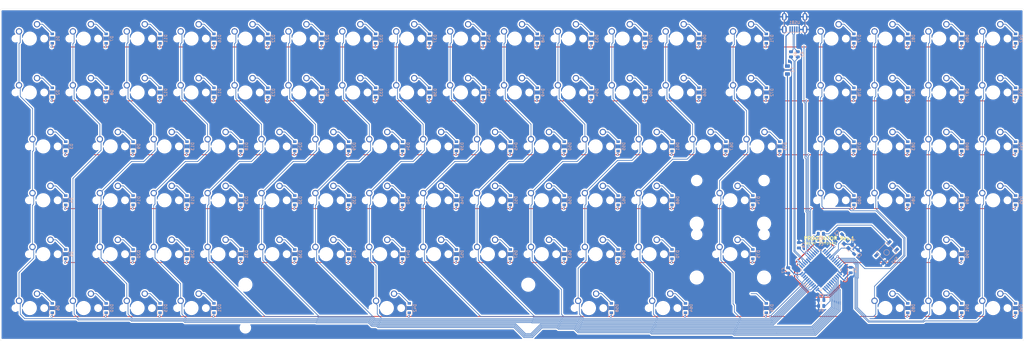
<source format=kicad_pcb>
(kicad_pcb (version 20171130) (host pcbnew "(5.1.9)-1")
  (layers (0 F.Cu signal) (31 B.Cu signal) (34 B.Paste user) (35 F.Paste user) (36 B.SilkS user hide) (37 F.SilkS user hide) (38 B.Mask user) (39 F.Mask user) (44 Edge.Cuts user))
  (net 0 "")
  (net 1 GND)
  (net 2 +5V)
  (net 3 "Net-(C2-Pad1)")
  (net 4 "Net-(C3-Pad1)")
  (net 5 "Net-(C6-Pad1)")
  (net 6 "Net-(D1-Pad2)")
  (net 7 ROW00)
  (net 8 "Net-(D2-Pad2)")
  (net 9 ROW01)
  (net 10 "Net-(D3-Pad2)")
  (net 11 ROW02)
  (net 12 "Net-(D4-Pad2)")
  (net 13 ROW03)
  (net 14 "Net-(D5-Pad2)")
  (net 15 ROW04)
  (net 16 "Net-(D6-Pad2)")
  (net 17 ROW05)
  (net 18 "Net-(D7-Pad2)")
  (net 19 "Net-(D8-Pad2)")
  (net 20 "Net-(D9-Pad2)")
  (net 21 "Net-(D10-Pad2)")
  (net 22 "Net-(D11-Pad2)")
  (net 23 "Net-(D12-Pad2)")
  (net 24 "Net-(D13-Pad2)")
  (net 25 "Net-(D14-Pad2)")
  (net 26 "Net-(D15-Pad2)")
  (net 27 "Net-(D16-Pad2)")
  (net 28 "Net-(D17-Pad2)")
  (net 29 "Net-(D18-Pad2)")
  (net 30 "Net-(D19-Pad2)")
  (net 31 "Net-(D20-Pad2)")
  (net 32 "Net-(D21-Pad2)")
  (net 33 "Net-(D22-Pad2)")
  (net 34 "Net-(D23-Pad2)")
  (net 35 "Net-(D24-Pad2)")
  (net 36 "Net-(D25-Pad2)")
  (net 37 "Net-(D26-Pad2)")
  (net 38 "Net-(D27-Pad2)")
  (net 39 "Net-(D28-Pad2)")
  (net 40 "Net-(D29-Pad2)")
  (net 41 "Net-(D30-Pad2)")
  (net 42 "Net-(D31-Pad2)")
  (net 43 "Net-(D32-Pad2)")
  (net 44 "Net-(D33-Pad2)")
  (net 45 "Net-(D34-Pad2)")
  (net 46 "Net-(D35-Pad2)")
  (net 47 "Net-(D36-Pad2)")
  (net 48 "Net-(D37-Pad2)")
  (net 49 "Net-(D38-Pad2)")
  (net 50 "Net-(D39-Pad2)")
  (net 51 "Net-(D40-Pad2)")
  (net 52 "Net-(D41-Pad2)")
  (net 53 "Net-(D42-Pad2)")
  (net 54 "Net-(D43-Pad2)")
  (net 55 "Net-(D44-Pad2)")
  (net 56 "Net-(D45-Pad2)")
  (net 57 "Net-(D46-Pad2)")
  (net 58 "Net-(D47-Pad2)")
  (net 59 "Net-(D48-Pad2)")
  (net 60 "Net-(D49-Pad2)")
  (net 61 "Net-(D50-Pad2)")
  (net 62 "Net-(D51-Pad2)")
  (net 63 "Net-(D52-Pad2)")
  (net 64 "Net-(D53-Pad2)")
  (net 65 "Net-(D54-Pad2)")
  (net 66 "Net-(D55-Pad2)")
  (net 67 "Net-(D56-Pad2)")
  (net 68 "Net-(D57-Pad2)")
  (net 69 "Net-(D58-Pad2)")
  (net 70 "Net-(D59-Pad2)")
  (net 71 "Net-(D60-Pad2)")
  (net 72 "Net-(D61-Pad2)")
  (net 73 "Net-(D62-Pad2)")
  (net 74 "Net-(D63-Pad2)")
  (net 75 "Net-(D64-Pad2)")
  (net 76 "Net-(D65-Pad2)")
  (net 77 "Net-(D66-Pad2)")
  (net 78 "Net-(D67-Pad2)")
  (net 79 "Net-(D68-Pad2)")
  (net 80 "Net-(D69-Pad2)")
  (net 81 "Net-(D70-Pad2)")
  (net 82 "Net-(D71-Pad2)")
  (net 83 "Net-(D72-Pad2)")
  (net 84 "Net-(D73-Pad2)")
  (net 85 "Net-(D74-Pad2)")
  (net 86 "Net-(D75-Pad2)")
  (net 87 "Net-(D76-Pad2)")
  (net 88 "Net-(D77-Pad2)")
  (net 89 "Net-(D78-Pad2)")
  (net 90 "Net-(D79-Pad2)")
  (net 91 "Net-(D80-Pad2)")
  (net 92 "Net-(D81-Pad2)")
  (net 93 "Net-(D82-Pad2)")
  (net 94 "Net-(D83-Pad2)")
  (net 95 "Net-(D84-Pad2)")
  (net 96 "Net-(D85-Pad2)")
  (net 97 "Net-(D86-Pad2)")
  (net 98 "Net-(D87-Pad2)")
  (net 99 "Net-(D88-Pad2)")
  (net 100 "Net-(D89-Pad2)")
  (net 101 "Net-(D90-Pad2)")
  (net 102 "Net-(D91-Pad2)")
  (net 103 "Net-(D92-Pad2)")
  (net 104 "Net-(D93-Pad2)")
  (net 105 "Net-(D94-Pad2)")
  (net 106 "Net-(D95-Pad2)")
  (net 107 "Net-(D96-Pad2)")
  (net 108 VCC)
  (net 109 COL10)
  (net 110 COL01)
  (net 111 COL02)
  (net 112 COL03)
  (net 113 COL04)
  (net 114 COL05)
  (net 115 COL06)
  (net 116 COL07)
  (net 117 COL08)
  (net 118 COL09)
  (net 119 COL13)
  (net 120 COL00)
  (net 121 COL11)
  (net 122 COL12)
  (net 123 COL16)
  (net 124 COL15)
  (net 125 COL14)
  (net 126 COL17)
  (net 127 D-)
  (net 128 "Net-(R1-Pad1)")
  (net 129 D+)
  (net 130 "Net-(R2-Pad1)")
  (net 131 "Net-(R3-Pad2)")
  (net 132 "Net-(R4-Pad2)")
  (net 133 "Net-(U1-Pad42)")
  (net 134 "Net-(USB1-Pad2)")
  (net 135 "Net-(U1-Pad12)")
  (module Package_QFP:TQFP-44_10x10mm_P0.8mm (layer B.Cu) (at 320.294 167.767 315)
    (fp_text reference U1 (at 0 7.45 135) (layer B.SilkS) (effects (justify mirror)))
    (fp_text value ATmega32U4-AU)
    (pad 44 smd rect (at -4 5.7 225) (size 1.5 0.55) (layers B.Cu B.Paste B.Mask) (net 2 +5V))
    (pad 43 smd rect (at -3.2 5.7 225) (size 1.5 0.55) (layers B.Cu B.Paste B.Mask) (net 1 GND))
    (pad 42 smd rect (at -2.4 5.7 225) (size 1.5 0.55) (layers B.Cu B.Paste B.Mask) (net 133 "Net-(U1-Pad42)"))
    (pad 41 smd rect (at -1.6 5.7 225) (size 1.5 0.55) (layers B.Cu B.Paste B.Mask) (net 119 COL13))
    (pad 40 smd rect (at -0.8 5.7 225) (size 1.5 0.55) (layers B.Cu B.Paste B.Mask) (net 122 COL12))
    (pad 39 smd rect (at 0 5.7 225) (size 1.5 0.55) (layers B.Cu B.Paste B.Mask) (net 121 COL11))
    (pad 38 smd rect (at 0.8 5.7 225) (size 1.5 0.55) (layers B.Cu B.Paste B.Mask) (net 109 COL10))
    (pad 37 smd rect (at 1.6 5.7 225) (size 1.5 0.55) (layers B.Cu B.Paste B.Mask) (net 118 COL09))
    (pad 36 smd rect (at 2.4 5.7 225) (size 1.5 0.55) (layers B.Cu B.Paste B.Mask) (net 117 COL08))
    (pad 35 smd rect (at 3.2 5.7 225) (size 1.5 0.55) (layers B.Cu B.Paste B.Mask) (net 1 GND))
    (pad 34 smd rect (at 4 5.7 225) (size 1.5 0.55) (layers B.Cu B.Paste B.Mask) (net 2 +5V))
    (pad 33 smd rect (at 5.7 4 315) (size 1.5 0.55) (layers B.Cu B.Paste B.Mask) (net 132 "Net-(R4-Pad2)"))
    (pad 32 smd rect (at 5.7 3.2 315) (size 1.5 0.55) (layers B.Cu B.Paste B.Mask) (net 116 COL07))
    (pad 31 smd rect (at 5.7 2.4 315) (size 1.5 0.55) (layers B.Cu B.Paste B.Mask) (net 115 COL06))
    (pad 30 smd rect (at 5.7 1.6 315) (size 1.5 0.55) (layers B.Cu B.Paste B.Mask) (net 114 COL05))
    (pad 29 smd rect (at 5.7 0.8 315) (size 1.5 0.55) (layers B.Cu B.Paste B.Mask) (net 113 COL04))
    (pad 28 smd rect (at 5.7 0 315) (size 1.5 0.55) (layers B.Cu B.Paste B.Mask) (net 112 COL03))
    (pad 27 smd rect (at 5.7 -0.8 315) (size 1.5 0.55) (layers B.Cu B.Paste B.Mask) (net 111 COL02))
    (pad 26 smd rect (at 5.7 -1.6 315) (size 1.5 0.55) (layers B.Cu B.Paste B.Mask) (net 110 COL01))
    (pad 25 smd rect (at 5.7 -2.4 315) (size 1.5 0.55) (layers B.Cu B.Paste B.Mask) (net 120 COL00))
    (pad 24 smd rect (at 5.7 -3.2 315) (size 1.5 0.55) (layers B.Cu B.Paste B.Mask) (net 2 +5V))
    (pad 23 smd rect (at 5.7 -4 315) (size 1.5 0.55) (layers B.Cu B.Paste B.Mask) (net 1 GND))
    (pad 22 smd rect (at 4 -5.7 225) (size 1.5 0.55) (layers B.Cu B.Paste B.Mask) (net 126 COL17))
    (pad 21 smd rect (at 3.2 -5.7 225) (size 1.5 0.55) (layers B.Cu B.Paste B.Mask) (net 123 COL16))
    (pad 20 smd rect (at 2.4 -5.7 225) (size 1.5 0.55) (layers B.Cu B.Paste B.Mask) (net 124 COL15))
    (pad 19 smd rect (at 1.6 -5.7 225) (size 1.5 0.55) (layers B.Cu B.Paste B.Mask) (net 125 COL14))
    (pad 18 smd rect (at 0.8 -5.7 225) (size 1.5 0.55) (layers B.Cu B.Paste B.Mask) (net 15 ROW04))
    (pad 17 smd rect (at 0 -5.7 225) (size 1.5 0.55) (layers B.Cu B.Paste B.Mask) (net 3 "Net-(C2-Pad1)"))
    (pad 16 smd rect (at -0.8 -5.7 225) (size 1.5 0.55) (layers B.Cu B.Paste B.Mask) (net 4 "Net-(C3-Pad1)"))
    (pad 15 smd rect (at -1.6 -5.7 225) (size 1.5 0.55) (layers B.Cu B.Paste B.Mask) (net 1 GND))
    (pad 14 smd rect (at -2.4 -5.7 225) (size 1.5 0.55) (layers B.Cu B.Paste B.Mask) (net 2 +5V))
    (pad 13 smd rect (at -3.2 -5.7 225) (size 1.5 0.55) (layers B.Cu B.Paste B.Mask) (net 131 "Net-(R3-Pad2)"))
    (pad 12 smd rect (at -4 -5.7 225) (size 1.5 0.55) (layers B.Cu B.Paste B.Mask) (net 135 "Net-(U1-Pad12)"))
    (pad 11 smd rect (at -5.7 -4 315) (size 1.5 0.55) (layers B.Cu B.Paste B.Mask) (net 13 ROW03))
    (pad 10 smd rect (at -5.7 -3.2 315) (size 1.5 0.55) (layers B.Cu B.Paste B.Mask) (net 11 ROW02))
    (pad 9 smd rect (at -5.7 -2.4 315) (size 1.5 0.55) (layers B.Cu B.Paste B.Mask) (net 9 ROW01))
    (pad 8 smd rect (at -5.7 -1.6 315) (size 1.5 0.55) (layers B.Cu B.Paste B.Mask) (net 7 ROW00))
    (pad 7 smd rect (at -5.7 -0.8 315) (size 1.5 0.55) (layers B.Cu B.Paste B.Mask) (net 2 +5V))
    (pad 6 smd rect (at -5.7 0 315) (size 1.5 0.55) (layers B.Cu B.Paste B.Mask) (net 5 "Net-(C6-Pad1)"))
    (pad 5 smd rect (at -5.7 0.8 315) (size 1.5 0.55) (layers B.Cu B.Paste B.Mask) (net 1 GND))
    (pad 4 smd rect (at -5.7 1.6 315) (size 1.5 0.55) (layers B.Cu B.Paste B.Mask) (net 130 "Net-(R2-Pad1)"))
    (pad 3 smd rect (at -5.7 2.4 315) (size 1.5 0.55) (layers B.Cu B.Paste B.Mask) (net 128 "Net-(R1-Pad1)"))
    (pad 2 smd rect (at -5.7 3.2 315) (size 1.5 0.55) (layers B.Cu B.Paste B.Mask) (net 2 +5V))
    (pad 1 smd rect (at -5.7 4 315) (size 1.5 0.55) (layers B.Cu B.Paste B.Mask) (net 17 ROW05))
  )
  (module random-keyboard-parts:Molex-0548190589 (layer B.Cu) (at 311.023 78.232 270)
    (fp_text reference USB1 (at 2.032 0 180) (layer B.SilkS) (effects (justify mirror)))
    (fp_text value Molex-0548190589)
    (pad 6 thru_hole oval (at 0 3.65 270) (size 2.7 1.7) (drill oval 1.9 0.7) (layers *.Cu *.Mask) (net 1 GND))
    (pad 6 thru_hole oval (at 0 -3.65 270) (size 2.7 1.7) (drill oval 1.9 0.7) (layers *.Cu *.Mask) (net 1 GND))
    (pad 6 thru_hole oval (at 4.5 -3.65 270) (size 2.7 1.7) (drill oval 1.9 0.7) (layers *.Cu *.Mask) (net 1 GND))
    (pad 6 thru_hole oval (at 4.5 3.65 270) (size 2.7 1.7) (drill oval 1.9 0.7) (layers *.Cu *.Mask) (net 1 GND))
    (pad 5 smd rect (at 4.5 1.6 270) (size 2.25 0.5) (layers B.Cu B.Paste B.Mask) (net 108 VCC))
    (pad 4 smd rect (at 4.5 0.8 270) (size 2.25 0.5) (layers B.Cu B.Paste B.Mask) (net 127 D-))
    (pad 3 smd rect (at 4.5 0 270) (size 2.25 0.5) (layers B.Cu B.Paste B.Mask) (net 129 D+))
    (pad 2 smd rect (at 4.5 -0.8 270) (size 2.25 0.5) (layers B.Cu B.Paste B.Mask) (net 134 "Net-(USB1-Pad2)"))
    (pad 1 smd rect (at 4.5 -1.6 270) (size 2.25 0.5) (layers B.Cu B.Paste B.Mask) (net 1 GND))
  )
  (module MX_Only:MXOnly-1.25U-NoLED (layer F.Cu) (at 238.3155 181.19725)
    (fp_text reference MX-RAL1)
    (fp_text value MX-NoLED)
    (pad 2 thru_hole circle (at 2.54 -5.08) (size 2.25 2.25) (drill 1.47) (layers *.Cu B.Mask) (net 69 "Net-(D58-Pad2)"))
    (pad "" np_thru_hole circle (at 0 0) (size 3.9878 3.9878) (drill 3.9878) (layers *.Cu *.Mask))
    (pad 1 thru_hole circle (at -3.81 -2.54) (size 2.25 2.25) (drill 1.47) (layers *.Cu B.Mask) (net 121 COL11))
    (pad "" np_thru_hole circle (at -5.08 0 48.0996) (size 1.75 1.75) (drill 1.75) (layers *.Cu *.Mask))
    (pad "" np_thru_hole circle (at 5.08 0 48.0996) (size 1.75 1.75) (drill 1.75) (layers *.Cu *.Mask))
  )
  (module MX_Only:MXOnly-1U-NoLED (layer F.Cu) (at 126.39675 143.09725)
    (fp_text reference MX-F13)
    (fp_text value MX-NoLED)
    (pad 2 thru_hole circle (at 2.54 -5.08) (size 2.25 2.25) (drill 1.47) (layers *.Cu B.Mask) (net 41 "Net-(D30-Pad2)"))
    (pad "" np_thru_hole circle (at 0 0) (size 3.9878 3.9878) (drill 3.9878) (layers *.Cu *.Mask))
    (pad 1 thru_hole circle (at -3.81 -2.54) (size 2.25 2.25) (drill 1.47) (layers *.Cu B.Mask) (net 114 COL05))
    (pad "" np_thru_hole circle (at -5.08 0 48.0996) (size 1.75 1.75) (drill 1.75) (layers *.Cu *.Mask))
    (pad "" np_thru_hole circle (at 5.08 0 48.0996) (size 1.75 1.75) (drill 1.75) (layers *.Cu *.Mask))
  )
  (module Crystal:Crystal_SMD_3225-4Pin_3.2x2.5mm (layer B.Cu) (at 329.8825 158.65475 135)
    (fp_text reference Y1 (at 0 2.450001 315) (layer B.SilkS) (effects (justify mirror)))
    (fp_text value 16MHz)
    (pad 4 smd rect (at -1.1 0.85 135) (size 1.4 1.2) (layers B.Cu B.Paste B.Mask) (net 1 GND))
    (pad 3 smd rect (at 1.1 0.85 135) (size 1.4 1.2) (layers B.Cu B.Paste B.Mask) (net 4 "Net-(C3-Pad1)"))
    (pad 2 smd rect (at 1.1 -0.85 135) (size 1.4 1.2) (layers B.Cu B.Paste B.Mask) (net 1 GND))
    (pad 1 smd rect (at -1.1 -0.85 135) (size 1.4 1.2) (layers B.Cu B.Paste B.Mask) (net 3 "Net-(C2-Pad1)"))
  )
  (module random-keyboard-parts:SKQG-1155865 (layer B.Cu) (at 343.535 161.544 225)
    (fp_text reference SW1 (at 0 -4.064 45) (layer B.SilkS) (effects (justify mirror)))
    (fp_text value SW_Push)
    (pad 4 smd rect (at -3.1 -1.85 225) (size 1.8 1.1) (layers B.Cu B.Paste B.Mask))
    (pad 3 smd rect (at 3.1 1.85 225) (size 1.8 1.1) (layers B.Cu B.Paste B.Mask))
    (pad 2 smd rect (at -3.1 1.85 225) (size 1.8 1.1) (layers B.Cu B.Paste B.Mask) (net 131 "Net-(R3-Pad2)"))
    (pad 1 smd rect (at 3.1 -1.85 225) (size 1.8 1.1) (layers B.Cu B.Paste B.Mask) (net 1 GND))
  )
  (module Resistor_SMD:R_0805_2012Metric (layer B.Cu) (at 320.421 180.467)
    (fp_text reference R4 (at 0 1.65 180) (layer B.SilkS) (effects (justify mirror)))
    (fp_text value 10k)
    (pad 2 smd roundrect (at 0.9125 0) (size 1.025 1.4) (layers B.Cu B.Paste B.Mask) (roundrect_rratio 0.2439004878048781) (net 132 "Net-(R4-Pad2)"))
    (pad 1 smd roundrect (at -0.9125 0) (size 1.025 1.4) (layers B.Cu B.Paste B.Mask) (roundrect_rratio 0.2439004878048781) (net 1 GND))
  )
  (module Resistor_SMD:R_0805_2012Metric (layer B.Cu) (at 320.294 154.94)
    (fp_text reference R3 (at 0 1.65 180) (layer B.SilkS) (effects (justify mirror)))
    (fp_text value 10k)
    (pad 2 smd roundrect (at 0.9125 0) (size 1.025 1.4) (layers B.Cu B.Paste B.Mask) (roundrect_rratio 0.2439004878048781) (net 131 "Net-(R3-Pad2)"))
    (pad 1 smd roundrect (at -0.9125 0) (size 1.025 1.4) (layers B.Cu B.Paste B.Mask) (roundrect_rratio 0.2439004878048781) (net 2 +5V))
  )
  (module Resistor_SMD:R_0805_2012Metric (layer B.Cu) (at 312.13425 91.5035 90)
    (fp_text reference R2 (at 0 1.65 270) (layer B.SilkS) (effects (justify mirror)))
    (fp_text value 22)
    (pad 2 smd roundrect (at 0.9125 0 90) (size 1.025 1.4) (layers B.Cu B.Paste B.Mask) (roundrect_rratio 0.2439004878048781) (net 129 D+))
    (pad 1 smd roundrect (at -0.9125 0 90) (size 1.025 1.4) (layers B.Cu B.Paste B.Mask) (roundrect_rratio 0.2439004878048781) (net 130 "Net-(R2-Pad1)"))
  )
  (module Resistor_SMD:R_0805_2012Metric (layer B.Cu) (at 309.753 91.5035 90)
    (fp_text reference R1 (at 0 1.65 90) (layer B.SilkS) (effects (justify mirror)))
    (fp_text value 22)
    (pad 2 smd roundrect (at 0.9125 0 90) (size 1.025 1.4) (layers B.Cu B.Paste B.Mask) (roundrect_rratio 0.2439004878048781) (net 127 D-))
    (pad 1 smd roundrect (at -0.9125 0 90) (size 1.025 1.4) (layers B.Cu B.Paste B.Mask) (roundrect_rratio 0.2439004878048781) (net 128 "Net-(R1-Pad1)"))
  )
  (module MX_Only:MXOnly-1U-NoLED (layer F.Cu) (at 69.24675 162.14725)
    (fp_text reference MX-Z1)
    (fp_text value MX-NoLED)
    (pad 2 thru_hole circle (at 2.54 -5.08) (size 2.25 2.25) (drill 1.47) (layers *.Cu B.Mask) (net 31 "Net-(D20-Pad2)"))
    (pad "" np_thru_hole circle (at 0 0) (size 3.9878 3.9878) (drill 3.9878) (layers *.Cu *.Mask))
    (pad 1 thru_hole circle (at -3.81 -2.54) (size 2.25 2.25) (drill 1.47) (layers *.Cu B.Mask) (net 111 COL02))
    (pad "" np_thru_hole circle (at -5.08 0 48.0996) (size 1.75 1.75) (drill 1.75) (layers *.Cu *.Mask))
    (pad "" np_thru_hole circle (at 5.08 0 48.0996) (size 1.75 1.75) (drill 1.75) (layers *.Cu *.Mask))
  )
  (module MX_Only:MXOnly-1U-NoLED (layer F.Cu) (at 164.49675 124.04725)
    (fp_text reference MX-Y1)
    (fp_text value MX-NoLED)
    (pad 2 thru_hole circle (at 2.54 -5.08) (size 2.25 2.25) (drill 1.47) (layers *.Cu B.Mask) (net 45 "Net-(D34-Pad2)"))
    (pad "" np_thru_hole circle (at 0 0) (size 3.9878 3.9878) (drill 3.9878) (layers *.Cu *.Mask))
    (pad 1 thru_hole circle (at -3.81 -2.54) (size 2.25 2.25) (drill 1.47) (layers *.Cu B.Mask) (net 115 COL06))
    (pad "" np_thru_hole circle (at -5.08 0 48.0996) (size 1.75 1.75) (drill 1.75) (layers *.Cu *.Mask))
    (pad "" np_thru_hole circle (at 5.08 0 48.0996) (size 1.75 1.75) (drill 1.75) (layers *.Cu *.Mask))
  )
  (module MX_Only:MXOnly-1U-NoLED (layer F.Cu) (at 88.29675 162.14725)
    (fp_text reference MX-X1)
    (fp_text value MX-NoLED)
    (pad 2 thru_hole circle (at 2.54 -5.08) (size 2.25 2.25) (drill 1.47) (layers *.Cu B.Mask) (net 37 "Net-(D26-Pad2)"))
    (pad "" np_thru_hole circle (at 0 0) (size 3.9878 3.9878) (drill 3.9878) (layers *.Cu *.Mask))
    (pad 1 thru_hole circle (at -3.81 -2.54) (size 2.25 2.25) (drill 1.47) (layers *.Cu B.Mask) (net 112 COL03))
    (pad "" np_thru_hole circle (at -5.08 0 48.0996) (size 1.75 1.75) (drill 1.75) (layers *.Cu *.Mask))
    (pad "" np_thru_hole circle (at 5.08 0 48.0996) (size 1.75 1.75) (drill 1.75) (layers *.Cu *.Mask))
  )
  (module MX_Only:MXOnly-1U-NoLED (layer F.Cu) (at 78.77175 181.19725)
    (fp_text reference MX-WIN1)
    (fp_text value MX-NoLED)
    (pad 2 thru_hole circle (at 2.54 -5.08) (size 2.25 2.25) (drill 1.47) (layers *.Cu B.Mask) (net 26 "Net-(D15-Pad2)"))
    (pad "" np_thru_hole circle (at 0 0) (size 3.9878 3.9878) (drill 3.9878) (layers *.Cu *.Mask))
    (pad 1 thru_hole circle (at -3.81 -2.54) (size 2.25 2.25) (drill 1.47) (layers *.Cu B.Mask) (net 111 COL02))
    (pad "" np_thru_hole circle (at -5.08 0 48.0996) (size 1.75 1.75) (drill 1.75) (layers *.Cu *.Mask))
    (pad "" np_thru_hole circle (at 5.08 0 48.0996) (size 1.75 1.75) (drill 1.75) (layers *.Cu *.Mask))
  )
  (module MX_Only:MXOnly-1U-NoLED (layer F.Cu) (at 88.29675 124.04725)
    (fp_text reference MX-W1)
    (fp_text value MX-NoLED)
    (pad 2 thru_hole circle (at 2.54 -5.08) (size 2.25 2.25) (drill 1.47) (layers *.Cu B.Mask) (net 24 "Net-(D13-Pad2)"))
    (pad "" np_thru_hole circle (at 0 0) (size 3.9878 3.9878) (drill 3.9878) (layers *.Cu *.Mask))
    (pad 1 thru_hole circle (at -3.81 -2.54) (size 2.25 2.25) (drill 1.47) (layers *.Cu B.Mask) (net 111 COL02))
    (pad "" np_thru_hole circle (at -5.08 0 48.0996) (size 1.75 1.75) (drill 1.75) (layers *.Cu *.Mask))
    (pad "" np_thru_hole circle (at 5.08 0 48.0996) (size 1.75 1.75) (drill 1.75) (layers *.Cu *.Mask))
  )
  (module MX_Only:MXOnly-1U-NoLED (layer F.Cu) (at 126.39675 162.14725)
    (fp_text reference MX-V1)
    (fp_text value MX-NoLED)
    (pad 2 thru_hole circle (at 2.54 -5.08) (size 2.25 2.25) (drill 1.47) (layers *.Cu B.Mask) (net 47 "Net-(D36-Pad2)"))
    (pad "" np_thru_hole circle (at 0 0) (size 3.9878 3.9878) (drill 3.9878) (layers *.Cu *.Mask))
    (pad 1 thru_hole circle (at -3.81 -2.54) (size 2.25 2.25) (drill 1.47) (layers *.Cu B.Mask) (net 114 COL05))
    (pad "" np_thru_hole circle (at -5.08 0 48.0996) (size 1.75 1.75) (drill 1.75) (layers *.Cu *.Mask))
    (pad "" np_thru_hole circle (at 5.08 0 48.0996) (size 1.75 1.75) (drill 1.75) (layers *.Cu *.Mask))
  )
  (module MX_Only:MXOnly-1U-NoLED (layer F.Cu) (at 362.1405 162.14725)
    (fp_text reference MX-UAR1)
    (fp_text value MX-NoLED)
    (pad 2 thru_hole circle (at 2.54 -5.08) (size 2.25 2.25) (drill 1.47) (layers *.Cu B.Mask) (net 101 "Net-(D90-Pad2)"))
    (pad "" np_thru_hole circle (at 0 0) (size 3.9878 3.9878) (drill 3.9878) (layers *.Cu *.Mask))
    (pad 1 thru_hole circle (at -3.81 -2.54) (size 2.25 2.25) (drill 1.47) (layers *.Cu B.Mask) (net 123 COL16))
    (pad "" np_thru_hole circle (at -5.08 0 48.0996) (size 1.75 1.75) (drill 1.75) (layers *.Cu *.Mask))
    (pad "" np_thru_hole circle (at 5.08 0 48.0996) (size 1.75 1.75) (drill 1.75) (layers *.Cu *.Mask))
  )
  (module MX_Only:MXOnly-1U-NoLED (layer F.Cu) (at 183.54675 124.04725)
    (fp_text reference MX-U1)
    (fp_text value MX-NoLED)
    (pad 2 thru_hole circle (at 2.54 -5.08) (size 2.25 2.25) (drill 1.47) (layers *.Cu B.Mask) (net 50 "Net-(D39-Pad2)"))
    (pad "" np_thru_hole circle (at 0 0) (size 3.9878 3.9878) (drill 3.9878) (layers *.Cu *.Mask))
    (pad 1 thru_hole circle (at -3.81 -2.54) (size 2.25 2.25) (drill 1.47) (layers *.Cu B.Mask) (net 116 COL07))
    (pad "" np_thru_hole circle (at -5.08 0 48.0996) (size 1.75 1.75) (drill 1.75) (layers *.Cu *.Mask))
    (pad "" np_thru_hole circle (at 5.08 0 48.0996) (size 1.75 1.75) (drill 1.75) (layers *.Cu *.Mask))
  )
  (module MX_Only:MXOnly-1U-NoLED (layer F.Cu) (at 40.67175 104.99725)
    (fp_text reference MX-TIL1)
    (fp_text value MX-NoLED)
    (pad 2 thru_hole circle (at 2.54 -5.08) (size 2.25 2.25) (drill 1.47) (layers *.Cu B.Mask) (net 8 "Net-(D2-Pad2)"))
    (pad "" np_thru_hole circle (at 0 0) (size 3.9878 3.9878) (drill 3.9878) (layers *.Cu *.Mask))
    (pad 1 thru_hole circle (at -3.81 -2.54) (size 2.25 2.25) (drill 1.47) (layers *.Cu B.Mask) (net 120 COL00))
    (pad "" np_thru_hole circle (at -5.08 0 48.0996) (size 1.75 1.75) (drill 1.75) (layers *.Cu *.Mask))
    (pad "" np_thru_hole circle (at 5.08 0 48.0996) (size 1.75 1.75) (drill 1.75) (layers *.Cu *.Mask))
  )
  (module MX_Only:MXOnly-1.5U-NoLED (layer F.Cu) (at 45.43425 124.04725)
    (fp_text reference MX-TAB1)
    (fp_text value MX-NoLED)
    (pad 2 thru_hole circle (at 2.54 -5.08) (size 2.25 2.25) (drill 1.47) (layers *.Cu B.Mask) (net 10 "Net-(D3-Pad2)"))
    (pad "" np_thru_hole circle (at 0 0) (size 3.9878 3.9878) (drill 3.9878) (layers *.Cu *.Mask))
    (pad 1 thru_hole circle (at -3.81 -2.54) (size 2.25 2.25) (drill 1.47) (layers *.Cu B.Mask) (net 120 COL00))
    (pad "" np_thru_hole circle (at -5.08 0 48.0996) (size 1.75 1.75) (drill 1.75) (layers *.Cu *.Mask))
    (pad "" np_thru_hole circle (at 5.08 0 48.0996) (size 1.75 1.75) (drill 1.75) (layers *.Cu *.Mask))
  )
  (module MX_Only:MXOnly-1U-NoLED (layer F.Cu) (at 145.44675 124.04725)
    (fp_text reference MX-T1)
    (fp_text value MX-NoLED)
    (pad 2 thru_hole circle (at 2.54 -5.08) (size 2.25 2.25) (drill 1.47) (layers *.Cu B.Mask) (net 40 "Net-(D29-Pad2)"))
    (pad "" np_thru_hole circle (at 0 0) (size 3.9878 3.9878) (drill 3.9878) (layers *.Cu *.Mask))
    (pad 1 thru_hole circle (at -3.81 -2.54) (size 2.25 2.25) (drill 1.47) (layers *.Cu B.Mask) (net 114 COL05))
    (pad "" np_thru_hole circle (at -5.08 0 48.0996) (size 1.75 1.75) (drill 1.75) (layers *.Cu *.Mask))
    (pad "" np_thru_hole circle (at 5.08 0 48.0996) (size 1.75 1.75) (drill 1.75) (layers *.Cu *.Mask))
  )
  (module MX_Only:MXOnly-6.25U-ReversedStabilizers-NoLED (layer F.Cu) (at 166.878 181.19725)
    (fp_text reference MX-SPA1)
    (fp_text value MX-NoLED)
    (pad 2 thru_hole circle (at 2.54 -5.08) (size 2.25 2.25) (drill 1.47) (layers *.Cu B.Mask) (net 53 "Net-(D42-Pad2)"))
    (pad "" np_thru_hole circle (at 0 0) (size 3.9878 3.9878) (drill 3.9878) (layers *.Cu *.Mask))
    (pad 1 thru_hole circle (at -3.81 -2.54) (size 2.25 2.25) (drill 1.47) (layers *.Cu B.Mask) (net 116 COL07))
    (pad "" np_thru_hole circle (at -5.08 0 48.0996) (size 1.75 1.75) (drill 1.75) (layers *.Cu *.Mask))
    (pad "" np_thru_hole circle (at 5.08 0 48.0996) (size 1.75 1.75) (drill 1.75) (layers *.Cu *.Mask))
    (pad "" np_thru_hole circle (at -49.9999 6.985) (size 3.048 3.048) (drill 3.048) (layers *.Cu *.Mask))
    (pad "" np_thru_hole circle (at 49.9999 6.985) (size 3.048 3.048) (drill 3.048) (layers *.Cu *.Mask))
    (pad "" np_thru_hole circle (at -49.9999 -8.255) (size 3.9878 3.9878) (drill 3.9878) (layers *.Cu *.Mask))
    (pad "" np_thru_hole circle (at 49.9999 -8.255) (size 3.9878 3.9878) (drill 3.9878) (layers *.Cu *.Mask))
  )
  (module MX_Only:MXOnly-1U-NoLED (layer F.Cu) (at 88.29675 143.09725)
    (fp_text reference MX-S1)
    (fp_text value MX-NoLED)
    (pad 2 thru_hole circle (at 2.54 -5.08) (size 2.25 2.25) (drill 1.47) (layers *.Cu B.Mask) (net 30 "Net-(D19-Pad2)"))
    (pad "" np_thru_hole circle (at 0 0) (size 3.9878 3.9878) (drill 3.9878) (layers *.Cu *.Mask))
    (pad 1 thru_hole circle (at -3.81 -2.54) (size 2.25 2.25) (drill 1.47) (layers *.Cu B.Mask) (net 112 COL03))
    (pad "" np_thru_hole circle (at -5.08 0 48.0996) (size 1.75 1.75) (drill 1.75) (layers *.Cu *.Mask))
    (pad "" np_thru_hole circle (at 5.08 0 48.0996) (size 1.75 1.75) (drill 1.75) (layers *.Cu *.Mask))
  )
  (module MX_Only:MXOnly-2U-NoLED (layer F.Cu) (at 288.32175 162.14725)
    (fp_text reference MX-RSH1)
    (fp_text value MX-NoLED)
    (pad 2 thru_hole circle (at 2.54 -5.08) (size 2.25 2.25) (drill 1.47) (layers *.Cu B.Mask) (net 86 "Net-(D75-Pad2)"))
    (pad "" np_thru_hole circle (at 0 0) (size 3.9878 3.9878) (drill 3.9878) (layers *.Cu *.Mask))
    (pad 1 thru_hole circle (at -3.81 -2.54) (size 2.25 2.25) (drill 1.47) (layers *.Cu B.Mask) (net 119 COL13))
    (pad "" np_thru_hole circle (at -5.08 0 48.0996) (size 1.75 1.75) (drill 1.75) (layers *.Cu *.Mask))
    (pad "" np_thru_hole circle (at 5.08 0 48.0996) (size 1.75 1.75) (drill 1.75) (layers *.Cu *.Mask))
    (pad "" np_thru_hole circle (at -11.90625 -6.985) (size 3.048 3.048) (drill 3.048) (layers *.Cu *.Mask))
    (pad "" np_thru_hole circle (at 11.90625 -6.985) (size 3.048 3.048) (drill 3.048) (layers *.Cu *.Mask))
    (pad "" np_thru_hole circle (at -11.90625 8.255) (size 3.9878 3.9878) (drill 3.9878) (layers *.Cu *.Mask))
    (pad "" np_thru_hole circle (at 11.90625 8.255) (size 3.9878 3.9878) (drill 3.9878) (layers *.Cu *.Mask))
  )
  (module MX_Only:MXOnly-1U-NoLED (layer F.Cu) (at 278.79675 124.04725)
    (fp_text reference MX-RBR1)
    (fp_text value MX-NoLED)
    (pad 2 thru_hole circle (at 2.54 -5.08) (size 2.25 2.25) (drill 1.47) (layers *.Cu B.Mask) (net 78 "Net-(D67-Pad2)"))
    (pad "" np_thru_hole circle (at 0 0) (size 3.9878 3.9878) (drill 3.9878) (layers *.Cu *.Mask))
    (pad 1 thru_hole circle (at -3.81 -2.54) (size 2.25 2.25) (drill 1.47) (layers *.Cu B.Mask) (net 122 COL12))
    (pad "" np_thru_hole circle (at -5.08 0 48.0996) (size 1.75 1.75) (drill 1.75) (layers *.Cu *.Mask))
    (pad "" np_thru_hole circle (at 5.08 0 48.0996) (size 1.75 1.75) (drill 1.75) (layers *.Cu *.Mask))
  )
  (module MX_Only:MXOnly-1U-NoLED (layer F.Cu) (at 381.1905 181.19725)
    (fp_text reference MX-RAR1)
    (fp_text value MX-NoLED)
    (pad 2 thru_hole circle (at 2.54 -5.08) (size 2.25 2.25) (drill 1.47) (layers *.Cu B.Mask) (net 107 "Net-(D96-Pad2)"))
    (pad "" np_thru_hole circle (at 0 0) (size 3.9878 3.9878) (drill 3.9878) (layers *.Cu *.Mask))
    (pad 1 thru_hole circle (at -3.81 -2.54) (size 2.25 2.25) (drill 1.47) (layers *.Cu B.Mask) (net 126 COL17))
    (pad "" np_thru_hole circle (at -5.08 0 48.0996) (size 1.75 1.75) (drill 1.75) (layers *.Cu *.Mask))
    (pad "" np_thru_hole circle (at 5.08 0 48.0996) (size 1.75 1.75) (drill 1.75) (layers *.Cu *.Mask))
  )
  (module MX_Only:MXOnly-1U-NoLED (layer F.Cu) (at 126.39675 124.04725)
    (fp_text reference MX-R1)
    (fp_text value MX-NoLED)
    (pad 2 thru_hole circle (at 2.54 -5.08) (size 2.25 2.25) (drill 1.47) (layers *.Cu B.Mask) (net 35 "Net-(D24-Pad2)"))
    (pad "" np_thru_hole circle (at 0 0) (size 3.9878 3.9878) (drill 3.9878) (layers *.Cu *.Mask))
    (pad 1 thru_hole circle (at -3.81 -2.54) (size 2.25 2.25) (drill 1.47) (layers *.Cu B.Mask) (net 113 COL04))
    (pad "" np_thru_hole circle (at -5.08 0 48.0996) (size 1.75 1.75) (drill 1.75) (layers *.Cu *.Mask))
    (pad "" np_thru_hole circle (at 5.08 0 48.0996) (size 1.75 1.75) (drill 1.75) (layers *.Cu *.Mask))
  )
  (module MX_Only:MXOnly-1U-NoLED (layer F.Cu) (at 259.74675 143.09725)
    (fp_text reference MX-QUO1)
    (fp_text value MX-NoLED)
    (pad 2 thru_hole circle (at 2.54 -5.08) (size 2.25 2.25) (drill 1.47) (layers *.Cu B.Mask) (net 79 "Net-(D68-Pad2)"))
    (pad "" np_thru_hole circle (at 0 0) (size 3.9878 3.9878) (drill 3.9878) (layers *.Cu *.Mask))
    (pad 1 thru_hole circle (at -3.81 -2.54) (size 2.25 2.25) (drill 1.47) (layers *.Cu B.Mask) (net 122 COL12))
    (pad "" np_thru_hole circle (at -5.08 0 48.0996) (size 1.75 1.75) (drill 1.75) (layers *.Cu *.Mask))
    (pad "" np_thru_hole circle (at 5.08 0 48.0996) (size 1.75 1.75) (drill 1.75) (layers *.Cu *.Mask))
  )
  (module MX_Only:MXOnly-1U-NoLED (layer F.Cu) (at 240.69675 162.14725)
    (fp_text reference MX-QUE1)
    (fp_text value MX-NoLED)
    (pad 2 thru_hole circle (at 2.54 -5.08) (size 2.25 2.25) (drill 1.47) (layers *.Cu B.Mask) (net 80 "Net-(D69-Pad2)"))
    (pad "" np_thru_hole circle (at 0 0) (size 3.9878 3.9878) (drill 3.9878) (layers *.Cu *.Mask))
    (pad 1 thru_hole circle (at -3.81 -2.54) (size 2.25 2.25) (drill 1.47) (layers *.Cu B.Mask) (net 121 COL11))
    (pad "" np_thru_hole circle (at -5.08 0 48.0996) (size 1.75 1.75) (drill 1.75) (layers *.Cu *.Mask))
    (pad "" np_thru_hole circle (at 5.08 0 48.0996) (size 1.75 1.75) (drill 1.75) (layers *.Cu *.Mask))
  )
  (module MX_Only:MXOnly-1U-NoLED (layer F.Cu) (at 69.24675 124.04725)
    (fp_text reference MX-Q1)
    (fp_text value MX-NoLED)
    (pad 2 thru_hole circle (at 2.54 -5.08) (size 2.25 2.25) (drill 1.47) (layers *.Cu B.Mask) (net 20 "Net-(D9-Pad2)"))
    (pad "" np_thru_hole circle (at 0 0) (size 3.9878 3.9878) (drill 3.9878) (layers *.Cu *.Mask))
    (pad 1 thru_hole circle (at -3.81 -2.54) (size 2.25 2.25) (drill 1.47) (layers *.Cu B.Mask) (net 110 COL01))
    (pad "" np_thru_hole circle (at -5.08 0 48.0996) (size 1.75 1.75) (drill 1.75) (layers *.Cu *.Mask))
    (pad "" np_thru_hole circle (at 5.08 0 48.0996) (size 1.75 1.75) (drill 1.75) (layers *.Cu *.Mask))
  )
  (module MX_Only:MXOnly-1.5U-NoLED (layer F.Cu) (at 264.50925 181.19725)
    (fp_text reference MX-PRT1)
    (fp_text value MX-NoLED)
    (pad 2 thru_hole circle (at 2.54 -5.08) (size 2.25 2.25) (drill 1.47) (layers *.Cu B.Mask) (net 75 "Net-(D64-Pad2)"))
    (pad "" np_thru_hole circle (at 0 0) (size 3.9878 3.9878) (drill 3.9878) (layers *.Cu *.Mask))
    (pad 1 thru_hole circle (at -3.81 -2.54) (size 2.25 2.25) (drill 1.47) (layers *.Cu B.Mask) (net 122 COL12))
    (pad "" np_thru_hole circle (at -5.08 0 48.0996) (size 1.75 1.75) (drill 1.75) (layers *.Cu *.Mask))
    (pad "" np_thru_hole circle (at 5.08 0 48.0996) (size 1.75 1.75) (drill 1.75) (layers *.Cu *.Mask))
  )
  (module MX_Only:MXOnly-1U-NoLED (layer F.Cu) (at 269.27175 104.99725)
    (fp_text reference MX-PLU1)
    (fp_text value MX-NoLED)
    (pad 2 thru_hole circle (at 2.54 -5.08) (size 2.25 2.25) (drill 1.47) (layers *.Cu B.Mask) (net 77 "Net-(D66-Pad2)"))
    (pad "" np_thru_hole circle (at 0 0) (size 3.9878 3.9878) (drill 3.9878) (layers *.Cu *.Mask))
    (pad 1 thru_hole circle (at -3.81 -2.54) (size 2.25 2.25) (drill 1.47) (layers *.Cu B.Mask) (net 122 COL12))
    (pad "" np_thru_hole circle (at -5.08 0 48.0996) (size 1.75 1.75) (drill 1.75) (layers *.Cu *.Mask))
    (pad "" np_thru_hole circle (at 5.08 0 48.0996) (size 1.75 1.75) (drill 1.75) (layers *.Cu *.Mask))
  )
  (module MX_Only:MXOnly-1U-NoLED (layer F.Cu) (at 240.69675 124.04725)
    (fp_text reference MX-P1)
    (fp_text value MX-NoLED)
    (pad 2 thru_hole circle (at 2.54 -5.08) (size 2.25 2.25) (drill 1.47) (layers *.Cu B.Mask) (net 66 "Net-(D55-Pad2)"))
    (pad "" np_thru_hole circle (at 0 0) (size 3.9878 3.9878) (drill 3.9878) (layers *.Cu *.Mask))
    (pad 1 thru_hole circle (at -3.81 -2.54) (size 2.25 2.25) (drill 1.47) (layers *.Cu B.Mask) (net 109 COL10))
    (pad "" np_thru_hole circle (at -5.08 0 48.0996) (size 1.75 1.75) (drill 1.75) (layers *.Cu *.Mask))
    (pad "" np_thru_hole circle (at 5.08 0 48.0996) (size 1.75 1.75) (drill 1.75) (layers *.Cu *.Mask))
  )
  (module MX_Only:MXOnly-1U-NoLED (layer F.Cu) (at 221.64675 124.04725)
    (fp_text reference MX-O1)
    (fp_text value MX-NoLED)
    (pad 2 thru_hole circle (at 2.54 -5.08) (size 2.25 2.25) (drill 1.47) (layers *.Cu B.Mask) (net 61 "Net-(D50-Pad2)"))
    (pad "" np_thru_hole circle (at 0 0) (size 3.9878 3.9878) (drill 3.9878) (layers *.Cu *.Mask))
    (pad 1 thru_hole circle (at -3.81 -2.54) (size 2.25 2.25) (drill 1.47) (layers *.Cu B.Mask) (net 118 COL09))
    (pad "" np_thru_hole circle (at -5.08 0 48.0996) (size 1.75 1.75) (drill 1.75) (layers *.Cu *.Mask))
    (pad "" np_thru_hole circle (at 5.08 0 48.0996) (size 1.75 1.75) (drill 1.75) (layers *.Cu *.Mask))
  )
  (module MX_Only:MXOnly-1U-NoLED (layer F.Cu) (at 324.0405 143.09725)
    (fp_text reference MX-NUM1)
    (fp_text value MX-NoLED)
    (pad 2 thru_hole circle (at 2.54 -5.08) (size 2.25 2.25) (drill 1.47) (layers *.Cu B.Mask) (net 91 "Net-(D80-Pad2)"))
    (pad "" np_thru_hole circle (at 0 0) (size 3.9878 3.9878) (drill 3.9878) (layers *.Cu *.Mask))
    (pad 1 thru_hole circle (at -3.81 -2.54) (size 2.25 2.25) (drill 1.47) (layers *.Cu B.Mask) (net 125 COL14))
    (pad "" np_thru_hole circle (at -5.08 0 48.0996) (size 1.75 1.75) (drill 1.75) (layers *.Cu *.Mask))
    (pad "" np_thru_hole circle (at 5.08 0 48.0996) (size 1.75 1.75) (drill 1.75) (layers *.Cu *.Mask))
  )
  (module MX_Only:MXOnly-1U-NoLED (layer F.Cu) (at 381.1905 85.94725)
    (fp_text reference MX-NSL1)
    (fp_text value MX-NoLED)
    (pad 2 thru_hole circle (at 2.54 -5.08) (size 2.25 2.25) (drill 1.47) (layers *.Cu B.Mask) (net 103 "Net-(D92-Pad2)"))
    (pad "" np_thru_hole circle (at 0 0) (size 3.9878 3.9878) (drill 3.9878) (layers *.Cu *.Mask))
    (pad 1 thru_hole circle (at -3.81 -2.54) (size 2.25 2.25) (drill 1.47) (layers *.Cu B.Mask) (net 126 COL17))
    (pad "" np_thru_hole circle (at -5.08 0 48.0996) (size 1.75 1.75) (drill 1.75) (layers *.Cu *.Mask))
    (pad "" np_thru_hole circle (at 5.08 0 48.0996) (size 1.75 1.75) (drill 1.75) (layers *.Cu *.Mask))
  )
  (module MX_Only:MXOnly-1U-NoLED (layer F.Cu) (at 381.1905 143.09725)
    (fp_text reference MX-NPL1)
    (fp_text value MX-NoLED)
    (pad 2 thru_hole circle (at 2.54 -5.08) (size 2.25 2.25) (drill 1.47) (layers *.Cu B.Mask) (net 106 "Net-(D95-Pad2)"))
    (pad "" np_thru_hole circle (at 0 0) (size 3.9878 3.9878) (drill 3.9878) (layers *.Cu *.Mask))
    (pad 1 thru_hole circle (at -3.81 -2.54) (size 2.25 2.25) (drill 1.47) (layers *.Cu B.Mask) (net 126 COL17))
    (pad "" np_thru_hole circle (at -5.08 0 48.0996) (size 1.75 1.75) (drill 1.75) (layers *.Cu *.Mask))
    (pad "" np_thru_hole circle (at 5.08 0 48.0996) (size 1.75 1.75) (drill 1.75) (layers *.Cu *.Mask))
  )
  (module MX_Only:MXOnly-1U-NoLED (layer F.Cu) (at 362.1405 143.09725)
    (fp_text reference MX-NDE1)
    (fp_text value MX-NoLED)
    (pad 2 thru_hole circle (at 2.54 -5.08) (size 2.25 2.25) (drill 1.47) (layers *.Cu B.Mask) (net 100 "Net-(D89-Pad2)"))
    (pad "" np_thru_hole circle (at 0 0) (size 3.9878 3.9878) (drill 3.9878) (layers *.Cu *.Mask))
    (pad 1 thru_hole circle (at -3.81 -2.54) (size 2.25 2.25) (drill 1.47) (layers *.Cu B.Mask) (net 123 COL16))
    (pad "" np_thru_hole circle (at -5.08 0 48.0996) (size 1.75 1.75) (drill 1.75) (layers *.Cu *.Mask))
    (pad "" np_thru_hole circle (at 5.08 0 48.0996) (size 1.75 1.75) (drill 1.75) (layers *.Cu *.Mask))
  )
  (module MX_Only:MXOnly-1U-NoLED (layer F.Cu) (at 381.1905 124.04725)
    (fp_text reference MX-NDA1)
    (fp_text value MX-NoLED)
    (pad 2 thru_hole circle (at 2.54 -5.08) (size 2.25 2.25) (drill 1.47) (layers *.Cu B.Mask) (net 105 "Net-(D94-Pad2)"))
    (pad "" np_thru_hole circle (at 0 0) (size 3.9878 3.9878) (drill 3.9878) (layers *.Cu *.Mask))
    (pad 1 thru_hole circle (at -3.81 -2.54) (size 2.25 2.25) (drill 1.47) (layers *.Cu B.Mask) (net 126 COL17))
    (pad "" np_thru_hole circle (at -5.08 0 48.0996) (size 1.75 1.75) (drill 1.75) (layers *.Cu *.Mask))
    (pad "" np_thru_hole circle (at 5.08 0 48.0996) (size 1.75 1.75) (drill 1.75) (layers *.Cu *.Mask))
  )
  (module MX_Only:MXOnly-1U-NoLED (layer F.Cu) (at 381.1905 104.99725)
    (fp_text reference MX-NAS1)
    (fp_text value MX-NoLED)
    (pad 2 thru_hole circle (at 2.54 -5.08) (size 2.25 2.25) (drill 1.47) (layers *.Cu B.Mask) (net 104 "Net-(D93-Pad2)"))
    (pad "" np_thru_hole circle (at 0 0) (size 3.9878 3.9878) (drill 3.9878) (layers *.Cu *.Mask))
    (pad 1 thru_hole circle (at -3.81 -2.54) (size 2.25 2.25) (drill 1.47) (layers *.Cu B.Mask) (net 126 COL17))
    (pad "" np_thru_hole circle (at -5.08 0 48.0996) (size 1.75 1.75) (drill 1.75) (layers *.Cu *.Mask))
    (pad "" np_thru_hole circle (at 5.08 0 48.0996) (size 1.75 1.75) (drill 1.75) (layers *.Cu *.Mask))
  )
  (module MX_Only:MXOnly-1U-NoLED (layer F.Cu) (at 164.49675 162.14725)
    (fp_text reference MX-N10)
    (fp_text value MX-NoLED)
    (pad 2 thru_hole circle (at 2.54 -5.08) (size 2.25 2.25) (drill 1.47) (layers *.Cu B.Mask) (net 58 "Net-(D47-Pad2)"))
    (pad "" np_thru_hole circle (at 0 0) (size 3.9878 3.9878) (drill 3.9878) (layers *.Cu *.Mask))
    (pad 1 thru_hole circle (at -3.81 -2.54) (size 2.25 2.25) (drill 1.47) (layers *.Cu B.Mask) (net 116 COL07))
    (pad "" np_thru_hole circle (at -5.08 0 48.0996) (size 1.75 1.75) (drill 1.75) (layers *.Cu *.Mask))
    (pad "" np_thru_hole circle (at 5.08 0 48.0996) (size 1.75 1.75) (drill 1.75) (layers *.Cu *.Mask))
  )
  (module MX_Only:MXOnly-1U-NoLED (layer F.Cu) (at 362.1405 85.94725)
    (fp_text reference MX-N9)
    (fp_text value MX-NoLED)
    (pad 2 thru_hole circle (at 2.54 -5.08) (size 2.25 2.25) (drill 1.47) (layers *.Cu B.Mask) (net 97 "Net-(D86-Pad2)"))
    (pad "" np_thru_hole circle (at 0 0) (size 3.9878 3.9878) (drill 3.9878) (layers *.Cu *.Mask))
    (pad 1 thru_hole circle (at -3.81 -2.54) (size 2.25 2.25) (drill 1.47) (layers *.Cu B.Mask) (net 123 COL16))
    (pad "" np_thru_hole circle (at -5.08 0 48.0996) (size 1.75 1.75) (drill 1.75) (layers *.Cu *.Mask))
    (pad "" np_thru_hole circle (at 5.08 0 48.0996) (size 1.75 1.75) (drill 1.75) (layers *.Cu *.Mask))
  )
  (module MX_Only:MXOnly-1U-NoLED (layer F.Cu) (at 343.0905 85.94725)
    (fp_text reference MX-N8)
    (fp_text value MX-NoLED)
    (pad 2 thru_hole circle (at 2.54 -5.08) (size 2.25 2.25) (drill 1.47) (layers *.Cu B.Mask) (net 92 "Net-(D81-Pad2)"))
    (pad "" np_thru_hole circle (at 0 0) (size 3.9878 3.9878) (drill 3.9878) (layers *.Cu *.Mask))
    (pad 1 thru_hole circle (at -3.81 -2.54) (size 2.25 2.25) (drill 1.47) (layers *.Cu B.Mask) (net 124 COL15))
    (pad "" np_thru_hole circle (at -5.08 0 48.0996) (size 1.75 1.75) (drill 1.75) (layers *.Cu *.Mask))
    (pad "" np_thru_hole circle (at 5.08 0 48.0996) (size 1.75 1.75) (drill 1.75) (layers *.Cu *.Mask))
  )
  (module MX_Only:MXOnly-1U-NoLED (layer F.Cu) (at 324.0405 85.94725)
    (fp_text reference MX-N7)
    (fp_text value MX-NoLED)
    (pad 2 thru_hole circle (at 2.54 -5.08) (size 2.25 2.25) (drill 1.47) (layers *.Cu B.Mask) (net 88 "Net-(D77-Pad2)"))
    (pad "" np_thru_hole circle (at 0 0) (size 3.9878 3.9878) (drill 3.9878) (layers *.Cu *.Mask))
    (pad 1 thru_hole circle (at -3.81 -2.54) (size 2.25 2.25) (drill 1.47) (layers *.Cu B.Mask) (net 125 COL14))
    (pad "" np_thru_hole circle (at -5.08 0 48.0996) (size 1.75 1.75) (drill 1.75) (layers *.Cu *.Mask))
    (pad "" np_thru_hole circle (at 5.08 0 48.0996) (size 1.75 1.75) (drill 1.75) (layers *.Cu *.Mask))
  )
  (module MX_Only:MXOnly-1U-NoLED (layer F.Cu) (at 362.1405 104.99725)
    (fp_text reference MX-N6)
    (fp_text value MX-NoLED)
    (pad 2 thru_hole circle (at 2.54 -5.08) (size 2.25 2.25) (drill 1.47) (layers *.Cu B.Mask) (net 98 "Net-(D87-Pad2)"))
    (pad "" np_thru_hole circle (at 0 0) (size 3.9878 3.9878) (drill 3.9878) (layers *.Cu *.Mask))
    (pad 1 thru_hole circle (at -3.81 -2.54) (size 2.25 2.25) (drill 1.47) (layers *.Cu B.Mask) (net 123 COL16))
    (pad "" np_thru_hole circle (at -5.08 0 48.0996) (size 1.75 1.75) (drill 1.75) (layers *.Cu *.Mask))
    (pad "" np_thru_hole circle (at 5.08 0 48.0996) (size 1.75 1.75) (drill 1.75) (layers *.Cu *.Mask))
  )
  (module MX_Only:MXOnly-1U-NoLED (layer F.Cu) (at 343.0905 104.99725)
    (fp_text reference MX-N5)
    (fp_text value MX-NoLED)
    (pad 2 thru_hole circle (at 2.54 -5.08) (size 2.25 2.25) (drill 1.47) (layers *.Cu B.Mask) (net 93 "Net-(D82-Pad2)"))
    (pad "" np_thru_hole circle (at 0 0) (size 3.9878 3.9878) (drill 3.9878) (layers *.Cu *.Mask))
    (pad 1 thru_hole circle (at -3.81 -2.54) (size 2.25 2.25) (drill 1.47) (layers *.Cu B.Mask) (net 124 COL15))
    (pad "" np_thru_hole circle (at -5.08 0 48.0996) (size 1.75 1.75) (drill 1.75) (layers *.Cu *.Mask))
    (pad "" np_thru_hole circle (at 5.08 0 48.0996) (size 1.75 1.75) (drill 1.75) (layers *.Cu *.Mask))
  )
  (module MX_Only:MXOnly-1U-NoLED (layer F.Cu) (at 324.0405 104.99725)
    (fp_text reference MX-N4)
    (fp_text value MX-NoLED)
    (pad 2 thru_hole circle (at 2.54 -5.08) (size 2.25 2.25) (drill 1.47) (layers *.Cu B.Mask) (net 89 "Net-(D78-Pad2)"))
    (pad "" np_thru_hole circle (at 0 0) (size 3.9878 3.9878) (drill 3.9878) (layers *.Cu *.Mask))
    (pad 1 thru_hole circle (at -3.81 -2.54) (size 2.25 2.25) (drill 1.47) (layers *.Cu B.Mask) (net 125 COL14))
    (pad "" np_thru_hole circle (at -5.08 0 48.0996) (size 1.75 1.75) (drill 1.75) (layers *.Cu *.Mask))
    (pad "" np_thru_hole circle (at 5.08 0 48.0996) (size 1.75 1.75) (drill 1.75) (layers *.Cu *.Mask))
  )
  (module MX_Only:MXOnly-1U-NoLED (layer F.Cu) (at 362.1405 124.04725)
    (fp_text reference MX-N3)
    (fp_text value MX-NoLED)
    (pad 2 thru_hole circle (at 2.54 -5.08) (size 2.25 2.25) (drill 1.47) (layers *.Cu B.Mask) (net 99 "Net-(D88-Pad2)"))
    (pad "" np_thru_hole circle (at 0 0) (size 3.9878 3.9878) (drill 3.9878) (layers *.Cu *.Mask))
    (pad 1 thru_hole circle (at -3.81 -2.54) (size 2.25 2.25) (drill 1.47) (layers *.Cu B.Mask) (net 123 COL16))
    (pad "" np_thru_hole circle (at -5.08 0 48.0996) (size 1.75 1.75) (drill 1.75) (layers *.Cu *.Mask))
    (pad "" np_thru_hole circle (at 5.08 0 48.0996) (size 1.75 1.75) (drill 1.75) (layers *.Cu *.Mask))
  )
  (module MX_Only:MXOnly-1U-NoLED (layer F.Cu) (at 343.0905 124.04725)
    (fp_text reference MX-N2)
    (fp_text value MX-NoLED)
    (pad 2 thru_hole circle (at 2.54 -5.08) (size 2.25 2.25) (drill 1.47) (layers *.Cu B.Mask) (net 94 "Net-(D83-Pad2)"))
    (pad "" np_thru_hole circle (at 0 0) (size 3.9878 3.9878) (drill 3.9878) (layers *.Cu *.Mask))
    (pad 1 thru_hole circle (at -3.81 -2.54) (size 2.25 2.25) (drill 1.47) (layers *.Cu B.Mask) (net 124 COL15))
    (pad "" np_thru_hole circle (at -5.08 0 48.0996) (size 1.75 1.75) (drill 1.75) (layers *.Cu *.Mask))
    (pad "" np_thru_hole circle (at 5.08 0 48.0996) (size 1.75 1.75) (drill 1.75) (layers *.Cu *.Mask))
  )
  (module MX_Only:MXOnly-1U-NoLED (layer F.Cu) (at 324.0405 124.04725)
    (fp_text reference MX-N1)
    (fp_text value MX-NoLED)
    (pad 2 thru_hole circle (at 2.54 -5.08) (size 2.25 2.25) (drill 1.47) (layers *.Cu B.Mask) (net 90 "Net-(D79-Pad2)"))
    (pad "" np_thru_hole circle (at 0 0) (size 3.9878 3.9878) (drill 3.9878) (layers *.Cu *.Mask))
    (pad 1 thru_hole circle (at -3.81 -2.54) (size 2.25 2.25) (drill 1.47) (layers *.Cu B.Mask) (net 125 COL14))
    (pad "" np_thru_hole circle (at -5.08 0 48.0996) (size 1.75 1.75) (drill 1.75) (layers *.Cu *.Mask))
    (pad "" np_thru_hole circle (at 5.08 0 48.0996) (size 1.75 1.75) (drill 1.75) (layers *.Cu *.Mask))
  )
  (module MX_Only:MXOnly-1U-NoLED (layer F.Cu) (at 343.0905 143.09725)
    (fp_text reference MX-N0)
    (fp_text value MX-NoLED)
    (pad 2 thru_hole circle (at 2.54 -5.08) (size 2.25 2.25) (drill 1.47) (layers *.Cu B.Mask) (net 95 "Net-(D84-Pad2)"))
    (pad "" np_thru_hole circle (at 0 0) (size 3.9878 3.9878) (drill 3.9878) (layers *.Cu *.Mask))
    (pad 1 thru_hole circle (at -3.81 -2.54) (size 2.25 2.25) (drill 1.47) (layers *.Cu B.Mask) (net 124 COL15))
    (pad "" np_thru_hole circle (at -5.08 0 48.0996) (size 1.75 1.75) (drill 1.75) (layers *.Cu *.Mask))
    (pad "" np_thru_hole circle (at 5.08 0 48.0996) (size 1.75 1.75) (drill 1.75) (layers *.Cu *.Mask))
  )
  (module MX_Only:MXOnly-1U-NoLED (layer F.Cu) (at 183.54675 162.14725)
    (fp_text reference MX-M1)
    (fp_text value MX-NoLED)
    (pad 2 thru_hole circle (at 2.54 -5.08) (size 2.25 2.25) (drill 1.47) (layers *.Cu B.Mask) (net 63 "Net-(D52-Pad2)"))
    (pad "" np_thru_hole circle (at 0 0) (size 3.9878 3.9878) (drill 3.9878) (layers *.Cu *.Mask))
    (pad 1 thru_hole circle (at -3.81 -2.54) (size 2.25 2.25) (drill 1.47) (layers *.Cu B.Mask) (net 117 COL08))
    (pad "" np_thru_hole circle (at -5.08 0 48.0996) (size 1.75 1.75) (drill 1.75) (layers *.Cu *.Mask))
    (pad "" np_thru_hole circle (at 5.08 0 48.0996) (size 1.75 1.75) (drill 1.75) (layers *.Cu *.Mask))
  )
  (module MX_Only:MXOnly-1.5U-NoLED (layer F.Cu) (at 45.43425 162.14725)
    (fp_text reference MX-LSH1)
    (fp_text value MX-NoLED)
    (pad 2 thru_hole circle (at 2.54 -5.08) (size 2.25 2.25) (drill 1.47) (layers *.Cu B.Mask) (net 14 "Net-(D5-Pad2)"))
    (pad "" np_thru_hole circle (at 0 0) (size 3.9878 3.9878) (drill 3.9878) (layers *.Cu *.Mask))
    (pad 1 thru_hole circle (at -3.81 -2.54) (size 2.25 2.25) (drill 1.47) (layers *.Cu B.Mask) (net 120 COL00))
    (pad "" np_thru_hole circle (at -5.08 0 48.0996) (size 1.75 1.75) (drill 1.75) (layers *.Cu *.Mask))
    (pad "" np_thru_hole circle (at 5.08 0 48.0996) (size 1.75 1.75) (drill 1.75) (layers *.Cu *.Mask))
  )
  (module MX_Only:MXOnly-1U-NoLED (layer F.Cu) (at 59.72175 181.19725)
    (fp_text reference MX-LFN1)
    (fp_text value MX-NoLED)
    (pad 2 thru_hole circle (at 2.54 -5.08) (size 2.25 2.25) (drill 1.47) (layers *.Cu B.Mask) (net 21 "Net-(D10-Pad2)"))
    (pad "" np_thru_hole circle (at 0 0) (size 3.9878 3.9878) (drill 3.9878) (layers *.Cu *.Mask))
    (pad 1 thru_hole circle (at -3.81 -2.54) (size 2.25 2.25) (drill 1.47) (layers *.Cu B.Mask) (net 110 COL01))
    (pad "" np_thru_hole circle (at -5.08 0 48.0996) (size 1.75 1.75) (drill 1.75) (layers *.Cu *.Mask))
    (pad "" np_thru_hole circle (at 5.08 0 48.0996) (size 1.75 1.75) (drill 1.75) (layers *.Cu *.Mask))
  )
  (module MX_Only:MXOnly-1U-NoLED (layer F.Cu) (at 202.59675 162.14725)
    (fp_text reference MX-LES1)
    (fp_text value MX-NoLED)
    (pad 2 thru_hole circle (at 2.54 -5.08) (size 2.25 2.25) (drill 1.47) (layers *.Cu B.Mask) (net 68 "Net-(D57-Pad2)"))
    (pad "" np_thru_hole circle (at 0 0) (size 3.9878 3.9878) (drill 3.9878) (layers *.Cu *.Mask))
    (pad 1 thru_hole circle (at -3.81 -2.54) (size 2.25 2.25) (drill 1.47) (layers *.Cu B.Mask) (net 118 COL09))
    (pad "" np_thru_hole circle (at -5.08 0 48.0996) (size 1.75 1.75) (drill 1.75) (layers *.Cu *.Mask))
    (pad "" np_thru_hole circle (at 5.08 0 48.0996) (size 1.75 1.75) (drill 1.75) (layers *.Cu *.Mask))
  )
  (module MX_Only:MXOnly-1U-NoLED (layer F.Cu) (at 40.67175 181.19725)
    (fp_text reference MX-LCT1)
    (fp_text value MX-NoLED)
    (pad 2 thru_hole circle (at 2.54 -5.08) (size 2.25 2.25) (drill 1.47) (layers *.Cu B.Mask) (net 16 "Net-(D6-Pad2)"))
    (pad "" np_thru_hole circle (at 0 0) (size 3.9878 3.9878) (drill 3.9878) (layers *.Cu *.Mask))
    (pad 1 thru_hole circle (at -3.81 -2.54) (size 2.25 2.25) (drill 1.47) (layers *.Cu B.Mask) (net 120 COL00))
    (pad "" np_thru_hole circle (at -5.08 0 48.0996) (size 1.75 1.75) (drill 1.75) (layers *.Cu *.Mask))
    (pad "" np_thru_hole circle (at 5.08 0 48.0996) (size 1.75 1.75) (drill 1.75) (layers *.Cu *.Mask))
  )
  (module MX_Only:MXOnly-1U-NoLED (layer F.Cu) (at 259.74675 124.04725)
    (fp_text reference MX-LBR1)
    (fp_text value MX-NoLED)
    (pad 2 thru_hole circle (at 2.54 -5.08) (size 2.25 2.25) (drill 1.47) (layers *.Cu B.Mask) (net 72 "Net-(D61-Pad2)"))
    (pad "" np_thru_hole circle (at 0 0) (size 3.9878 3.9878) (drill 3.9878) (layers *.Cu *.Mask))
    (pad 1 thru_hole circle (at -3.81 -2.54) (size 2.25 2.25) (drill 1.47) (layers *.Cu B.Mask) (net 121 COL11))
    (pad "" np_thru_hole circle (at -5.08 0 48.0996) (size 1.75 1.75) (drill 1.75) (layers *.Cu *.Mask))
    (pad "" np_thru_hole circle (at 5.08 0 48.0996) (size 1.75 1.75) (drill 1.75) (layers *.Cu *.Mask))
  )
  (module MX_Only:MXOnly-1U-NoLED (layer F.Cu) (at 343.0905 181.19725)
    (fp_text reference MX-LAR1)
    (fp_text value MX-NoLED)
    (pad 2 thru_hole circle (at 2.54 -5.08) (size 2.25 2.25) (drill 1.47) (layers *.Cu B.Mask) (net 96 "Net-(D85-Pad2)"))
    (pad "" np_thru_hole circle (at 0 0) (size 3.9878 3.9878) (drill 3.9878) (layers *.Cu *.Mask))
    (pad 1 thru_hole circle (at -3.81 -2.54) (size 2.25 2.25) (drill 1.47) (layers *.Cu B.Mask) (net 124 COL15))
    (pad "" np_thru_hole circle (at -5.08 0 48.0996) (size 1.75 1.75) (drill 1.75) (layers *.Cu *.Mask))
    (pad "" np_thru_hole circle (at 5.08 0 48.0996) (size 1.75 1.75) (drill 1.75) (layers *.Cu *.Mask))
  )
  (module MX_Only:MXOnly-1U-NoLED (layer F.Cu) (at 97.82175 181.19725)
    (fp_text reference MX-LAL1)
    (fp_text value MX-NoLED)
    (pad 2 thru_hole circle (at 2.54 -5.08) (size 2.25 2.25) (drill 1.47) (layers *.Cu B.Mask) (net 32 "Net-(D21-Pad2)"))
    (pad "" np_thru_hole circle (at 0 0) (size 3.9878 3.9878) (drill 3.9878) (layers *.Cu *.Mask))
    (pad 1 thru_hole circle (at -3.81 -2.54) (size 2.25 2.25) (drill 1.47) (layers *.Cu B.Mask) (net 112 COL03))
    (pad "" np_thru_hole circle (at -5.08 0 48.0996) (size 1.75 1.75) (drill 1.75) (layers *.Cu *.Mask))
    (pad "" np_thru_hole circle (at 5.08 0 48.0996) (size 1.75 1.75) (drill 1.75) (layers *.Cu *.Mask))
  )
  (module MX_Only:MXOnly-1U-NoLED (layer F.Cu) (at 221.64675 143.09725)
    (fp_text reference MX-L1)
    (fp_text value MX-NoLED)
    (pad 2 thru_hole circle (at 2.54 -5.08) (size 2.25 2.25) (drill 1.47) (layers *.Cu B.Mask) (net 67 "Net-(D56-Pad2)"))
    (pad "" np_thru_hole circle (at 0 0) (size 3.9878 3.9878) (drill 3.9878) (layers *.Cu *.Mask))
    (pad 1 thru_hole circle (at -3.81 -2.54) (size 2.25 2.25) (drill 1.47) (layers *.Cu B.Mask) (net 109 COL10))
    (pad "" np_thru_hole circle (at -5.08 0 48.0996) (size 1.75 1.75) (drill 1.75) (layers *.Cu *.Mask))
    (pad "" np_thru_hole circle (at 5.08 0 48.0996) (size 1.75 1.75) (drill 1.75) (layers *.Cu *.Mask))
  )
  (module MX_Only:MXOnly-1U-NoLED (layer F.Cu) (at 202.59675 143.09725)
    (fp_text reference MX-K1)
    (fp_text value MX-NoLED)
    (pad 2 thru_hole circle (at 2.54 -5.08) (size 2.25 2.25) (drill 1.47) (layers *.Cu B.Mask) (net 62 "Net-(D51-Pad2)"))
    (pad "" np_thru_hole circle (at 0 0) (size 3.9878 3.9878) (drill 3.9878) (layers *.Cu *.Mask))
    (pad 1 thru_hole circle (at -3.81 -2.54) (size 2.25 2.25) (drill 1.47) (layers *.Cu B.Mask) (net 118 COL09))
    (pad "" np_thru_hole circle (at -5.08 0 48.0996) (size 1.75 1.75) (drill 1.75) (layers *.Cu *.Mask))
    (pad "" np_thru_hole circle (at 5.08 0 48.0996) (size 1.75 1.75) (drill 1.75) (layers *.Cu *.Mask))
  )
  (module MX_Only:MXOnly-1U-NoLED (layer F.Cu) (at 183.54675 143.09725)
    (fp_text reference MX-J1)
    (fp_text value MX-NoLED)
    (pad 2 thru_hole circle (at 2.54 -5.08) (size 2.25 2.25) (drill 1.47) (layers *.Cu B.Mask) (net 57 "Net-(D46-Pad2)"))
    (pad "" np_thru_hole circle (at 0 0) (size 3.9878 3.9878) (drill 3.9878) (layers *.Cu *.Mask))
    (pad 1 thru_hole circle (at -3.81 -2.54) (size 2.25 2.25) (drill 1.47) (layers *.Cu B.Mask) (net 117 COL08))
    (pad "" np_thru_hole circle (at -5.08 0 48.0996) (size 1.75 1.75) (drill 1.75) (layers *.Cu *.Mask))
    (pad "" np_thru_hole circle (at 5.08 0 48.0996) (size 1.75 1.75) (drill 1.75) (layers *.Cu *.Mask))
  )
  (module MX_Only:MXOnly-1U-NoLED (layer F.Cu) (at 202.59675 124.04725)
    (fp_text reference MX-I1)
    (fp_text value MX-NoLED)
    (pad 2 thru_hole circle (at 2.54 -5.08) (size 2.25 2.25) (drill 1.47) (layers *.Cu B.Mask) (net 56 "Net-(D45-Pad2)"))
    (pad "" np_thru_hole circle (at 0 0) (size 3.9878 3.9878) (drill 3.9878) (layers *.Cu *.Mask))
    (pad 1 thru_hole circle (at -3.81 -2.54) (size 2.25 2.25) (drill 1.47) (layers *.Cu B.Mask) (net 117 COL08))
    (pad "" np_thru_hole circle (at -5.08 0 48.0996) (size 1.75 1.75) (drill 1.75) (layers *.Cu *.Mask))
    (pad "" np_thru_hole circle (at 5.08 0 48.0996) (size 1.75 1.75) (drill 1.75) (layers *.Cu *.Mask))
  )
  (module MX_Only:MXOnly-1U-NoLED (layer F.Cu) (at 164.49675 143.09725)
    (fp_text reference MX-H1)
    (fp_text value MX-NoLED)
    (pad 2 thru_hole circle (at 2.54 -5.08) (size 2.25 2.25) (drill 1.47) (layers *.Cu B.Mask) (net 51 "Net-(D40-Pad2)"))
    (pad "" np_thru_hole circle (at 0 0) (size 3.9878 3.9878) (drill 3.9878) (layers *.Cu *.Mask))
    (pad 1 thru_hole circle (at -3.81 -2.54) (size 2.25 2.25) (drill 1.47) (layers *.Cu B.Mask) (net 116 COL07))
    (pad "" np_thru_hole circle (at -5.08 0 48.0996) (size 1.75 1.75) (drill 1.75) (layers *.Cu *.Mask))
    (pad "" np_thru_hole circle (at 5.08 0 48.0996) (size 1.75 1.75) (drill 1.75) (layers *.Cu *.Mask))
  )
  (module MX_Only:MXOnly-1U-NoLED (layer F.Cu) (at 221.64675 162.14725)
    (fp_text reference MX-GRE1)
    (fp_text value MX-NoLED)
    (pad 2 thru_hole circle (at 2.54 -5.08) (size 2.25 2.25) (drill 1.47) (layers *.Cu B.Mask) (net 74 "Net-(D63-Pad2)"))
    (pad "" np_thru_hole circle (at 0 0) (size 3.9878 3.9878) (drill 3.9878) (layers *.Cu *.Mask))
    (pad 1 thru_hole circle (at -3.81 -2.54) (size 2.25 2.25) (drill 1.47) (layers *.Cu B.Mask) (net 109 COL10))
    (pad "" np_thru_hole circle (at -5.08 0 48.0996) (size 1.75 1.75) (drill 1.75) (layers *.Cu *.Mask))
    (pad "" np_thru_hole circle (at 5.08 0 48.0996) (size 1.75 1.75) (drill 1.75) (layers *.Cu *.Mask))
  )
  (module MX_Only:MXOnly-1U-NoLED (layer F.Cu) (at 145.44675 143.09725)
    (fp_text reference MX-G1)
    (fp_text value MX-NoLED)
    (pad 2 thru_hole circle (at 2.54 -5.08) (size 2.25 2.25) (drill 1.47) (layers *.Cu B.Mask) (net 46 "Net-(D35-Pad2)"))
    (pad "" np_thru_hole circle (at 0 0) (size 3.9878 3.9878) (drill 3.9878) (layers *.Cu *.Mask))
    (pad 1 thru_hole circle (at -3.81 -2.54) (size 2.25 2.25) (drill 1.47) (layers *.Cu B.Mask) (net 115 COL06))
    (pad "" np_thru_hole circle (at -5.08 0 48.0996) (size 1.75 1.75) (drill 1.75) (layers *.Cu *.Mask))
    (pad "" np_thru_hole circle (at 5.08 0 48.0996) (size 1.75 1.75) (drill 1.75) (layers *.Cu *.Mask))
  )
  (module MX_Only:MXOnly-1U-NoLED (layer F.Cu) (at 297.84675 124.04725)
    (fp_text reference MX-FSL1)
    (fp_text value MX-NoLED)
    (pad 2 thru_hole circle (at 2.54 -5.08) (size 2.25 2.25) (drill 1.47) (layers *.Cu B.Mask) (net 84 "Net-(D73-Pad2)"))
    (pad "" np_thru_hole circle (at 0 0) (size 3.9878 3.9878) (drill 3.9878) (layers *.Cu *.Mask))
    (pad 1 thru_hole circle (at -3.81 -2.54) (size 2.25 2.25) (drill 1.47) (layers *.Cu B.Mask) (net 119 COL13))
    (pad "" np_thru_hole circle (at -5.08 0 48.0996) (size 1.75 1.75) (drill 1.75) (layers *.Cu *.Mask))
    (pad "" np_thru_hole circle (at 5.08 0 48.0996) (size 1.75 1.75) (drill 1.75) (layers *.Cu *.Mask))
  )
  (module MX_Only:MXOnly-1U-NoLED (layer F.Cu) (at 269.27175 85.94725)
    (fp_text reference MX-F12)
    (fp_text value MX-NoLED)
    (pad 2 thru_hole circle (at 2.54 -5.08) (size 2.25 2.25) (drill 1.47) (layers *.Cu B.Mask) (net 76 "Net-(D65-Pad2)"))
    (pad "" np_thru_hole circle (at 0 0) (size 3.9878 3.9878) (drill 3.9878) (layers *.Cu *.Mask))
    (pad 1 thru_hole circle (at -3.81 -2.54) (size 2.25 2.25) (drill 1.47) (layers *.Cu B.Mask) (net 122 COL12))
    (pad "" np_thru_hole circle (at -5.08 0 48.0996) (size 1.75 1.75) (drill 1.75) (layers *.Cu *.Mask))
    (pad "" np_thru_hole circle (at 5.08 0 48.0996) (size 1.75 1.75) (drill 1.75) (layers *.Cu *.Mask))
  )
  (module MX_Only:MXOnly-1U-NoLED (layer F.Cu) (at 250.22175 85.94725)
    (fp_text reference MX-F11)
    (fp_text value MX-NoLED)
    (pad 2 thru_hole circle (at 2.54 -5.08) (size 2.25 2.25) (drill 1.47) (layers *.Cu B.Mask) (net 70 "Net-(D59-Pad2)"))
    (pad "" np_thru_hole circle (at 0 0) (size 3.9878 3.9878) (drill 3.9878) (layers *.Cu *.Mask))
    (pad 1 thru_hole circle (at -3.81 -2.54) (size 2.25 2.25) (drill 1.47) (layers *.Cu B.Mask) (net 121 COL11))
    (pad "" np_thru_hole circle (at -5.08 0 48.0996) (size 1.75 1.75) (drill 1.75) (layers *.Cu *.Mask))
    (pad "" np_thru_hole circle (at 5.08 0 48.0996) (size 1.75 1.75) (drill 1.75) (layers *.Cu *.Mask))
  )
  (module MX_Only:MXOnly-1U-NoLED (layer F.Cu) (at 231.17175 85.94725)
    (fp_text reference MX-F10)
    (fp_text value MX-NoLED)
    (pad 2 thru_hole circle (at 2.54 -5.08) (size 2.25 2.25) (drill 1.47) (layers *.Cu B.Mask) (net 64 "Net-(D53-Pad2)"))
    (pad "" np_thru_hole circle (at 0 0) (size 3.9878 3.9878) (drill 3.9878) (layers *.Cu *.Mask))
    (pad 1 thru_hole circle (at -3.81 -2.54) (size 2.25 2.25) (drill 1.47) (layers *.Cu B.Mask) (net 109 COL10))
    (pad "" np_thru_hole circle (at -5.08 0 48.0996) (size 1.75 1.75) (drill 1.75) (layers *.Cu *.Mask))
    (pad "" np_thru_hole circle (at 5.08 0 48.0996) (size 1.75 1.75) (drill 1.75) (layers *.Cu *.Mask))
  )
  (module MX_Only:MXOnly-1U-NoLED (layer F.Cu) (at 212.12175 85.94725)
    (fp_text reference MX-F9)
    (fp_text value MX-NoLED)
    (pad 2 thru_hole circle (at 2.54 -5.08) (size 2.25 2.25) (drill 1.47) (layers *.Cu B.Mask) (net 59 "Net-(D48-Pad2)"))
    (pad "" np_thru_hole circle (at 0 0) (size 3.9878 3.9878) (drill 3.9878) (layers *.Cu *.Mask))
    (pad 1 thru_hole circle (at -3.81 -2.54) (size 2.25 2.25) (drill 1.47) (layers *.Cu B.Mask) (net 118 COL09))
    (pad "" np_thru_hole circle (at -5.08 0 48.0996) (size 1.75 1.75) (drill 1.75) (layers *.Cu *.Mask))
    (pad "" np_thru_hole circle (at 5.08 0 48.0996) (size 1.75 1.75) (drill 1.75) (layers *.Cu *.Mask))
  )
  (module MX_Only:MXOnly-1U-NoLED (layer F.Cu) (at 193.07175 85.94725)
    (fp_text reference MX-F8)
    (fp_text value MX-NoLED)
    (pad 2 thru_hole circle (at 2.54 -5.08) (size 2.25 2.25) (drill 1.47) (layers *.Cu B.Mask) (net 54 "Net-(D43-Pad2)"))
    (pad "" np_thru_hole circle (at 0 0) (size 3.9878 3.9878) (drill 3.9878) (layers *.Cu *.Mask))
    (pad 1 thru_hole circle (at -3.81 -2.54) (size 2.25 2.25) (drill 1.47) (layers *.Cu B.Mask) (net 117 COL08))
    (pad "" np_thru_hole circle (at -5.08 0 48.0996) (size 1.75 1.75) (drill 1.75) (layers *.Cu *.Mask))
    (pad "" np_thru_hole circle (at 5.08 0 48.0996) (size 1.75 1.75) (drill 1.75) (layers *.Cu *.Mask))
  )
  (module MX_Only:MXOnly-1U-NoLED (layer F.Cu) (at 174.02175 85.94725)
    (fp_text reference MX-F7)
    (fp_text value MX-NoLED)
    (pad 2 thru_hole circle (at 2.54 -5.08) (size 2.25 2.25) (drill 1.47) (layers *.Cu B.Mask) (net 48 "Net-(D37-Pad2)"))
    (pad "" np_thru_hole circle (at 0 0) (size 3.9878 3.9878) (drill 3.9878) (layers *.Cu *.Mask))
    (pad 1 thru_hole circle (at -3.81 -2.54) (size 2.25 2.25) (drill 1.47) (layers *.Cu B.Mask) (net 116 COL07))
    (pad "" np_thru_hole circle (at -5.08 0 48.0996) (size 1.75 1.75) (drill 1.75) (layers *.Cu *.Mask))
    (pad "" np_thru_hole circle (at 5.08 0 48.0996) (size 1.75 1.75) (drill 1.75) (layers *.Cu *.Mask))
  )
  (module MX_Only:MXOnly-1U-NoLED (layer F.Cu) (at 154.97175 85.94725)
    (fp_text reference MX-F6)
    (fp_text value MX-NoLED)
    (pad 2 thru_hole circle (at 2.54 -5.08) (size 2.25 2.25) (drill 1.47) (layers *.Cu B.Mask) (net 43 "Net-(D32-Pad2)"))
    (pad "" np_thru_hole circle (at 0 0) (size 3.9878 3.9878) (drill 3.9878) (layers *.Cu *.Mask))
    (pad 1 thru_hole circle (at -3.81 -2.54) (size 2.25 2.25) (drill 1.47) (layers *.Cu B.Mask) (net 115 COL06))
    (pad "" np_thru_hole circle (at -5.08 0 48.0996) (size 1.75 1.75) (drill 1.75) (layers *.Cu *.Mask))
    (pad "" np_thru_hole circle (at 5.08 0 48.0996) (size 1.75 1.75) (drill 1.75) (layers *.Cu *.Mask))
  )
  (module MX_Only:MXOnly-1U-NoLED (layer F.Cu) (at 135.92175 85.94725)
    (fp_text reference MX-F5)
    (fp_text value MX-NoLED)
    (pad 2 thru_hole circle (at 2.54 -5.08) (size 2.25 2.25) (drill 1.47) (layers *.Cu B.Mask) (net 38 "Net-(D27-Pad2)"))
    (pad "" np_thru_hole circle (at 0 0) (size 3.9878 3.9878) (drill 3.9878) (layers *.Cu *.Mask))
    (pad 1 thru_hole circle (at -3.81 -2.54) (size 2.25 2.25) (drill 1.47) (layers *.Cu B.Mask) (net 114 COL05))
    (pad "" np_thru_hole circle (at -5.08 0 48.0996) (size 1.75 1.75) (drill 1.75) (layers *.Cu *.Mask))
    (pad "" np_thru_hole circle (at 5.08 0 48.0996) (size 1.75 1.75) (drill 1.75) (layers *.Cu *.Mask))
  )
  (module MX_Only:MXOnly-1U-NoLED (layer F.Cu) (at 116.87175 85.94725)
    (fp_text reference MX-F4)
    (fp_text value MX-NoLED)
    (pad 2 thru_hole circle (at 2.54 -5.08) (size 2.25 2.25) (drill 1.47) (layers *.Cu B.Mask) (net 33 "Net-(D22-Pad2)"))
    (pad "" np_thru_hole circle (at 0 0) (size 3.9878 3.9878) (drill 3.9878) (layers *.Cu *.Mask))
    (pad 1 thru_hole circle (at -3.81 -2.54) (size 2.25 2.25) (drill 1.47) (layers *.Cu B.Mask) (net 113 COL04))
    (pad "" np_thru_hole circle (at -5.08 0 48.0996) (size 1.75 1.75) (drill 1.75) (layers *.Cu *.Mask))
    (pad "" np_thru_hole circle (at 5.08 0 48.0996) (size 1.75 1.75) (drill 1.75) (layers *.Cu *.Mask))
  )
  (module MX_Only:MXOnly-1U-NoLED (layer F.Cu) (at 97.82175 85.94725)
    (fp_text reference MX-F3)
    (fp_text value MX-NoLED)
    (pad 2 thru_hole circle (at 2.54 -5.08) (size 2.25 2.25) (drill 1.47) (layers *.Cu B.Mask) (net 27 "Net-(D16-Pad2)"))
    (pad "" np_thru_hole circle (at 0 0) (size 3.9878 3.9878) (drill 3.9878) (layers *.Cu *.Mask))
    (pad 1 thru_hole circle (at -3.81 -2.54) (size 2.25 2.25) (drill 1.47) (layers *.Cu B.Mask) (net 112 COL03))
    (pad "" np_thru_hole circle (at -5.08 0 48.0996) (size 1.75 1.75) (drill 1.75) (layers *.Cu *.Mask))
    (pad "" np_thru_hole circle (at 5.08 0 48.0996) (size 1.75 1.75) (drill 1.75) (layers *.Cu *.Mask))
  )
  (module MX_Only:MXOnly-1U-NoLED (layer F.Cu) (at 78.77175 85.94725)
    (fp_text reference MX-F2)
    (fp_text value MX-NoLED)
    (pad 2 thru_hole circle (at 2.54 -5.08) (size 2.25 2.25) (drill 1.47) (layers *.Cu B.Mask) (net 22 "Net-(D11-Pad2)"))
    (pad "" np_thru_hole circle (at 0 0) (size 3.9878 3.9878) (drill 3.9878) (layers *.Cu *.Mask))
    (pad 1 thru_hole circle (at -3.81 -2.54) (size 2.25 2.25) (drill 1.47) (layers *.Cu B.Mask) (net 111 COL02))
    (pad "" np_thru_hole circle (at -5.08 0 48.0996) (size 1.75 1.75) (drill 1.75) (layers *.Cu *.Mask))
    (pad "" np_thru_hole circle (at 5.08 0 48.0996) (size 1.75 1.75) (drill 1.75) (layers *.Cu *.Mask))
  )
  (module MX_Only:MXOnly-1U-NoLED (layer F.Cu) (at 59.72175 85.94725)
    (fp_text reference MX-F1)
    (fp_text value MX-NoLED)
    (pad 2 thru_hole circle (at 2.54 -5.08) (size 2.25 2.25) (drill 1.47) (layers *.Cu B.Mask) (net 18 "Net-(D7-Pad2)"))
    (pad "" np_thru_hole circle (at 0 0) (size 3.9878 3.9878) (drill 3.9878) (layers *.Cu *.Mask))
    (pad 1 thru_hole circle (at -3.81 -2.54) (size 2.25 2.25) (drill 1.47) (layers *.Cu B.Mask) (net 110 COL01))
    (pad "" np_thru_hole circle (at -5.08 0 48.0996) (size 1.75 1.75) (drill 1.75) (layers *.Cu *.Mask))
    (pad "" np_thru_hole circle (at 5.08 0 48.0996) (size 1.75 1.75) (drill 1.75) (layers *.Cu *.Mask))
  )
  (module MX_Only:MXOnly-1U-NoLED (layer F.Cu) (at 40.67175 85.94725)
    (fp_text reference MX-ESC1)
    (fp_text value MX-NoLED)
    (pad 2 thru_hole circle (at 2.54 -5.08) (size 2.25 2.25) (drill 1.47) (layers *.Cu B.Mask) (net 6 "Net-(D1-Pad2)"))
    (pad "" np_thru_hole circle (at 0 0) (size 3.9878 3.9878) (drill 3.9878) (layers *.Cu *.Mask))
    (pad 1 thru_hole circle (at -3.81 -2.54) (size 2.25 2.25) (drill 1.47) (layers *.Cu B.Mask) (net 120 COL00))
    (pad "" np_thru_hole circle (at -5.08 0 48.0996) (size 1.75 1.75) (drill 1.75) (layers *.Cu *.Mask))
    (pad "" np_thru_hole circle (at 5.08 0 48.0996) (size 1.75 1.75) (drill 1.75) (layers *.Cu *.Mask))
  )
  (module MX_Only:MXOnly-2U-NoLED (layer F.Cu) (at 288.32175 143.09725)
    (fp_text reference MX-ENT1)
    (fp_text value MX-NoLED)
    (pad 2 thru_hole circle (at 2.54 -5.08) (size 2.25 2.25) (drill 1.47) (layers *.Cu B.Mask) (net 85 "Net-(D74-Pad2)"))
    (pad "" np_thru_hole circle (at 0 0) (size 3.9878 3.9878) (drill 3.9878) (layers *.Cu *.Mask))
    (pad 1 thru_hole circle (at -3.81 -2.54) (size 2.25 2.25) (drill 1.47) (layers *.Cu B.Mask) (net 119 COL13))
    (pad "" np_thru_hole circle (at -5.08 0 48.0996) (size 1.75 1.75) (drill 1.75) (layers *.Cu *.Mask))
    (pad "" np_thru_hole circle (at 5.08 0 48.0996) (size 1.75 1.75) (drill 1.75) (layers *.Cu *.Mask))
    (pad "" np_thru_hole circle (at -11.90625 -6.985) (size 3.048 3.048) (drill 3.048) (layers *.Cu *.Mask))
    (pad "" np_thru_hole circle (at 11.90625 -6.985) (size 3.048 3.048) (drill 3.048) (layers *.Cu *.Mask))
    (pad "" np_thru_hole circle (at -11.90625 8.255) (size 3.9878 3.9878) (drill 3.9878) (layers *.Cu *.Mask))
    (pad "" np_thru_hole circle (at 11.90625 8.255) (size 3.9878 3.9878) (drill 3.9878) (layers *.Cu *.Mask))
  )
  (module MX_Only:MXOnly-1U-NoLED (layer F.Cu) (at 107.34675 124.04725)
    (fp_text reference MX-E1)
    (fp_text value MX-NoLED)
    (pad 2 thru_hole circle (at 2.54 -5.08) (size 2.25 2.25) (drill 1.47) (layers *.Cu B.Mask) (net 29 "Net-(D18-Pad2)"))
    (pad "" np_thru_hole circle (at 0 0) (size 3.9878 3.9878) (drill 3.9878) (layers *.Cu *.Mask))
    (pad 1 thru_hole circle (at -3.81 -2.54) (size 2.25 2.25) (drill 1.47) (layers *.Cu B.Mask) (net 112 COL03))
    (pad "" np_thru_hole circle (at -5.08 0 48.0996) (size 1.75 1.75) (drill 1.75) (layers *.Cu *.Mask))
    (pad "" np_thru_hole circle (at 5.08 0 48.0996) (size 1.75 1.75) (drill 1.75) (layers *.Cu *.Mask))
  )
  (module MX_Only:MXOnly-1.5U-NoLED (layer F.Cu) (at 293.08425 85.94725)
    (fp_text reference MX-DEL1)
    (fp_text value MX-NoLED)
    (pad 2 thru_hole circle (at 2.54 -5.08) (size 2.25 2.25) (drill 1.47) (layers *.Cu B.Mask) (net 82 "Net-(D71-Pad2)"))
    (pad "" np_thru_hole circle (at 0 0) (size 3.9878 3.9878) (drill 3.9878) (layers *.Cu *.Mask))
    (pad 1 thru_hole circle (at -3.81 -2.54) (size 2.25 2.25) (drill 1.47) (layers *.Cu B.Mask) (net 119 COL13))
    (pad "" np_thru_hole circle (at -5.08 0 48.0996) (size 1.75 1.75) (drill 1.75) (layers *.Cu *.Mask))
    (pad "" np_thru_hole circle (at 5.08 0 48.0996) (size 1.75 1.75) (drill 1.75) (layers *.Cu *.Mask))
  )
  (module MX_Only:MXOnly-1U-NoLED (layer F.Cu) (at 250.22175 104.99725)
    (fp_text reference MX-DAS1)
    (fp_text value MX-NoLED)
    (pad 2 thru_hole circle (at 2.54 -5.08) (size 2.25 2.25) (drill 1.47) (layers *.Cu B.Mask) (net 71 "Net-(D60-Pad2)"))
    (pad "" np_thru_hole circle (at 0 0) (size 3.9878 3.9878) (drill 3.9878) (layers *.Cu *.Mask))
    (pad 1 thru_hole circle (at -3.81 -2.54) (size 2.25 2.25) (drill 1.47) (layers *.Cu B.Mask) (net 121 COL11))
    (pad "" np_thru_hole circle (at -5.08 0 48.0996) (size 1.75 1.75) (drill 1.75) (layers *.Cu *.Mask))
    (pad "" np_thru_hole circle (at 5.08 0 48.0996) (size 1.75 1.75) (drill 1.75) (layers *.Cu *.Mask))
  )
  (module MX_Only:MXOnly-1U-NoLED (layer F.Cu) (at 362.1405 181.19725)
    (fp_text reference MX-DAR1)
    (fp_text value MX-NoLED)
    (pad 2 thru_hole circle (at 2.54 -5.08) (size 2.25 2.25) (drill 1.47) (layers *.Cu B.Mask) (net 102 "Net-(D91-Pad2)"))
    (pad "" np_thru_hole circle (at 0 0) (size 3.9878 3.9878) (drill 3.9878) (layers *.Cu *.Mask))
    (pad 1 thru_hole circle (at -3.81 -2.54) (size 2.25 2.25) (drill 1.47) (layers *.Cu B.Mask) (net 123 COL16))
    (pad "" np_thru_hole circle (at -5.08 0 48.0996) (size 1.75 1.75) (drill 1.75) (layers *.Cu *.Mask))
    (pad "" np_thru_hole circle (at 5.08 0 48.0996) (size 1.75 1.75) (drill 1.75) (layers *.Cu *.Mask))
  )
  (module MX_Only:MXOnly-1U-NoLED (layer F.Cu) (at 107.34675 143.09725)
    (fp_text reference MX-D1)
    (fp_text value MX-NoLED)
    (pad 2 thru_hole circle (at 2.54 -5.08) (size 2.25 2.25) (drill 1.47) (layers *.Cu B.Mask) (net 36 "Net-(D25-Pad2)"))
    (pad "" np_thru_hole circle (at 0 0) (size 3.9878 3.9878) (drill 3.9878) (layers *.Cu *.Mask))
    (pad 1 thru_hole circle (at -3.81 -2.54) (size 2.25 2.25) (drill 1.47) (layers *.Cu B.Mask) (net 113 COL04))
    (pad "" np_thru_hole circle (at -5.08 0 48.0996) (size 1.75 1.75) (drill 1.75) (layers *.Cu *.Mask))
    (pad "" np_thru_hole circle (at 5.08 0 48.0996) (size 1.75 1.75) (drill 1.75) (layers *.Cu *.Mask))
  )
  (module MX_Only:MXOnly-1U-NoLED (layer F.Cu) (at 259.74675 162.14725)
    (fp_text reference MX-CUR1)
    (fp_text value MX-NoLED)
    (pad 2 thru_hole circle (at 2.54 -5.08) (size 2.25 2.25) (drill 1.47) (layers *.Cu B.Mask) (net 81 "Net-(D70-Pad2)"))
    (pad "" np_thru_hole circle (at 0 0) (size 3.9878 3.9878) (drill 3.9878) (layers *.Cu *.Mask))
    (pad 1 thru_hole circle (at -3.81 -2.54) (size 2.25 2.25) (drill 1.47) (layers *.Cu B.Mask) (net 122 COL12))
    (pad "" np_thru_hole circle (at -5.08 0 48.0996) (size 1.75 1.75) (drill 1.75) (layers *.Cu *.Mask))
    (pad "" np_thru_hole circle (at 5.08 0 48.0996) (size 1.75 1.75) (drill 1.75) (layers *.Cu *.Mask))
  )
  (module MX_Only:MXOnly-1U-NoLED (layer F.Cu) (at 240.69675 143.09725)
    (fp_text reference MX-COL1)
    (fp_text value MX-NoLED)
    (pad 2 thru_hole circle (at 2.54 -5.08) (size 2.25 2.25) (drill 1.47) (layers *.Cu B.Mask) (net 73 "Net-(D62-Pad2)"))
    (pad "" np_thru_hole circle (at 0 0) (size 3.9878 3.9878) (drill 3.9878) (layers *.Cu *.Mask))
    (pad 1 thru_hole circle (at -3.81 -2.54) (size 2.25 2.25) (drill 1.47) (layers *.Cu B.Mask) (net 121 COL11))
    (pad "" np_thru_hole circle (at -5.08 0 48.0996) (size 1.75 1.75) (drill 1.75) (layers *.Cu *.Mask))
    (pad "" np_thru_hole circle (at 5.08 0 48.0996) (size 1.75 1.75) (drill 1.75) (layers *.Cu *.Mask))
  )
  (module MX_Only:MXOnly-1.5U-NoLED (layer F.Cu) (at 45.43425 143.09725)
    (fp_text reference MX-CAP1)
    (fp_text value MX-NoLED)
    (pad 2 thru_hole circle (at 2.54 -5.08) (size 2.25 2.25) (drill 1.47) (layers *.Cu B.Mask) (net 12 "Net-(D4-Pad2)"))
    (pad "" np_thru_hole circle (at 0 0) (size 3.9878 3.9878) (drill 3.9878) (layers *.Cu *.Mask))
    (pad 1 thru_hole circle (at -3.81 -2.54) (size 2.25 2.25) (drill 1.47) (layers *.Cu B.Mask) (net 120 COL00))
    (pad "" np_thru_hole circle (at -5.08 0 48.0996) (size 1.75 1.75) (drill 1.75) (layers *.Cu *.Mask))
    (pad "" np_thru_hole circle (at 5.08 0 48.0996) (size 1.75 1.75) (drill 1.75) (layers *.Cu *.Mask))
  )
  (module MX_Only:MXOnly-1U-NoLED (layer F.Cu) (at 107.34675 162.14725)
    (fp_text reference MX-C1)
    (fp_text value MX-NoLED)
    (pad 2 thru_hole circle (at 2.54 -5.08) (size 2.25 2.25) (drill 1.47) (layers *.Cu B.Mask) (net 42 "Net-(D31-Pad2)"))
    (pad "" np_thru_hole circle (at 0 0) (size 3.9878 3.9878) (drill 3.9878) (layers *.Cu *.Mask))
    (pad 1 thru_hole circle (at -3.81 -2.54) (size 2.25 2.25) (drill 1.47) (layers *.Cu B.Mask) (net 113 COL04))
    (pad "" np_thru_hole circle (at -5.08 0 48.0996) (size 1.75 1.75) (drill 1.75) (layers *.Cu *.Mask))
    (pad "" np_thru_hole circle (at 5.08 0 48.0996) (size 1.75 1.75) (drill 1.75) (layers *.Cu *.Mask))
  )
  (module MX_Only:MXOnly-1.5U-NoLED (layer F.Cu) (at 293.08425 104.99725)
    (fp_text reference MX-BAC1)
    (fp_text value MX-NoLED)
    (pad 2 thru_hole circle (at 2.54 -5.08) (size 2.25 2.25) (drill 1.47) (layers *.Cu B.Mask) (net 83 "Net-(D72-Pad2)"))
    (pad "" np_thru_hole circle (at 0 0) (size 3.9878 3.9878) (drill 3.9878) (layers *.Cu *.Mask))
    (pad 1 thru_hole circle (at -3.81 -2.54) (size 2.25 2.25) (drill 1.47) (layers *.Cu B.Mask) (net 119 COL13))
    (pad "" np_thru_hole circle (at -5.08 0 48.0996) (size 1.75 1.75) (drill 1.75) (layers *.Cu *.Mask))
    (pad "" np_thru_hole circle (at 5.08 0 48.0996) (size 1.75 1.75) (drill 1.75) (layers *.Cu *.Mask))
  )
  (module MX_Only:MXOnly-1U-NoLED (layer F.Cu) (at 145.44675 162.14725)
    (fp_text reference MX-B1)
    (fp_text value MX-NoLED)
    (pad 2 thru_hole circle (at 2.54 -5.08) (size 2.25 2.25) (drill 1.47) (layers *.Cu B.Mask) (net 52 "Net-(D41-Pad2)"))
    (pad "" np_thru_hole circle (at 0 0) (size 3.9878 3.9878) (drill 3.9878) (layers *.Cu *.Mask))
    (pad 1 thru_hole circle (at -3.81 -2.54) (size 2.25 2.25) (drill 1.47) (layers *.Cu B.Mask) (net 115 COL06))
    (pad "" np_thru_hole circle (at -5.08 0 48.0996) (size 1.75 1.75) (drill 1.75) (layers *.Cu *.Mask))
    (pad "" np_thru_hole circle (at 5.08 0 48.0996) (size 1.75 1.75) (drill 1.75) (layers *.Cu *.Mask))
  )
  (module MX_Only:MXOnly-1U-NoLED (layer F.Cu) (at 69.24675 143.09725)
    (fp_text reference MX-A1)
    (fp_text value MX-NoLED)
    (pad 2 thru_hole circle (at 2.54 -5.08) (size 2.25 2.25) (drill 1.47) (layers *.Cu B.Mask) (net 25 "Net-(D14-Pad2)"))
    (pad "" np_thru_hole circle (at 0 0) (size 3.9878 3.9878) (drill 3.9878) (layers *.Cu *.Mask))
    (pad 1 thru_hole circle (at -3.81 -2.54) (size 2.25 2.25) (drill 1.47) (layers *.Cu B.Mask) (net 111 COL02))
    (pad "" np_thru_hole circle (at -5.08 0 48.0996) (size 1.75 1.75) (drill 1.75) (layers *.Cu *.Mask))
    (pad "" np_thru_hole circle (at 5.08 0 48.0996) (size 1.75 1.75) (drill 1.75) (layers *.Cu *.Mask))
  )
  (module MX_Only:MXOnly-1U-NoLED (layer F.Cu) (at 212.12175 104.99725)
    (fp_text reference MX-9)
    (fp_text value MX-NoLED)
    (pad 2 thru_hole circle (at 2.54 -5.08) (size 2.25 2.25) (drill 1.47) (layers *.Cu B.Mask) (net 60 "Net-(D49-Pad2)"))
    (pad "" np_thru_hole circle (at 0 0) (size 3.9878 3.9878) (drill 3.9878) (layers *.Cu *.Mask))
    (pad 1 thru_hole circle (at -3.81 -2.54) (size 2.25 2.25) (drill 1.47) (layers *.Cu B.Mask) (net 118 COL09))
    (pad "" np_thru_hole circle (at -5.08 0 48.0996) (size 1.75 1.75) (drill 1.75) (layers *.Cu *.Mask))
    (pad "" np_thru_hole circle (at 5.08 0 48.0996) (size 1.75 1.75) (drill 1.75) (layers *.Cu *.Mask))
  )
  (module MX_Only:MXOnly-1U-NoLED (layer F.Cu) (at 193.07175 104.99725)
    (fp_text reference MX-8)
    (fp_text value MX-NoLED)
    (pad 2 thru_hole circle (at 2.54 -5.08) (size 2.25 2.25) (drill 1.47) (layers *.Cu B.Mask) (net 55 "Net-(D44-Pad2)"))
    (pad "" np_thru_hole circle (at 0 0) (size 3.9878 3.9878) (drill 3.9878) (layers *.Cu *.Mask))
    (pad 1 thru_hole circle (at -3.81 -2.54) (size 2.25 2.25) (drill 1.47) (layers *.Cu B.Mask) (net 117 COL08))
    (pad "" np_thru_hole circle (at -5.08 0 48.0996) (size 1.75 1.75) (drill 1.75) (layers *.Cu *.Mask))
    (pad "" np_thru_hole circle (at 5.08 0 48.0996) (size 1.75 1.75) (drill 1.75) (layers *.Cu *.Mask))
  )
  (module MX_Only:MXOnly-1U-NoLED (layer F.Cu) (at 174.02175 104.99725)
    (fp_text reference MX-7)
    (fp_text value MX-NoLED)
    (pad 2 thru_hole circle (at 2.54 -5.08) (size 2.25 2.25) (drill 1.47) (layers *.Cu B.Mask) (net 49 "Net-(D38-Pad2)"))
    (pad "" np_thru_hole circle (at 0 0) (size 3.9878 3.9878) (drill 3.9878) (layers *.Cu *.Mask))
    (pad 1 thru_hole circle (at -3.81 -2.54) (size 2.25 2.25) (drill 1.47) (layers *.Cu B.Mask) (net 116 COL07))
    (pad "" np_thru_hole circle (at -5.08 0 48.0996) (size 1.75 1.75) (drill 1.75) (layers *.Cu *.Mask))
    (pad "" np_thru_hole circle (at 5.08 0 48.0996) (size 1.75 1.75) (drill 1.75) (layers *.Cu *.Mask))
  )
  (module MX_Only:MXOnly-1U-NoLED (layer F.Cu) (at 154.97175 104.99725)
    (fp_text reference MX-6)
    (fp_text value MX-NoLED)
    (pad 2 thru_hole circle (at 2.54 -5.08) (size 2.25 2.25) (drill 1.47) (layers *.Cu B.Mask) (net 44 "Net-(D33-Pad2)"))
    (pad "" np_thru_hole circle (at 0 0) (size 3.9878 3.9878) (drill 3.9878) (layers *.Cu *.Mask))
    (pad 1 thru_hole circle (at -3.81 -2.54) (size 2.25 2.25) (drill 1.47) (layers *.Cu B.Mask) (net 115 COL06))
    (pad "" np_thru_hole circle (at -5.08 0 48.0996) (size 1.75 1.75) (drill 1.75) (layers *.Cu *.Mask))
    (pad "" np_thru_hole circle (at 5.08 0 48.0996) (size 1.75 1.75) (drill 1.75) (layers *.Cu *.Mask))
  )
  (module MX_Only:MXOnly-1U-NoLED (layer F.Cu) (at 135.92175 104.99725)
    (fp_text reference MX-5)
    (fp_text value MX-NoLED)
    (pad 2 thru_hole circle (at 2.54 -5.08) (size 2.25 2.25) (drill 1.47) (layers *.Cu B.Mask) (net 39 "Net-(D28-Pad2)"))
    (pad "" np_thru_hole circle (at 0 0) (size 3.9878 3.9878) (drill 3.9878) (layers *.Cu *.Mask))
    (pad 1 thru_hole circle (at -3.81 -2.54) (size 2.25 2.25) (drill 1.47) (layers *.Cu B.Mask) (net 114 COL05))
    (pad "" np_thru_hole circle (at -5.08 0 48.0996) (size 1.75 1.75) (drill 1.75) (layers *.Cu *.Mask))
    (pad "" np_thru_hole circle (at 5.08 0 48.0996) (size 1.75 1.75) (drill 1.75) (layers *.Cu *.Mask))
  )
  (module MX_Only:MXOnly-1U-NoLED (layer F.Cu) (at 116.87175 104.99725)
    (fp_text reference MX-4)
    (fp_text value MX-NoLED)
    (pad 2 thru_hole circle (at 2.54 -5.08) (size 2.25 2.25) (drill 1.47) (layers *.Cu B.Mask) (net 34 "Net-(D23-Pad2)"))
    (pad "" np_thru_hole circle (at 0 0) (size 3.9878 3.9878) (drill 3.9878) (layers *.Cu *.Mask))
    (pad 1 thru_hole circle (at -3.81 -2.54) (size 2.25 2.25) (drill 1.47) (layers *.Cu B.Mask) (net 113 COL04))
    (pad "" np_thru_hole circle (at -5.08 0 48.0996) (size 1.75 1.75) (drill 1.75) (layers *.Cu *.Mask))
    (pad "" np_thru_hole circle (at 5.08 0 48.0996) (size 1.75 1.75) (drill 1.75) (layers *.Cu *.Mask))
  )
  (module MX_Only:MXOnly-1U-NoLED (layer F.Cu) (at 97.82175 104.99725)
    (fp_text reference MX-3)
    (fp_text value MX-NoLED)
    (pad 2 thru_hole circle (at 2.54 -5.08) (size 2.25 2.25) (drill 1.47) (layers *.Cu B.Mask) (net 28 "Net-(D17-Pad2)"))
    (pad "" np_thru_hole circle (at 0 0) (size 3.9878 3.9878) (drill 3.9878) (layers *.Cu *.Mask))
    (pad 1 thru_hole circle (at -3.81 -2.54) (size 2.25 2.25) (drill 1.47) (layers *.Cu B.Mask) (net 112 COL03))
    (pad "" np_thru_hole circle (at -5.08 0 48.0996) (size 1.75 1.75) (drill 1.75) (layers *.Cu *.Mask))
    (pad "" np_thru_hole circle (at 5.08 0 48.0996) (size 1.75 1.75) (drill 1.75) (layers *.Cu *.Mask))
  )
  (module MX_Only:MXOnly-1U-NoLED (layer F.Cu) (at 78.77175 104.99725)
    (fp_text reference MX-2)
    (fp_text value MX-NoLED)
    (pad 2 thru_hole circle (at 2.54 -5.08) (size 2.25 2.25) (drill 1.47) (layers *.Cu B.Mask) (net 23 "Net-(D12-Pad2)"))
    (pad "" np_thru_hole circle (at 0 0) (size 3.9878 3.9878) (drill 3.9878) (layers *.Cu *.Mask))
    (pad 1 thru_hole circle (at -3.81 -2.54) (size 2.25 2.25) (drill 1.47) (layers *.Cu B.Mask) (net 111 COL02))
    (pad "" np_thru_hole circle (at -5.08 0 48.0996) (size 1.75 1.75) (drill 1.75) (layers *.Cu *.Mask))
    (pad "" np_thru_hole circle (at 5.08 0 48.0996) (size 1.75 1.75) (drill 1.75) (layers *.Cu *.Mask))
  )
  (module MX_Only:MXOnly-1U-NoLED (layer F.Cu) (at 59.72175 104.99725)
    (fp_text reference MX-1)
    (fp_text value MX-NoLED)
    (pad 2 thru_hole circle (at 2.54 -5.08) (size 2.25 2.25) (drill 1.47) (layers *.Cu B.Mask) (net 19 "Net-(D8-Pad2)"))
    (pad "" np_thru_hole circle (at 0 0) (size 3.9878 3.9878) (drill 3.9878) (layers *.Cu *.Mask))
    (pad 1 thru_hole circle (at -3.81 -2.54) (size 2.25 2.25) (drill 1.47) (layers *.Cu B.Mask) (net 110 COL01))
    (pad "" np_thru_hole circle (at -5.08 0 48.0996) (size 1.75 1.75) (drill 1.75) (layers *.Cu *.Mask))
    (pad "" np_thru_hole circle (at 5.08 0 48.0996) (size 1.75 1.75) (drill 1.75) (layers *.Cu *.Mask))
  )
  (module MX_Only:MXOnly-1U-NoLED (layer F.Cu) (at 231.17175 104.99725)
    (fp_text reference MX-0)
    (fp_text value MX-NoLED)
    (pad 2 thru_hole circle (at 2.54 -5.08) (size 2.25 2.25) (drill 1.47) (layers *.Cu B.Mask) (net 65 "Net-(D54-Pad2)"))
    (pad "" np_thru_hole circle (at 0 0) (size 3.9878 3.9878) (drill 3.9878) (layers *.Cu *.Mask))
    (pad 1 thru_hole circle (at -3.81 -2.54) (size 2.25 2.25) (drill 1.47) (layers *.Cu B.Mask) (net 109 COL10))
    (pad "" np_thru_hole circle (at -5.08 0 48.0996) (size 1.75 1.75) (drill 1.75) (layers *.Cu *.Mask))
    (pad "" np_thru_hole circle (at 5.08 0 48.0996) (size 1.75 1.75) (drill 1.75) (layers *.Cu *.Mask))
  )
  (module Fuse:Fuse_1206_3216Metric (layer B.Cu) (at 308.483 97.05975 90)
    (fp_text reference F1 (at 0 1.82 270) (layer B.SilkS) (effects (justify mirror)))
    (fp_text value Polyfuse_Small)
    (pad 2 smd roundrect (at 1.4 0 90) (size 1.25 1.75) (layers B.Cu B.Paste B.Mask) (roundrect_rratio 0.2) (net 108 VCC))
    (pad 1 smd roundrect (at -1.4 0 90) (size 1.25 1.75) (layers B.Cu B.Paste B.Mask) (roundrect_rratio 0.2) (net 2 +5V))
  )
  (module Diode_SMD:D_SOD-123 (layer B.Cu) (at 389.128 181.19725 90)
    (fp_text reference D96 (at 0 2 -90) (layer B.SilkS) (effects (justify mirror)))
    (fp_text value D_Small)
    (pad 2 smd rect (at 1.65 0 90) (size 0.9 1.2) (layers B.Cu B.Paste B.Mask) (net 107 "Net-(D96-Pad2)"))
    (pad 1 smd rect (at -1.65 0 90) (size 0.9 1.2) (layers B.Cu B.Paste B.Mask) (net 17 ROW05))
  )
  (module Diode_SMD:D_SOD-123 (layer B.Cu) (at 389.128 143.09725 90)
    (fp_text reference D95 (at 0 2 -90) (layer B.SilkS) (effects (justify mirror)))
    (fp_text value D_Small)
    (pad 2 smd rect (at 1.65 0 90) (size 0.9 1.2) (layers B.Cu B.Paste B.Mask) (net 106 "Net-(D95-Pad2)"))
    (pad 1 smd rect (at -1.65 0 90) (size 0.9 1.2) (layers B.Cu B.Paste B.Mask) (net 13 ROW03))
  )
  (module Diode_SMD:D_SOD-123 (layer B.Cu) (at 389.128 124.04725 90)
    (fp_text reference D94 (at 0 2 -90) (layer B.SilkS) (effects (justify mirror)))
    (fp_text value D_Small)
    (pad 2 smd rect (at 1.65 0 90) (size 0.9 1.2) (layers B.Cu B.Paste B.Mask) (net 105 "Net-(D94-Pad2)"))
    (pad 1 smd rect (at -1.65 0 90) (size 0.9 1.2) (layers B.Cu B.Paste B.Mask) (net 11 ROW02))
  )
  (module Diode_SMD:D_SOD-123 (layer B.Cu) (at 389.128 104.99725 90)
    (fp_text reference D93 (at 0 2 -90) (layer B.SilkS) (effects (justify mirror)))
    (fp_text value D_Small)
    (pad 2 smd rect (at 1.65 0 90) (size 0.9 1.2) (layers B.Cu B.Paste B.Mask) (net 104 "Net-(D93-Pad2)"))
    (pad 1 smd rect (at -1.65 0 90) (size 0.9 1.2) (layers B.Cu B.Paste B.Mask) (net 9 ROW01))
  )
  (module Diode_SMD:D_SOD-123 (layer B.Cu) (at 389.128 85.94725 90)
    (fp_text reference D92 (at 0 2 -90) (layer B.SilkS) (effects (justify mirror)))
    (fp_text value D_Small)
    (pad 2 smd rect (at 1.65 0 90) (size 0.9 1.2) (layers B.Cu B.Paste B.Mask) (net 103 "Net-(D92-Pad2)"))
    (pad 1 smd rect (at -1.65 0 90) (size 0.9 1.2) (layers B.Cu B.Paste B.Mask) (net 7 ROW00))
  )
  (module Diode_SMD:D_SOD-123 (layer B.Cu) (at 370.078 181.19725 90)
    (fp_text reference D91 (at 0 2 -90) (layer B.SilkS) (effects (justify mirror)))
    (fp_text value D_Small)
    (pad 2 smd rect (at 1.65 0 90) (size 0.9 1.2) (layers B.Cu B.Paste B.Mask) (net 102 "Net-(D91-Pad2)"))
    (pad 1 smd rect (at -1.65 0 90) (size 0.9 1.2) (layers B.Cu B.Paste B.Mask) (net 17 ROW05))
  )
  (module Diode_SMD:D_SOD-123 (layer B.Cu) (at 370.078 162.14725 90)
    (fp_text reference D90 (at 0 2 -90) (layer B.SilkS) (effects (justify mirror)))
    (fp_text value D_Small)
    (pad 2 smd rect (at 1.65 0 90) (size 0.9 1.2) (layers B.Cu B.Paste B.Mask) (net 101 "Net-(D90-Pad2)"))
    (pad 1 smd rect (at -1.65 0 90) (size 0.9 1.2) (layers B.Cu B.Paste B.Mask) (net 15 ROW04))
  )
  (module Diode_SMD:D_SOD-123 (layer B.Cu) (at 370.078 143.09725 90)
    (fp_text reference D89 (at 0 2 -90) (layer B.SilkS) (effects (justify mirror)))
    (fp_text value D_Small)
    (pad 2 smd rect (at 1.65 0 90) (size 0.9 1.2) (layers B.Cu B.Paste B.Mask) (net 100 "Net-(D89-Pad2)"))
    (pad 1 smd rect (at -1.65 0 90) (size 0.9 1.2) (layers B.Cu B.Paste B.Mask) (net 13 ROW03))
  )
  (module Diode_SMD:D_SOD-123 (layer B.Cu) (at 370.078 124.04725 90)
    (fp_text reference D88 (at 0 2 -90) (layer B.SilkS) (effects (justify mirror)))
    (fp_text value D_Small)
    (pad 2 smd rect (at 1.65 0 90) (size 0.9 1.2) (layers B.Cu B.Paste B.Mask) (net 99 "Net-(D88-Pad2)"))
    (pad 1 smd rect (at -1.65 0 90) (size 0.9 1.2) (layers B.Cu B.Paste B.Mask) (net 11 ROW02))
  )
  (module Diode_SMD:D_SOD-123 (layer B.Cu) (at 370.078 104.99725 90)
    (fp_text reference D87 (at 0 2 -90) (layer B.SilkS) (effects (justify mirror)))
    (fp_text value D_Small)
    (pad 2 smd rect (at 1.65 0 90) (size 0.9 1.2) (layers B.Cu B.Paste B.Mask) (net 98 "Net-(D87-Pad2)"))
    (pad 1 smd rect (at -1.65 0 90) (size 0.9 1.2) (layers B.Cu B.Paste B.Mask) (net 9 ROW01))
  )
  (module Diode_SMD:D_SOD-123 (layer B.Cu) (at 370.078 85.94725 90)
    (fp_text reference D86 (at 0 2 -90) (layer B.SilkS) (effects (justify mirror)))
    (fp_text value D_Small)
    (pad 2 smd rect (at 1.65 0 90) (size 0.9 1.2) (layers B.Cu B.Paste B.Mask) (net 97 "Net-(D86-Pad2)"))
    (pad 1 smd rect (at -1.65 0 90) (size 0.9 1.2) (layers B.Cu B.Paste B.Mask) (net 7 ROW00))
  )
  (module Diode_SMD:D_SOD-123 (layer B.Cu) (at 351.028 181.19725 90)
    (fp_text reference D85 (at 0 2 -90) (layer B.SilkS) (effects (justify mirror)))
    (fp_text value D_Small)
    (pad 2 smd rect (at 1.65 0 90) (size 0.9 1.2) (layers B.Cu B.Paste B.Mask) (net 96 "Net-(D85-Pad2)"))
    (pad 1 smd rect (at -1.65 0 90) (size 0.9 1.2) (layers B.Cu B.Paste B.Mask) (net 17 ROW05))
  )
  (module Diode_SMD:D_SOD-123 (layer B.Cu) (at 351.028 143.09725 90)
    (fp_text reference D84 (at 0 2 -90) (layer B.SilkS) (effects (justify mirror)))
    (fp_text value D_Small)
    (pad 2 smd rect (at 1.65 0 90) (size 0.9 1.2) (layers B.Cu B.Paste B.Mask) (net 95 "Net-(D84-Pad2)"))
    (pad 1 smd rect (at -1.65 0 90) (size 0.9 1.2) (layers B.Cu B.Paste B.Mask) (net 13 ROW03))
  )
  (module Diode_SMD:D_SOD-123 (layer B.Cu) (at 351.028 124.04725 90)
    (fp_text reference D83 (at 0 2 -90) (layer B.SilkS) (effects (justify mirror)))
    (fp_text value D_Small)
    (pad 2 smd rect (at 1.65 0 90) (size 0.9 1.2) (layers B.Cu B.Paste B.Mask) (net 94 "Net-(D83-Pad2)"))
    (pad 1 smd rect (at -1.65 0 90) (size 0.9 1.2) (layers B.Cu B.Paste B.Mask) (net 11 ROW02))
  )
  (module Diode_SMD:D_SOD-123 (layer B.Cu) (at 351.028 104.99725 90)
    (fp_text reference D82 (at 0 2 -90) (layer B.SilkS) (effects (justify mirror)))
    (fp_text value D_Small)
    (pad 2 smd rect (at 1.65 0 90) (size 0.9 1.2) (layers B.Cu B.Paste B.Mask) (net 93 "Net-(D82-Pad2)"))
    (pad 1 smd rect (at -1.65 0 90) (size 0.9 1.2) (layers B.Cu B.Paste B.Mask) (net 9 ROW01))
  )
  (module Diode_SMD:D_SOD-123 (layer B.Cu) (at 351.028 85.94725 90)
    (fp_text reference D81 (at 0 2 -90) (layer B.SilkS) (effects (justify mirror)))
    (fp_text value D_Small)
    (pad 2 smd rect (at 1.65 0 90) (size 0.9 1.2) (layers B.Cu B.Paste B.Mask) (net 92 "Net-(D81-Pad2)"))
    (pad 1 smd rect (at -1.65 0 90) (size 0.9 1.2) (layers B.Cu B.Paste B.Mask) (net 7 ROW00))
  )
  (module Diode_SMD:D_SOD-123 (layer B.Cu) (at 331.978 143.09725 90)
    (fp_text reference D80 (at 0 2 -90) (layer B.SilkS) (effects (justify mirror)))
    (fp_text value D_Small)
    (pad 2 smd rect (at 1.65 0 90) (size 0.9 1.2) (layers B.Cu B.Paste B.Mask) (net 91 "Net-(D80-Pad2)"))
    (pad 1 smd rect (at -1.65 0 90) (size 0.9 1.2) (layers B.Cu B.Paste B.Mask) (net 13 ROW03))
  )
  (module Diode_SMD:D_SOD-123 (layer B.Cu) (at 331.978 124.04725 90)
    (fp_text reference D79 (at 0 2 -90) (layer B.SilkS) (effects (justify mirror)))
    (fp_text value D_Small)
    (pad 2 smd rect (at 1.65 0 90) (size 0.9 1.2) (layers B.Cu B.Paste B.Mask) (net 90 "Net-(D79-Pad2)"))
    (pad 1 smd rect (at -1.65 0 90) (size 0.9 1.2) (layers B.Cu B.Paste B.Mask) (net 11 ROW02))
  )
  (module Diode_SMD:D_SOD-123 (layer B.Cu) (at 331.978 104.99725 90)
    (fp_text reference D78 (at 0 2 -90) (layer B.SilkS) (effects (justify mirror)))
    (fp_text value D_Small)
    (pad 2 smd rect (at 1.65 0 90) (size 0.9 1.2) (layers B.Cu B.Paste B.Mask) (net 89 "Net-(D78-Pad2)"))
    (pad 1 smd rect (at -1.65 0 90) (size 0.9 1.2) (layers B.Cu B.Paste B.Mask) (net 9 ROW01))
  )
  (module Diode_SMD:D_SOD-123 (layer B.Cu) (at 331.978 85.94725 90)
    (fp_text reference D77 (at 0 2 -90) (layer B.SilkS) (effects (justify mirror)))
    (fp_text value D_Small)
    (pad 2 smd rect (at 1.65 0 90) (size 0.9 1.2) (layers B.Cu B.Paste B.Mask) (net 88 "Net-(D77-Pad2)"))
    (pad 1 smd rect (at -1.65 0 90) (size 0.9 1.2) (layers B.Cu B.Paste B.Mask) (net 7 ROW00))
  )
  (module Diode_SMD:D_SOD-123 (layer B.Cu) (at 301.02175 181.19725 90)
    (fp_text reference D76 (at 0 2 -90) (layer B.SilkS) (effects (justify mirror)))
    (fp_text value D_Small)
    (pad 2 smd rect (at 1.65 0 90) (size 0.9 1.2) (layers B.Cu B.Paste B.Mask) (net 87 "Net-(D76-Pad2)"))
    (pad 1 smd rect (at -1.65 0 90) (size 0.9 1.2) (layers B.Cu B.Paste B.Mask) (net 17 ROW05))
  )
  (module Diode_SMD:D_SOD-123 (layer B.Cu) (at 296.25925 162.14725 90)
    (fp_text reference D75 (at 0 2 -90) (layer B.SilkS) (effects (justify mirror)))
    (fp_text value D_Small)
    (pad 2 smd rect (at 1.65 0 90) (size 0.9 1.2) (layers B.Cu B.Paste B.Mask) (net 86 "Net-(D75-Pad2)"))
    (pad 1 smd rect (at -1.65 0 90) (size 0.9 1.2) (layers B.Cu B.Paste B.Mask) (net 15 ROW04))
  )
  (module Diode_SMD:D_SOD-123 (layer B.Cu) (at 296.25925 143.09725 90)
    (fp_text reference D74 (at 0 2 -90) (layer B.SilkS) (effects (justify mirror)))
    (fp_text value D_Small)
    (pad 2 smd rect (at 1.65 0 90) (size 0.9 1.2) (layers B.Cu B.Paste B.Mask) (net 85 "Net-(D74-Pad2)"))
    (pad 1 smd rect (at -1.65 0 90) (size 0.9 1.2) (layers B.Cu B.Paste B.Mask) (net 13 ROW03))
  )
  (module Diode_SMD:D_SOD-123 (layer B.Cu) (at 305.78425 124.04725 90)
    (fp_text reference D73 (at 0 2 -90) (layer B.SilkS) (effects (justify mirror)))
    (fp_text value D_Small)
    (pad 2 smd rect (at 1.65 0 90) (size 0.9 1.2) (layers B.Cu B.Paste B.Mask) (net 84 "Net-(D73-Pad2)"))
    (pad 1 smd rect (at -1.65 0 90) (size 0.9 1.2) (layers B.Cu B.Paste B.Mask) (net 11 ROW02))
  )
  (module Diode_SMD:D_SOD-123 (layer B.Cu) (at 301.02175 104.99725 90)
    (fp_text reference D72 (at 0 2 -90) (layer B.SilkS) (effects (justify mirror)))
    (fp_text value D_Small)
    (pad 2 smd rect (at 1.65 0 90) (size 0.9 1.2) (layers B.Cu B.Paste B.Mask) (net 83 "Net-(D72-Pad2)"))
    (pad 1 smd rect (at -1.65 0 90) (size 0.9 1.2) (layers B.Cu B.Paste B.Mask) (net 9 ROW01))
  )
  (module Diode_SMD:D_SOD-123 (layer B.Cu) (at 301.02175 85.94725 90)
    (fp_text reference D71 (at 0 2 -90) (layer B.SilkS) (effects (justify mirror)))
    (fp_text value D_Small)
    (pad 2 smd rect (at 1.65 0 90) (size 0.9 1.2) (layers B.Cu B.Paste B.Mask) (net 82 "Net-(D71-Pad2)"))
    (pad 1 smd rect (at -1.65 0 90) (size 0.9 1.2) (layers B.Cu B.Paste B.Mask) (net 7 ROW00))
  )
  (module Diode_SMD:D_SOD-123 (layer B.Cu) (at 267.68425 162.14725 90)
    (fp_text reference D70 (at 0 2 -90) (layer B.SilkS) (effects (justify mirror)))
    (fp_text value D_Small)
    (pad 2 smd rect (at 1.65 0 90) (size 0.9 1.2) (layers B.Cu B.Paste B.Mask) (net 81 "Net-(D70-Pad2)"))
    (pad 1 smd rect (at -1.65 0 90) (size 0.9 1.2) (layers B.Cu B.Paste B.Mask) (net 15 ROW04))
  )
  (module Diode_SMD:D_SOD-123 (layer B.Cu) (at 248.63425 162.14725 90)
    (fp_text reference D69 (at 0 2 -90) (layer B.SilkS) (effects (justify mirror)))
    (fp_text value D_Small)
    (pad 2 smd rect (at 1.65 0 90) (size 0.9 1.2) (layers B.Cu B.Paste B.Mask) (net 80 "Net-(D69-Pad2)"))
    (pad 1 smd rect (at -1.65 0 90) (size 0.9 1.2) (layers B.Cu B.Paste B.Mask) (net 15 ROW04))
  )
  (module Diode_SMD:D_SOD-123 (layer B.Cu) (at 267.68425 143.09725 90)
    (fp_text reference D68 (at 0 2 -90) (layer B.SilkS) (effects (justify mirror)))
    (fp_text value D_Small)
    (pad 2 smd rect (at 1.65 0 90) (size 0.9 1.2) (layers B.Cu B.Paste B.Mask) (net 79 "Net-(D68-Pad2)"))
    (pad 1 smd rect (at -1.65 0 90) (size 0.9 1.2) (layers B.Cu B.Paste B.Mask) (net 13 ROW03))
  )
  (module Diode_SMD:D_SOD-123 (layer B.Cu) (at 286.73425 124.04725 90)
    (fp_text reference D67 (at 0 2 -90) (layer B.SilkS) (effects (justify mirror)))
    (fp_text value D_Small)
    (pad 2 smd rect (at 1.65 0 90) (size 0.9 1.2) (layers B.Cu B.Paste B.Mask) (net 78 "Net-(D67-Pad2)"))
    (pad 1 smd rect (at -1.65 0 90) (size 0.9 1.2) (layers B.Cu B.Paste B.Mask) (net 11 ROW02))
  )
  (module Diode_SMD:D_SOD-123 (layer B.Cu) (at 277.20925 104.99725 90)
    (fp_text reference D66 (at 0 2 -90) (layer B.SilkS) (effects (justify mirror)))
    (fp_text value D_Small)
    (pad 2 smd rect (at 1.65 0 90) (size 0.9 1.2) (layers B.Cu B.Paste B.Mask) (net 77 "Net-(D66-Pad2)"))
    (pad 1 smd rect (at -1.65 0 90) (size 0.9 1.2) (layers B.Cu B.Paste B.Mask) (net 9 ROW01))
  )
  (module Diode_SMD:D_SOD-123 (layer B.Cu) (at 277.20925 85.94725 90)
    (fp_text reference D65 (at 0 2 -90) (layer B.SilkS) (effects (justify mirror)))
    (fp_text value D_Small)
    (pad 2 smd rect (at 1.65 0 90) (size 0.9 1.2) (layers B.Cu B.Paste B.Mask) (net 76 "Net-(D65-Pad2)"))
    (pad 1 smd rect (at -1.65 0 90) (size 0.9 1.2) (layers B.Cu B.Paste B.Mask) (net 7 ROW00))
  )
  (module Diode_SMD:D_SOD-123 (layer B.Cu) (at 272.44675 181.19725 90)
    (fp_text reference D64 (at 0 2 -90) (layer B.SilkS) (effects (justify mirror)))
    (fp_text value D_Small)
    (pad 2 smd rect (at 1.65 0 90) (size 0.9 1.2) (layers B.Cu B.Paste B.Mask) (net 75 "Net-(D64-Pad2)"))
    (pad 1 smd rect (at -1.65 0 90) (size 0.9 1.2) (layers B.Cu B.Paste B.Mask) (net 17 ROW05))
  )
  (module Diode_SMD:D_SOD-123 (layer B.Cu) (at 229.58425 162.14725 90)
    (fp_text reference D63 (at 0 2 -90) (layer B.SilkS) (effects (justify mirror)))
    (fp_text value D_Small)
    (pad 2 smd rect (at 1.65 0 90) (size 0.9 1.2) (layers B.Cu B.Paste B.Mask) (net 74 "Net-(D63-Pad2)"))
    (pad 1 smd rect (at -1.65 0 90) (size 0.9 1.2) (layers B.Cu B.Paste B.Mask) (net 15 ROW04))
  )
  (module Diode_SMD:D_SOD-123 (layer B.Cu) (at 248.63425 143.09725 90)
    (fp_text reference D62 (at 0 2 -90) (layer B.SilkS) (effects (justify mirror)))
    (fp_text value D_Small)
    (pad 2 smd rect (at 1.65 0 90) (size 0.9 1.2) (layers B.Cu B.Paste B.Mask) (net 73 "Net-(D62-Pad2)"))
    (pad 1 smd rect (at -1.65 0 90) (size 0.9 1.2) (layers B.Cu B.Paste B.Mask) (net 13 ROW03))
  )
  (module Diode_SMD:D_SOD-123 (layer B.Cu) (at 267.68425 124.04725 90)
    (fp_text reference D61 (at 0 2 -90) (layer B.SilkS) (effects (justify mirror)))
    (fp_text value D_Small)
    (pad 2 smd rect (at 1.65 0 90) (size 0.9 1.2) (layers B.Cu B.Paste B.Mask) (net 72 "Net-(D61-Pad2)"))
    (pad 1 smd rect (at -1.65 0 90) (size 0.9 1.2) (layers B.Cu B.Paste B.Mask) (net 11 ROW02))
  )
  (module Diode_SMD:D_SOD-123 (layer B.Cu) (at 258.15925 104.99725 90)
    (fp_text reference D60 (at 0 2 -90) (layer B.SilkS) (effects (justify mirror)))
    (fp_text value D_Small)
    (pad 2 smd rect (at 1.65 0 90) (size 0.9 1.2) (layers B.Cu B.Paste B.Mask) (net 71 "Net-(D60-Pad2)"))
    (pad 1 smd rect (at -1.65 0 90) (size 0.9 1.2) (layers B.Cu B.Paste B.Mask) (net 9 ROW01))
  )
  (module Diode_SMD:D_SOD-123 (layer B.Cu) (at 258.15925 85.94725 90)
    (fp_text reference D59 (at 0 2 -90) (layer B.SilkS) (effects (justify mirror)))
    (fp_text value D_Small)
    (pad 2 smd rect (at 1.65 0 90) (size 0.9 1.2) (layers B.Cu B.Paste B.Mask) (net 70 "Net-(D59-Pad2)"))
    (pad 1 smd rect (at -1.65 0 90) (size 0.9 1.2) (layers B.Cu B.Paste B.Mask) (net 7 ROW00))
  )
  (module Diode_SMD:D_SOD-123 (layer B.Cu) (at 246.253 181.19725 90)
    (fp_text reference D58 (at 0 2 -90) (layer B.SilkS) (effects (justify mirror)))
    (fp_text value D_Small)
    (pad 2 smd rect (at 1.65 0 90) (size 0.9 1.2) (layers B.Cu B.Paste B.Mask) (net 69 "Net-(D58-Pad2)"))
    (pad 1 smd rect (at -1.65 0 90) (size 0.9 1.2) (layers B.Cu B.Paste B.Mask) (net 17 ROW05))
  )
  (module Diode_SMD:D_SOD-123 (layer B.Cu) (at 210.53425 162.14725 90)
    (fp_text reference D57 (at 0 2 -90) (layer B.SilkS) (effects (justify mirror)))
    (fp_text value D_Small)
    (pad 2 smd rect (at 1.65 0 90) (size 0.9 1.2) (layers B.Cu B.Paste B.Mask) (net 68 "Net-(D57-Pad2)"))
    (pad 1 smd rect (at -1.65 0 90) (size 0.9 1.2) (layers B.Cu B.Paste B.Mask) (net 15 ROW04))
  )
  (module Diode_SMD:D_SOD-123 (layer B.Cu) (at 229.58425 143.09725 90)
    (fp_text reference D56 (at 0 2 -90) (layer B.SilkS) (effects (justify mirror)))
    (fp_text value D_Small)
    (pad 2 smd rect (at 1.65 0 90) (size 0.9 1.2) (layers B.Cu B.Paste B.Mask) (net 67 "Net-(D56-Pad2)"))
    (pad 1 smd rect (at -1.65 0 90) (size 0.9 1.2) (layers B.Cu B.Paste B.Mask) (net 13 ROW03))
  )
  (module Diode_SMD:D_SOD-123 (layer B.Cu) (at 248.63425 124.04725 90)
    (fp_text reference D55 (at 0 2 -90) (layer B.SilkS) (effects (justify mirror)))
    (fp_text value D_Small)
    (pad 2 smd rect (at 1.65 0 90) (size 0.9 1.2) (layers B.Cu B.Paste B.Mask) (net 66 "Net-(D55-Pad2)"))
    (pad 1 smd rect (at -1.65 0 90) (size 0.9 1.2) (layers B.Cu B.Paste B.Mask) (net 11 ROW02))
  )
  (module Diode_SMD:D_SOD-123 (layer B.Cu) (at 239.10925 104.99725 90)
    (fp_text reference D54 (at 0 2 -90) (layer B.SilkS) (effects (justify mirror)))
    (fp_text value D_Small)
    (pad 2 smd rect (at 1.65 0 90) (size 0.9 1.2) (layers B.Cu B.Paste B.Mask) (net 65 "Net-(D54-Pad2)"))
    (pad 1 smd rect (at -1.65 0 90) (size 0.9 1.2) (layers B.Cu B.Paste B.Mask) (net 9 ROW01))
  )
  (module Diode_SMD:D_SOD-123 (layer B.Cu) (at 239.10925 85.94725 90)
    (fp_text reference D53 (at 0 2 -90) (layer B.SilkS) (effects (justify mirror)))
    (fp_text value D_Small)
    (pad 2 smd rect (at 1.65 0 90) (size 0.9 1.2) (layers B.Cu B.Paste B.Mask) (net 64 "Net-(D53-Pad2)"))
    (pad 1 smd rect (at -1.65 0 90) (size 0.9 1.2) (layers B.Cu B.Paste B.Mask) (net 7 ROW00))
  )
  (module Diode_SMD:D_SOD-123 (layer B.Cu) (at 191.48425 162.14725 90)
    (fp_text reference D52 (at 0 2 -90) (layer B.SilkS) (effects (justify mirror)))
    (fp_text value D_Small)
    (pad 2 smd rect (at 1.65 0 90) (size 0.9 1.2) (layers B.Cu B.Paste B.Mask) (net 63 "Net-(D52-Pad2)"))
    (pad 1 smd rect (at -1.65 0 90) (size 0.9 1.2) (layers B.Cu B.Paste B.Mask) (net 15 ROW04))
  )
  (module Diode_SMD:D_SOD-123 (layer B.Cu) (at 210.53425 143.09725 90)
    (fp_text reference D51 (at 0 2 -90) (layer B.SilkS) (effects (justify mirror)))
    (fp_text value D_Small)
    (pad 2 smd rect (at 1.65 0 90) (size 0.9 1.2) (layers B.Cu B.Paste B.Mask) (net 62 "Net-(D51-Pad2)"))
    (pad 1 smd rect (at -1.65 0 90) (size 0.9 1.2) (layers B.Cu B.Paste B.Mask) (net 13 ROW03))
  )
  (module Diode_SMD:D_SOD-123 (layer B.Cu) (at 229.58425 124.04725 90)
    (fp_text reference D50 (at 0 2 -90) (layer B.SilkS) (effects (justify mirror)))
    (fp_text value D_Small)
    (pad 2 smd rect (at 1.65 0 90) (size 0.9 1.2) (layers B.Cu B.Paste B.Mask) (net 61 "Net-(D50-Pad2)"))
    (pad 1 smd rect (at -1.65 0 90) (size 0.9 1.2) (layers B.Cu B.Paste B.Mask) (net 11 ROW02))
  )
  (module Diode_SMD:D_SOD-123 (layer B.Cu) (at 220.05925 104.99725 90)
    (fp_text reference D49 (at 0 2 -90) (layer B.SilkS) (effects (justify mirror)))
    (fp_text value D_Small)
    (pad 2 smd rect (at 1.65 0 90) (size 0.9 1.2) (layers B.Cu B.Paste B.Mask) (net 60 "Net-(D49-Pad2)"))
    (pad 1 smd rect (at -1.65 0 90) (size 0.9 1.2) (layers B.Cu B.Paste B.Mask) (net 9 ROW01))
  )
  (module Diode_SMD:D_SOD-123 (layer B.Cu) (at 220.05925 85.94725 90)
    (fp_text reference D48 (at 0 2 -90) (layer B.SilkS) (effects (justify mirror)))
    (fp_text value D_Small)
    (pad 2 smd rect (at 1.65 0 90) (size 0.9 1.2) (layers B.Cu B.Paste B.Mask) (net 59 "Net-(D48-Pad2)"))
    (pad 1 smd rect (at -1.65 0 90) (size 0.9 1.2) (layers B.Cu B.Paste B.Mask) (net 7 ROW00))
  )
  (module Diode_SMD:D_SOD-123 (layer B.Cu) (at 172.43425 162.14725 90)
    (fp_text reference D47 (at 0 2 -90) (layer B.SilkS) (effects (justify mirror)))
    (fp_text value D_Small)
    (pad 2 smd rect (at 1.65 0 90) (size 0.9 1.2) (layers B.Cu B.Paste B.Mask) (net 58 "Net-(D47-Pad2)"))
    (pad 1 smd rect (at -1.65 0 90) (size 0.9 1.2) (layers B.Cu B.Paste B.Mask) (net 15 ROW04))
  )
  (module Diode_SMD:D_SOD-123 (layer B.Cu) (at 191.48425 143.09725 90)
    (fp_text reference D46 (at 0 2 -90) (layer B.SilkS) (effects (justify mirror)))
    (fp_text value D_Small)
    (pad 2 smd rect (at 1.65 0 90) (size 0.9 1.2) (layers B.Cu B.Paste B.Mask) (net 57 "Net-(D46-Pad2)"))
    (pad 1 smd rect (at -1.65 0 90) (size 0.9 1.2) (layers B.Cu B.Paste B.Mask) (net 13 ROW03))
  )
  (module Diode_SMD:D_SOD-123 (layer B.Cu) (at 210.53425 124.04725 90)
    (fp_text reference D45 (at 0 2 -90) (layer B.SilkS) (effects (justify mirror)))
    (fp_text value D_Small)
    (pad 2 smd rect (at 1.65 0 90) (size 0.9 1.2) (layers B.Cu B.Paste B.Mask) (net 56 "Net-(D45-Pad2)"))
    (pad 1 smd rect (at -1.65 0 90) (size 0.9 1.2) (layers B.Cu B.Paste B.Mask) (net 11 ROW02))
  )
  (module Diode_SMD:D_SOD-123 (layer B.Cu) (at 201.00925 104.99725 90)
    (fp_text reference D44 (at 0 2 -90) (layer B.SilkS) (effects (justify mirror)))
    (fp_text value D_Small)
    (pad 2 smd rect (at 1.65 0 90) (size 0.9 1.2) (layers B.Cu B.Paste B.Mask) (net 55 "Net-(D44-Pad2)"))
    (pad 1 smd rect (at -1.65 0 90) (size 0.9 1.2) (layers B.Cu B.Paste B.Mask) (net 9 ROW01))
  )
  (module Diode_SMD:D_SOD-123 (layer B.Cu) (at 201.00925 85.94725 90)
    (fp_text reference D43 (at 0 2 -90) (layer B.SilkS) (effects (justify mirror)))
    (fp_text value D_Small)
    (pad 2 smd rect (at 1.65 0 90) (size 0.9 1.2) (layers B.Cu B.Paste B.Mask) (net 54 "Net-(D43-Pad2)"))
    (pad 1 smd rect (at -1.65 0 90) (size 0.9 1.2) (layers B.Cu B.Paste B.Mask) (net 7 ROW00))
  )
  (module Diode_SMD:D_SOD-123 (layer B.Cu) (at 174.8155 181.19725 90)
    (fp_text reference D42 (at 0 2 -90) (layer B.SilkS) (effects (justify mirror)))
    (fp_text value D_Small)
    (pad 2 smd rect (at 1.65 0 90) (size 0.9 1.2) (layers B.Cu B.Paste B.Mask) (net 53 "Net-(D42-Pad2)"))
    (pad 1 smd rect (at -1.65 0 90) (size 0.9 1.2) (layers B.Cu B.Paste B.Mask) (net 17 ROW05))
  )
  (module Diode_SMD:D_SOD-123 (layer B.Cu) (at 153.38425 162.14725 90)
    (fp_text reference D41 (at 0 2 -90) (layer B.SilkS) (effects (justify mirror)))
    (fp_text value D_Small)
    (pad 2 smd rect (at 1.65 0 90) (size 0.9 1.2) (layers B.Cu B.Paste B.Mask) (net 52 "Net-(D41-Pad2)"))
    (pad 1 smd rect (at -1.65 0 90) (size 0.9 1.2) (layers B.Cu B.Paste B.Mask) (net 15 ROW04))
  )
  (module Diode_SMD:D_SOD-123 (layer B.Cu) (at 172.43425 143.09725 90)
    (fp_text reference D40 (at 0 2 -90) (layer B.SilkS) (effects (justify mirror)))
    (fp_text value D_Small)
    (pad 2 smd rect (at 1.65 0 90) (size 0.9 1.2) (layers B.Cu B.Paste B.Mask) (net 51 "Net-(D40-Pad2)"))
    (pad 1 smd rect (at -1.65 0 90) (size 0.9 1.2) (layers B.Cu B.Paste B.Mask) (net 13 ROW03))
  )
  (module Diode_SMD:D_SOD-123 (layer B.Cu) (at 191.48425 124.04725 90)
    (fp_text reference D39 (at 0 2 -90) (layer B.SilkS) (effects (justify mirror)))
    (fp_text value D_Small)
    (pad 2 smd rect (at 1.65 0 90) (size 0.9 1.2) (layers B.Cu B.Paste B.Mask) (net 50 "Net-(D39-Pad2)"))
    (pad 1 smd rect (at -1.65 0 90) (size 0.9 1.2) (layers B.Cu B.Paste B.Mask) (net 11 ROW02))
  )
  (module Diode_SMD:D_SOD-123 (layer B.Cu) (at 181.95925 104.99725 90)
    (fp_text reference D38 (at 0 2 -90) (layer B.SilkS) (effects (justify mirror)))
    (fp_text value D_Small)
    (pad 2 smd rect (at 1.65 0 90) (size 0.9 1.2) (layers B.Cu B.Paste B.Mask) (net 49 "Net-(D38-Pad2)"))
    (pad 1 smd rect (at -1.65 0 90) (size 0.9 1.2) (layers B.Cu B.Paste B.Mask) (net 9 ROW01))
  )
  (module Diode_SMD:D_SOD-123 (layer B.Cu) (at 181.95925 85.94725 90)
    (fp_text reference D37 (at 0 2 -90) (layer B.SilkS) (effects (justify mirror)))
    (fp_text value D_Small)
    (pad 2 smd rect (at 1.65 0 90) (size 0.9 1.2) (layers B.Cu B.Paste B.Mask) (net 48 "Net-(D37-Pad2)"))
    (pad 1 smd rect (at -1.65 0 90) (size 0.9 1.2) (layers B.Cu B.Paste B.Mask) (net 7 ROW00))
  )
  (module Diode_SMD:D_SOD-123 (layer B.Cu) (at 134.33425 162.14725 90)
    (fp_text reference D36 (at 0 2 -90) (layer B.SilkS) (effects (justify mirror)))
    (fp_text value D_Small)
    (pad 2 smd rect (at 1.65 0 90) (size 0.9 1.2) (layers B.Cu B.Paste B.Mask) (net 47 "Net-(D36-Pad2)"))
    (pad 1 smd rect (at -1.65 0 90) (size 0.9 1.2) (layers B.Cu B.Paste B.Mask) (net 15 ROW04))
  )
  (module Diode_SMD:D_SOD-123 (layer B.Cu) (at 153.38425 143.09725 90)
    (fp_text reference D35 (at 0 2 -90) (layer B.SilkS) (effects (justify mirror)))
    (fp_text value D_Small)
    (pad 2 smd rect (at 1.65 0 90) (size 0.9 1.2) (layers B.Cu B.Paste B.Mask) (net 46 "Net-(D35-Pad2)"))
    (pad 1 smd rect (at -1.65 0 90) (size 0.9 1.2) (layers B.Cu B.Paste B.Mask) (net 13 ROW03))
  )
  (module Diode_SMD:D_SOD-123 (layer B.Cu) (at 172.43425 124.04725 90)
    (fp_text reference D34 (at 0 2 -90) (layer B.SilkS) (effects (justify mirror)))
    (fp_text value D_Small)
    (pad 2 smd rect (at 1.65 0 90) (size 0.9 1.2) (layers B.Cu B.Paste B.Mask) (net 45 "Net-(D34-Pad2)"))
    (pad 1 smd rect (at -1.65 0 90) (size 0.9 1.2) (layers B.Cu B.Paste B.Mask) (net 11 ROW02))
  )
  (module Diode_SMD:D_SOD-123 (layer B.Cu) (at 162.90925 104.99725 90)
    (fp_text reference D33 (at 0 2 -90) (layer B.SilkS) (effects (justify mirror)))
    (fp_text value D_Small)
    (pad 2 smd rect (at 1.65 0 90) (size 0.9 1.2) (layers B.Cu B.Paste B.Mask) (net 44 "Net-(D33-Pad2)"))
    (pad 1 smd rect (at -1.65 0 90) (size 0.9 1.2) (layers B.Cu B.Paste B.Mask) (net 9 ROW01))
  )
  (module Diode_SMD:D_SOD-123 (layer B.Cu) (at 162.90925 85.94725 90)
    (fp_text reference D32 (at 0 2 -90) (layer B.SilkS) (effects (justify mirror)))
    (fp_text value D_Small)
    (pad 2 smd rect (at 1.65 0 90) (size 0.9 1.2) (layers B.Cu B.Paste B.Mask) (net 43 "Net-(D32-Pad2)"))
    (pad 1 smd rect (at -1.65 0 90) (size 0.9 1.2) (layers B.Cu B.Paste B.Mask) (net 7 ROW00))
  )
  (module Diode_SMD:D_SOD-123 (layer B.Cu) (at 115.28425 162.14725 90)
    (fp_text reference D31 (at 0 2 -90) (layer B.SilkS) (effects (justify mirror)))
    (fp_text value D_Small)
    (pad 2 smd rect (at 1.65 0 90) (size 0.9 1.2) (layers B.Cu B.Paste B.Mask) (net 42 "Net-(D31-Pad2)"))
    (pad 1 smd rect (at -1.65 0 90) (size 0.9 1.2) (layers B.Cu B.Paste B.Mask) (net 15 ROW04))
  )
  (module Diode_SMD:D_SOD-123 (layer B.Cu) (at 134.33425 143.09725 90)
    (fp_text reference D30 (at 0 2 -90) (layer B.SilkS) (effects (justify mirror)))
    (fp_text value D_Small)
    (pad 2 smd rect (at 1.65 0 90) (size 0.9 1.2) (layers B.Cu B.Paste B.Mask) (net 41 "Net-(D30-Pad2)"))
    (pad 1 smd rect (at -1.65 0 90) (size 0.9 1.2) (layers B.Cu B.Paste B.Mask) (net 13 ROW03))
  )
  (module Diode_SMD:D_SOD-123 (layer B.Cu) (at 153.38425 124.04725 90)
    (fp_text reference D29 (at 0 2 -90) (layer B.SilkS) (effects (justify mirror)))
    (fp_text value D_Small)
    (pad 2 smd rect (at 1.65 0 90) (size 0.9 1.2) (layers B.Cu B.Paste B.Mask) (net 40 "Net-(D29-Pad2)"))
    (pad 1 smd rect (at -1.65 0 90) (size 0.9 1.2) (layers B.Cu B.Paste B.Mask) (net 11 ROW02))
  )
  (module Diode_SMD:D_SOD-123 (layer B.Cu) (at 143.85925 104.99725 90)
    (fp_text reference D28 (at 0 2 -90) (layer B.SilkS) (effects (justify mirror)))
    (fp_text value D_Small)
    (pad 2 smd rect (at 1.65 0 90) (size 0.9 1.2) (layers B.Cu B.Paste B.Mask) (net 39 "Net-(D28-Pad2)"))
    (pad 1 smd rect (at -1.65 0 90) (size 0.9 1.2) (layers B.Cu B.Paste B.Mask) (net 9 ROW01))
  )
  (module Diode_SMD:D_SOD-123 (layer B.Cu) (at 143.85925 85.94725 90)
    (fp_text reference D27 (at 0 2 -90) (layer B.SilkS) (effects (justify mirror)))
    (fp_text value D_Small)
    (pad 2 smd rect (at 1.65 0 90) (size 0.9 1.2) (layers B.Cu B.Paste B.Mask) (net 38 "Net-(D27-Pad2)"))
    (pad 1 smd rect (at -1.65 0 90) (size 0.9 1.2) (layers B.Cu B.Paste B.Mask) (net 7 ROW00))
  )
  (module Diode_SMD:D_SOD-123 (layer B.Cu) (at 96.23425 162.14725 90)
    (fp_text reference D26 (at 0 2 -90) (layer B.SilkS) (effects (justify mirror)))
    (fp_text value D_Small)
    (pad 2 smd rect (at 1.65 0 90) (size 0.9 1.2) (layers B.Cu B.Paste B.Mask) (net 37 "Net-(D26-Pad2)"))
    (pad 1 smd rect (at -1.65 0 90) (size 0.9 1.2) (layers B.Cu B.Paste B.Mask) (net 15 ROW04))
  )
  (module Diode_SMD:D_SOD-123 (layer B.Cu) (at 115.28425 143.09725 90)
    (fp_text reference D25 (at 0 2 -90) (layer B.SilkS) (effects (justify mirror)))
    (fp_text value D_Small)
    (pad 2 smd rect (at 1.65 0 90) (size 0.9 1.2) (layers B.Cu B.Paste B.Mask) (net 36 "Net-(D25-Pad2)"))
    (pad 1 smd rect (at -1.65 0 90) (size 0.9 1.2) (layers B.Cu B.Paste B.Mask) (net 13 ROW03))
  )
  (module Diode_SMD:D_SOD-123 (layer B.Cu) (at 134.33425 124.04725 90)
    (fp_text reference D24 (at 0 2 -90) (layer B.SilkS) (effects (justify mirror)))
    (fp_text value D_Small)
    (pad 2 smd rect (at 1.65 0 90) (size 0.9 1.2) (layers B.Cu B.Paste B.Mask) (net 35 "Net-(D24-Pad2)"))
    (pad 1 smd rect (at -1.65 0 90) (size 0.9 1.2) (layers B.Cu B.Paste B.Mask) (net 11 ROW02))
  )
  (module Diode_SMD:D_SOD-123 (layer B.Cu) (at 124.80925 104.99725 90)
    (fp_text reference D23 (at 0 2 -90) (layer B.SilkS) (effects (justify mirror)))
    (fp_text value D_Small)
    (pad 2 smd rect (at 1.65 0 90) (size 0.9 1.2) (layers B.Cu B.Paste B.Mask) (net 34 "Net-(D23-Pad2)"))
    (pad 1 smd rect (at -1.65 0 90) (size 0.9 1.2) (layers B.Cu B.Paste B.Mask) (net 9 ROW01))
  )
  (module Diode_SMD:D_SOD-123 (layer B.Cu) (at 124.80925 85.94725 90)
    (fp_text reference D22 (at 0 2 -90) (layer B.SilkS) (effects (justify mirror)))
    (fp_text value D_Small)
    (pad 2 smd rect (at 1.65 0 90) (size 0.9 1.2) (layers B.Cu B.Paste B.Mask) (net 33 "Net-(D22-Pad2)"))
    (pad 1 smd rect (at -1.65 0 90) (size 0.9 1.2) (layers B.Cu B.Paste B.Mask) (net 7 ROW00))
  )
  (module Diode_SMD:D_SOD-123 (layer B.Cu) (at 105.75925 181.19725 90)
    (fp_text reference D21 (at 0 2 -90) (layer B.SilkS) (effects (justify mirror)))
    (fp_text value D_Small)
    (pad 2 smd rect (at 1.65 0 90) (size 0.9 1.2) (layers B.Cu B.Paste B.Mask) (net 32 "Net-(D21-Pad2)"))
    (pad 1 smd rect (at -1.65 0 90) (size 0.9 1.2) (layers B.Cu B.Paste B.Mask) (net 17 ROW05))
  )
  (module Diode_SMD:D_SOD-123 (layer B.Cu) (at 77.18425 162.14725 90)
    (fp_text reference D20 (at 0 2 -90) (layer B.SilkS) (effects (justify mirror)))
    (fp_text value D_Small)
    (pad 2 smd rect (at 1.65 0 90) (size 0.9 1.2) (layers B.Cu B.Paste B.Mask) (net 31 "Net-(D20-Pad2)"))
    (pad 1 smd rect (at -1.65 0 90) (size 0.9 1.2) (layers B.Cu B.Paste B.Mask) (net 15 ROW04))
  )
  (module Diode_SMD:D_SOD-123 (layer B.Cu) (at 96.23425 143.09725 90)
    (fp_text reference D19 (at 0 2 -90) (layer B.SilkS) (effects (justify mirror)))
    (fp_text value D_Small)
    (pad 2 smd rect (at 1.65 0 90) (size 0.9 1.2) (layers B.Cu B.Paste B.Mask) (net 30 "Net-(D19-Pad2)"))
    (pad 1 smd rect (at -1.65 0 90) (size 0.9 1.2) (layers B.Cu B.Paste B.Mask) (net 13 ROW03))
  )
  (module Diode_SMD:D_SOD-123 (layer B.Cu) (at 115.28425 124.04725 90)
    (fp_text reference D18 (at 0 2 -90) (layer B.SilkS) (effects (justify mirror)))
    (fp_text value D_Small)
    (pad 2 smd rect (at 1.65 0 90) (size 0.9 1.2) (layers B.Cu B.Paste B.Mask) (net 29 "Net-(D18-Pad2)"))
    (pad 1 smd rect (at -1.65 0 90) (size 0.9 1.2) (layers B.Cu B.Paste B.Mask) (net 11 ROW02))
  )
  (module Diode_SMD:D_SOD-123 (layer B.Cu) (at 105.75925 104.99725 90)
    (fp_text reference D17 (at 0 2 -90) (layer B.SilkS) (effects (justify mirror)))
    (fp_text value D_Small)
    (pad 2 smd rect (at 1.65 0 90) (size 0.9 1.2) (layers B.Cu B.Paste B.Mask) (net 28 "Net-(D17-Pad2)"))
    (pad 1 smd rect (at -1.65 0 90) (size 0.9 1.2) (layers B.Cu B.Paste B.Mask) (net 9 ROW01))
  )
  (module Diode_SMD:D_SOD-123 (layer B.Cu) (at 105.75925 85.94725 90)
    (fp_text reference D16 (at 0 2 -90) (layer B.SilkS) (effects (justify mirror)))
    (fp_text value D_Small)
    (pad 2 smd rect (at 1.65 0 90) (size 0.9 1.2) (layers B.Cu B.Paste B.Mask) (net 27 "Net-(D16-Pad2)"))
    (pad 1 smd rect (at -1.65 0 90) (size 0.9 1.2) (layers B.Cu B.Paste B.Mask) (net 7 ROW00))
  )
  (module Diode_SMD:D_SOD-123 (layer B.Cu) (at 86.70925 181.19725 90)
    (fp_text reference D15 (at 0 2 -90) (layer B.SilkS) (effects (justify mirror)))
    (fp_text value D_Small)
    (pad 2 smd rect (at 1.65 0 90) (size 0.9 1.2) (layers B.Cu B.Paste B.Mask) (net 26 "Net-(D15-Pad2)"))
    (pad 1 smd rect (at -1.65 0 90) (size 0.9 1.2) (layers B.Cu B.Paste B.Mask) (net 17 ROW05))
  )
  (module Diode_SMD:D_SOD-123 (layer B.Cu) (at 77.18425 143.09725 90)
    (fp_text reference D14 (at 0 2 -90) (layer B.SilkS) (effects (justify mirror)))
    (fp_text value D_Small)
    (pad 2 smd rect (at 1.65 0 90) (size 0.9 1.2) (layers B.Cu B.Paste B.Mask) (net 25 "Net-(D14-Pad2)"))
    (pad 1 smd rect (at -1.65 0 90) (size 0.9 1.2) (layers B.Cu B.Paste B.Mask) (net 13 ROW03))
  )
  (module Diode_SMD:D_SOD-123 (layer B.Cu) (at 96.23425 124.04725 90)
    (fp_text reference D13 (at 0 2 -90) (layer B.SilkS) (effects (justify mirror)))
    (fp_text value D_Small)
    (pad 2 smd rect (at 1.65 0 90) (size 0.9 1.2) (layers B.Cu B.Paste B.Mask) (net 24 "Net-(D13-Pad2)"))
    (pad 1 smd rect (at -1.65 0 90) (size 0.9 1.2) (layers B.Cu B.Paste B.Mask) (net 11 ROW02))
  )
  (module Diode_SMD:D_SOD-123 (layer B.Cu) (at 86.70925 104.99725 90)
    (fp_text reference D12 (at 0 2 -90) (layer B.SilkS) (effects (justify mirror)))
    (fp_text value D_Small)
    (pad 2 smd rect (at 1.65 0 90) (size 0.9 1.2) (layers B.Cu B.Paste B.Mask) (net 23 "Net-(D12-Pad2)"))
    (pad 1 smd rect (at -1.65 0 90) (size 0.9 1.2) (layers B.Cu B.Paste B.Mask) (net 9 ROW01))
  )
  (module Diode_SMD:D_SOD-123 (layer B.Cu) (at 86.70925 85.94725 90)
    (fp_text reference D11 (at 0 2 -90) (layer B.SilkS) (effects (justify mirror)))
    (fp_text value D_Small)
    (pad 2 smd rect (at 1.65 0 90) (size 0.9 1.2) (layers B.Cu B.Paste B.Mask) (net 22 "Net-(D11-Pad2)"))
    (pad 1 smd rect (at -1.65 0 90) (size 0.9 1.2) (layers B.Cu B.Paste B.Mask) (net 7 ROW00))
  )
  (module Diode_SMD:D_SOD-123 (layer B.Cu) (at 67.65925 181.19725 90)
    (fp_text reference D10 (at 0 2 -90) (layer B.SilkS) (effects (justify mirror)))
    (fp_text value D_Small)
    (pad 2 smd rect (at 1.65 0 90) (size 0.9 1.2) (layers B.Cu B.Paste B.Mask) (net 21 "Net-(D10-Pad2)"))
    (pad 1 smd rect (at -1.65 0 90) (size 0.9 1.2) (layers B.Cu B.Paste B.Mask) (net 17 ROW05))
  )
  (module Diode_SMD:D_SOD-123 (layer B.Cu) (at 77.18425 124.04725 90)
    (fp_text reference D9 (at 0 2 -90) (layer B.SilkS) (effects (justify mirror)))
    (fp_text value D_Small)
    (pad 2 smd rect (at 1.65 0 90) (size 0.9 1.2) (layers B.Cu B.Paste B.Mask) (net 20 "Net-(D9-Pad2)"))
    (pad 1 smd rect (at -1.65 0 90) (size 0.9 1.2) (layers B.Cu B.Paste B.Mask) (net 11 ROW02))
  )
  (module Diode_SMD:D_SOD-123 (layer B.Cu) (at 67.65925 104.99725 90)
    (fp_text reference D8 (at 0 2 -90) (layer B.SilkS) (effects (justify mirror)))
    (fp_text value D_Small)
    (pad 2 smd rect (at 1.65 0 90) (size 0.9 1.2) (layers B.Cu B.Paste B.Mask) (net 19 "Net-(D8-Pad2)"))
    (pad 1 smd rect (at -1.65 0 90) (size 0.9 1.2) (layers B.Cu B.Paste B.Mask) (net 9 ROW01))
  )
  (module Diode_SMD:D_SOD-123 (layer B.Cu) (at 67.65925 85.94725 90)
    (fp_text reference D7 (at 0 2 -90) (layer B.SilkS) (effects (justify mirror)))
    (fp_text value D_Small)
    (pad 2 smd rect (at 1.65 0 90) (size 0.9 1.2) (layers B.Cu B.Paste B.Mask) (net 18 "Net-(D7-Pad2)"))
    (pad 1 smd rect (at -1.65 0 90) (size 0.9 1.2) (layers B.Cu B.Paste B.Mask) (net 7 ROW00))
  )
  (module Diode_SMD:D_SOD-123 (layer B.Cu) (at 48.60925 181.19725 90)
    (fp_text reference D6 (at 0 2 -90) (layer B.SilkS) (effects (justify mirror)))
    (fp_text value D_Small)
    (pad 2 smd rect (at 1.65 0 90) (size 0.9 1.2) (layers B.Cu B.Paste B.Mask) (net 16 "Net-(D6-Pad2)"))
    (pad 1 smd rect (at -1.65 0 90) (size 0.9 1.2) (layers B.Cu B.Paste B.Mask) (net 17 ROW05))
  )
  (module Diode_SMD:D_SOD-123 (layer B.Cu) (at 53.37175 162.14725 90)
    (fp_text reference D5 (at 0 2 -90) (layer B.SilkS) (effects (justify mirror)))
    (fp_text value D_Small)
    (pad 2 smd rect (at 1.65 0 90) (size 0.9 1.2) (layers B.Cu B.Paste B.Mask) (net 14 "Net-(D5-Pad2)"))
    (pad 1 smd rect (at -1.65 0 90) (size 0.9 1.2) (layers B.Cu B.Paste B.Mask) (net 15 ROW04))
  )
  (module Diode_SMD:D_SOD-123 (layer B.Cu) (at 53.37175 143.09725 90)
    (fp_text reference D4 (at 0 2 -90) (layer B.SilkS) (effects (justify mirror)))
    (fp_text value D_Small)
    (pad 2 smd rect (at 1.65 0 90) (size 0.9 1.2) (layers B.Cu B.Paste B.Mask) (net 12 "Net-(D4-Pad2)"))
    (pad 1 smd rect (at -1.65 0 90) (size 0.9 1.2) (layers B.Cu B.Paste B.Mask) (net 13 ROW03))
  )
  (module Diode_SMD:D_SOD-123 (layer B.Cu) (at 53.37175 124.04725 90)
    (fp_text reference D3 (at 0 2 -90) (layer B.SilkS) (effects (justify mirror)))
    (fp_text value D_Small)
    (pad 2 smd rect (at 1.65 0 90) (size 0.9 1.2) (layers B.Cu B.Paste B.Mask) (net 10 "Net-(D3-Pad2)"))
    (pad 1 smd rect (at -1.65 0 90) (size 0.9 1.2) (layers B.Cu B.Paste B.Mask) (net 11 ROW02))
  )
  (module Diode_SMD:D_SOD-123 (layer B.Cu) (at 48.60925 104.99725 90)
    (fp_text reference D2 (at 0 2 -90) (layer B.SilkS) (effects (justify mirror)))
    (fp_text value D_Small)
    (pad 2 smd rect (at 1.65 0 90) (size 0.9 1.2) (layers B.Cu B.Paste B.Mask) (net 8 "Net-(D2-Pad2)"))
    (pad 1 smd rect (at -1.65 0 90) (size 0.9 1.2) (layers B.Cu B.Paste B.Mask) (net 9 ROW01))
  )
  (module Diode_SMD:D_SOD-123 (layer B.Cu) (at 48.60925 85.94725 90)
    (fp_text reference D1 (at 0 2 -90) (layer B.SilkS) (effects (justify mirror)))
    (fp_text value D_Small)
    (pad 2 smd rect (at 1.65 0 90) (size 0.9 1.2) (layers B.Cu B.Paste B.Mask) (net 6 "Net-(D1-Pad2)"))
    (pad 1 smd rect (at -1.65 0 90) (size 0.9 1.2) (layers B.Cu B.Paste B.Mask) (net 7 ROW00))
  )
  (module Capacitor_SMD:C_0805_2012Metric (layer B.Cu) (at 308.76875 167.894 270)
    (fp_text reference C7 (at 0 1.68 270) (layer B.SilkS) (effects (justify mirror)))
    (fp_text value 10uF)
    (pad 2 smd roundrect (at 0.95 0 270) (size 1 1.45) (layers B.Cu B.Paste B.Mask) (net 1 GND))
    (pad 1 smd roundrect (at -0.95 0 270) (size 1 1.45) (layers B.Cu B.Paste B.Mask) (net 2 +5V))
  )
  (module Capacitor_SMD:C_0805_2012Metric (layer B.Cu) (at 312.547 159.004 90)
    (fp_text reference C6 (at 0 1.68 270) (layer B.SilkS) (effects (justify mirror)))
    (fp_text value 1uF)
    (pad 2 smd roundrect (at 0.95 0 90) (size 1 1.45) (layers B.Cu B.Paste B.Mask) (net 1 GND))
    (pad 1 smd roundrect (at -0.95 0 90) (size 1 1.45) (layers B.Cu B.Paste B.Mask) (net 5 "Net-(C6-Pad1)"))
  )
  (module Capacitor_SMD:C_0805_2012Metric (layer B.Cu) (at 320.421 178.308 180)
    (fp_text reference C5 (at 0 1.68 180) (layer B.SilkS) (effects (justify mirror)))
    (fp_text value 0.1uF)
    (pad 2 smd roundrect (at 0.95 0 180) (size 1 1.45) (layers B.Cu B.Paste B.Mask) (net 1 GND))
    (pad 1 smd roundrect (at -0.95 0 180) (size 1 1.45) (layers B.Cu B.Paste B.Mask) (net 2 +5V))
  )
  (module Capacitor_SMD:C_0805_2012Metric (layer B.Cu) (at 330.835 167.767 90)
    (fp_text reference C4 (at 0 1.68 270) (layer B.SilkS) (effects (justify mirror)))
    (fp_text value 0.1uF)
    (pad 2 smd roundrect (at 0.95 0 90) (size 1 1.45) (layers B.Cu B.Paste B.Mask) (net 1 GND))
    (pad 1 smd roundrect (at -0.95 0 90) (size 1 1.45) (layers B.Cu B.Paste B.Mask) (net 2 +5V))
  )
  (module Capacitor_SMD:C_0805_2012Metric (layer B.Cu) (at 327.152 155.829 225)
    (fp_text reference C3 (at 0 1.679999 225) (layer B.SilkS) (effects (justify mirror)))
    (fp_text value 22pF)
    (pad 2 smd roundrect (at 0.95 0 225) (size 1 1.45) (layers B.Cu B.Paste B.Mask) (net 1 GND))
    (pad 1 smd roundrect (at -0.95 0 225) (size 1 1.45) (layers B.Cu B.Paste B.Mask) (net 4 "Net-(C3-Pad1)"))
  )
  (module Capacitor_SMD:C_0805_2012Metric (layer B.Cu) (at 332.74 161.417 45)
    (fp_text reference C2 (at 0 1.68 45) (layer B.SilkS) (effects (justify mirror)))
    (fp_text value 22pF)
    (pad 2 smd roundrect (at 0.95 0 45) (size 1 1.45) (layers B.Cu B.Paste B.Mask) (net 1 GND))
    (pad 1 smd roundrect (at -0.95 0 45) (size 1 1.45) (layers B.Cu B.Paste B.Mask) (net 3 "Net-(C2-Pad1)"))
  )
  (module Capacitor_SMD:C_0805_2012Metric (layer B.Cu) (at 320.294 156.972)
    (fp_text reference C1 (at 0 1.68 180) (layer B.SilkS) (effects (justify mirror)))
    (fp_text value 0.1uF)
    (pad 2 smd roundrect (at 0.95 0) (size 1 1.45) (layers B.Cu B.Paste B.Mask) (net 1 GND))
    (pad 1 smd roundrect (at -0.95 0) (size 1 1.45) (layers B.Cu B.Paste B.Mask) (net 2 +5V))
  )
  (gr_line (start 392.1125 192.0875) (end 392.1125 191.29375) (layer Edge.Cuts) (width 0.05))
  (gr_line (start 30.1625 192.0875) (end 30.1625 191.29375) (layer Edge.Cuts) (width 0.05))
  (gr_line (start 30.95625 192.88125) (end 391.31875 192.88125) (layer Edge.Cuts) (width 0.05))
  (gr_line (start 30.1625 76.2) (end 30.1625 191.29375) (layer Edge.Cuts) (width 0.05))
  (gr_line (start 391.31875 75.40625) (end 30.95625 75.40625) (layer Edge.Cuts) (width 0.05))
  (gr_line (start 392.1125 191.29375) (end 392.1125 76.2) (layer Edge.Cuts) (width 0.05))
  (gr_arc (start 391.31875 192.0875) (end 391.31875 192.88125) (angle -90) (layer Edge.Cuts) (width 0.05))
  (gr_arc (start 391.31875 76.2) (end 392.1125 76.2) (angle -90) (layer Edge.Cuts) (width 0.05))
  (gr_arc (start 30.95625 76.2) (end 30.95625 75.40625) (angle -90) (layer Edge.Cuts) (width 0.05))
  (gr_arc (start 30.95625 192.0875) (end 30.1625 192.0875) (angle -90) (layer Edge.Cuts) (width 0.05))
  (gr_text "Taylor Simpson" (at 320.07175 158.1785) (layer F.SilkS) (effects (font (size 1 1))))
  (gr_text "PROGENITOR Rev.1" (at 323.24675 156.591) (layer F.SilkS) (effects (font (size 1.27 1.27) (thickness 0.254))))
  (segment (start 328.503642 158.477973) (end 328.530973 158.477973) (width 0.381) (layer B.Cu) (net 1))
  (segment (start 328.503642 158.477973) (end 328.784973 158.477973) (width 0.381) (layer B.Cu) (net 1))
  (segment (start 328.503642 158.477973) (end 329.038973 158.477973) (width 0.381) (layer B.Cu) (net 1))
  (segment (start 328.503642 158.477973) (end 329.292973 158.477973) (width 0.381) (layer B.Cu) (net 1))
  (segment (start 329.292973 158.477973) (end 329.438 158.623) (width 0.381) (layer B.Cu) (net 1))
  (segment (start 331.052831 158.623) (end 331.261358 158.831527) (width 0.381) (layer B.Cu) (net 1))
  (segment (start 329.438 158.623) (end 331.052831 158.623) (width 0.381) (layer B.Cu) (net 1))
  (segment (start 333.17508 160.745249) (end 331.261358 158.831527) (width 0.381) (layer B.Cu) (net 1))
  (segment (start 333.411751 160.745249) (end 333.17508 160.745249) (width 0.381) (layer B.Cu) (net 1))
  (segment (start 326.480249 156.500751) (end 326.480249 154.341751) (width 0.381) (layer B.Cu) (net 1))
  (segment (start 326.480249 154.341751) (end 327.025 153.797) (width 0.381) (layer B.Cu) (net 1))
  (segment (start 327.025 153.797) (end 328.295 153.797) (width 0.381) (layer B.Cu) (net 1))
  (segment (start 331.261358 156.763358) (end 331.261358 158.831527) (width 0.381) (layer B.Cu) (net 1))
  (segment (start 328.295 153.797) (end 331.261358 156.763358) (width 0.381) (layer B.Cu) (net 1))
  (segment (start 322.643529 163.154729) (end 322.620271 163.154729) (width 0.381) (layer B.Cu) (net 1))
  (segment (start 323.193138 162.60512) (end 322.643529 163.154729) (width 0.381) (layer B.Cu) (net 1))
  (segment (start 322.620271 163.154729) (end 322.2625 163.5125) (width 0.381) (layer B.Cu) (net 1))
  (segment (start 315.697806 164.302177) (end 316.495629 165.1) (width 0.381) (layer B.Cu) (net 1))
  (segment (start 316.495629 165.1) (end 316.70625 165.1) (width 0.381) (layer B.Cu) (net 1))
  (segment (start 314.550359 168.985158) (end 314.550359 168.843391) (width 0.381) (layer B.Cu) (net 1))
  (segment (start 314.00075 169.534767) (end 314.550359 168.985158) (width 0.381) (layer B.Cu) (net 1))
  (segment (start 314.550359 168.843391) (end 315.11875 168.275) (width 0.381) (layer B.Cu) (net 1))
  (segment (start 318.526233 174.06025) (end 319.548983 173.0375) (width 0.381) (layer B.Cu) (net 1))
  (segment (start 319.548983 173.0375) (end 319.88125 173.0375) (width 0.381) (layer B.Cu) (net 1))
  (segment (start 318.526233 174.06025) (end 317.5 175.086483) (width 0.381) (layer B.Cu) (net 1))
  (segment (start 317.5 175.086483) (end 317.5 175.41875) (width 0.381) (layer B.Cu) (net 1))
  (segment (start 327.152936 168.969082) (end 327.152936 168.721064) (width 0.381) (layer B.Cu) (net 1))
  (segment (start 330.835 166.817) (end 331.663 166.817) (width 0.381) (layer B.Cu) (net 1))
  (segment (start 331.663 166.817) (end 332.105 167.259) (width 0.381) (layer B.Cu) (net 1))
  (segment (start 332.105 167.259) (end 332.105 169.926) (width 0.381) (layer B.Cu) (net 1))
  (segment (start 332.105 169.926) (end 331.597 170.434) (width 0.381) (layer B.Cu) (net 1))
  (segment (start 321.244 156.972) (end 321.244 159.18749) (width 0.381) (layer B.Cu) (net 1))
  (segment (start 321.244 159.18749) (end 320.294 160.13749) (width 0.381) (layer B.Cu) (net 1))
  (segment (start 320.294 160.13749) (end 320.294 161.925) (width 0.381) (layer B.Cu) (net 1))
  (segment (start 308.483 166.65825) (end 308.76875 166.944) (width 0.381) (layer B.Cu) (net 2))
  (segment (start 308.483 98.45975) (end 308.483 166.65825) (width 0.381) (layer B.Cu) (net 2))
  (via (at 312.166 164.338) (size 0.8) (drill 0.4) (layers F.Cu B.Cu) (net 2))
  (segment (start 312.339517 164.338) (end 314.00075 165.999233) (width 0.381) (layer B.Cu) (net 2))
  (segment (start 312.166 164.338) (end 312.339517 164.338) (width 0.381) (layer B.Cu) (net 2))
  (segment (start 317.881 158.623) (end 317.881 157.734) (width 0.381) (layer F.Cu) (net 2))
  (segment (start 317.5 159.004) (end 317.881 158.623) (width 0.381) (layer F.Cu) (net 2))
  (via (at 324.993 159.512) (size 0.8) (drill 0.4) (layers F.Cu B.Cu) (net 2))
  (segment (start 324.104 158.623) (end 324.993 159.512) (width 0.381) (layer F.Cu) (net 2))
  (segment (start 317.881 158.623) (end 324.104 158.623) (width 0.381) (layer F.Cu) (net 2))
  (segment (start 324.993 159.673887) (end 322.627452 162.039435) (width 0.381) (layer B.Cu) (net 2))
  (segment (start 324.993 159.512) (end 324.993 159.673887) (width 0.381) (layer B.Cu) (net 2))
  (segment (start 319.471982 175.006) (end 319.091918 174.625936) (width 0.381) (layer B.Cu) (net 2))
  (segment (start 319.593 175.006) (end 319.471982 175.006) (width 0.381) (layer B.Cu) (net 2))
  (segment (start 312.166 164.338) (end 311.15 165.354) (width 0.381) (layer F.Cu) (net 2))
  (segment (start 311.15 165.354) (end 311.023 165.481) (width 0.381) (layer F.Cu) (net 2))
  (via (at 322.834 176.657) (size 0.8) (drill 0.4) (layers F.Cu B.Cu) (net 2))
  (segment (start 317.119 176.657) (end 322.834 176.657) (width 0.381) (layer F.Cu) (net 2))
  (segment (start 311.023 170.561) (end 317.119 176.657) (width 0.381) (layer F.Cu) (net 2))
  (segment (start 322.834 176.657) (end 321.244 176.657) (width 0.381) (layer B.Cu) (net 2))
  (segment (start 327.136859 170.084376) (end 326.58725 169.534767) (width 0.381) (layer B.Cu) (net 2))
  (via (at 328.93 171.196) (size 0.8) (drill 0.4) (layers F.Cu B.Cu) (net 2))
  (segment (start 323.469 176.657) (end 328.93 171.196) (width 0.381) (layer F.Cu) (net 2))
  (segment (start 322.834 176.657) (end 323.469 176.657) (width 0.381) (layer F.Cu) (net 2))
  (segment (start 316.0395 160.4645) (end 317.5 159.004) (width 0.381) (layer F.Cu) (net 2))
  (via (at 315.087 161.417) (size 0.8) (drill 0.4) (layers F.Cu B.Cu) (net 2))
  (segment (start 316.829177 163.159177) (end 315.087 161.417) (width 0.381) (layer B.Cu) (net 2))
  (segment (start 316.829177 163.170806) (end 316.829177 163.159177) (width 0.381) (layer B.Cu) (net 2))
  (segment (start 315.087 161.417) (end 316.0395 160.4645) (width 0.381) (layer F.Cu) (net 2))
  (segment (start 312.166 164.338) (end 315.087 161.417) (width 0.381) (layer F.Cu) (net 2))
  (via (at 311.023 169.291) (size 0.8) (drill 0.4) (layers F.Cu B.Cu) (net 2))
  (segment (start 308.76875 167.03675) (end 311.023 169.291) (width 0.381) (layer B.Cu) (net 2))
  (segment (start 308.76875 166.944) (end 308.76875 167.03675) (width 0.381) (layer B.Cu) (net 2))
  (segment (start 311.023 169.291) (end 311.023 170.561) (width 0.381) (layer F.Cu) (net 2))
  (segment (start 311.023 165.481) (end 311.023 169.291) (width 0.381) (layer F.Cu) (net 2))
  (segment (start 313.113146 169.291) (end 313.435064 168.969082) (width 0.381) (layer B.Cu) (net 2))
  (segment (start 311.023 169.291) (end 313.113146 169.291) (width 0.381) (layer B.Cu) (net 2))
  (via (at 317.881 155.956) (size 0.8) (drill 0.4) (layers F.Cu B.Cu) (net 2))
  (segment (start 317.881 157.734) (end 317.881 155.956) (width 0.381) (layer F.Cu) (net 2))
  (segment (start 318.3655 155.956) (end 319.3815 154.94) (width 0.381) (layer B.Cu) (net 2))
  (segment (start 317.881 155.956) (end 318.3655 155.956) (width 0.381) (layer B.Cu) (net 2))
  (segment (start 318.328 155.956) (end 319.344 156.972) (width 0.381) (layer B.Cu) (net 2))
  (segment (start 317.881 155.956) (end 318.328 155.956) (width 0.381) (layer B.Cu) (net 2))
  (segment (start 328.248483 171.196) (end 326.58725 169.534767) (width 0.381) (layer B.Cu) (net 2))
  (segment (start 328.93 171.196) (end 328.248483 171.196) (width 0.381) (layer B.Cu) (net 2))
  (segment (start 328.93 170.622) (end 330.835 168.717) (width 0.381) (layer B.Cu) (net 2))
  (segment (start 328.93 171.196) (end 328.93 170.622) (width 0.381) (layer B.Cu) (net 2))
  (segment (start 321.371 176.784) (end 320.9595 176.3725) (width 0.381) (layer B.Cu) (net 2))
  (segment (start 321.371 178.308) (end 321.371 176.784) (width 0.381) (layer B.Cu) (net 2))
  (segment (start 320.9595 176.3725) (end 319.593 175.006) (width 0.381) (layer B.Cu) (net 2))
  (segment (start 321.244 176.657) (end 320.9595 176.3725) (width 0.381) (layer B.Cu) (net 2))
  (segment (start 330.059277 160.079779) (end 330.059277 160.033608) (width 0.254) (layer B.Cu) (net 3))
  (segment (start 332.068249 162.088751) (end 330.059277 160.079779) (width 0.254) (layer B.Cu) (net 3))
  (segment (start 330.059277 160.033608) (end 327.538087 160.033608) (width 0.254) (layer B.Cu) (net 3))
  (segment (start 324.810617 163.250383) (end 324.324509 163.736491) (width 0.254) (layer B.Cu) (net 3))
  (segment (start 324.810617 162.761078) (end 324.810617 163.250383) (width 0.254) (layer B.Cu) (net 3))
  (segment (start 327.538087 160.033608) (end 324.810617 162.761078) (width 0.254) (layer B.Cu) (net 3))
  (segment (start 329.705723 157.039221) (end 329.705723 157.275892) (width 0.254) (layer B.Cu) (net 4))
  (segment (start 327.823751 155.157249) (end 329.705723 157.039221) (width 0.254) (layer B.Cu) (net 4))
  (segment (start 329.210748 156.780917) (end 328.232083 156.780917) (width 0.254) (layer B.Cu) (net 4))
  (segment (start 329.705723 157.275892) (end 329.210748 156.780917) (width 0.254) (layer B.Cu) (net 4))
  (segment (start 328.232083 156.780917) (end 326.517 158.496) (width 0.254) (layer B.Cu) (net 4))
  (segment (start 326.517 160.412629) (end 323.758823 163.170806) (width 0.254) (layer B.Cu) (net 4))
  (segment (start 326.517 158.496) (end 326.517 160.412629) (width 0.254) (layer B.Cu) (net 4))
  (segment (start 316.263491 163.670491) (end 312.547 159.954) (width 0.254) (layer B.Cu) (net 5))
  (segment (start 316.263491 163.736491) (end 316.263491 163.670491) (width 0.254) (layer B.Cu) (net 5))
  (segment (start 45.17925 80.86725) (end 48.60925 84.29725) (width 0.254) (layer B.Cu) (net 6))
  (segment (start 43.21175 80.86725) (end 45.17925 80.86725) (width 0.254) (layer B.Cu) (net 6))
  (via (at 48.41875 88.9) (size 0.8) (drill 0.4) (layers F.Cu B.Cu) (net 7))
  (segment (start 48.60925 88.7095) (end 48.41875 88.9) (width 0.254) (layer B.Cu) (net 7))
  (segment (start 48.60925 87.59725) (end 48.60925 88.7095) (width 0.254) (layer B.Cu) (net 7))
  (via (at 67.46875 88.9) (size 0.8) (drill 0.4) (layers F.Cu B.Cu) (net 7))
  (segment (start 67.65925 88.7095) (end 67.46875 88.9) (width 0.254) (layer B.Cu) (net 7))
  (segment (start 67.65925 87.59725) (end 67.65925 88.7095) (width 0.254) (layer B.Cu) (net 7))
  (via (at 86.51875 88.9) (size 0.8) (drill 0.4) (layers F.Cu B.Cu) (net 7))
  (segment (start 86.70925 88.7095) (end 86.51875 88.9) (width 0.254) (layer B.Cu) (net 7))
  (segment (start 86.70925 87.59725) (end 86.70925 88.7095) (width 0.254) (layer B.Cu) (net 7))
  (via (at 105.56875 88.9) (size 0.8) (drill 0.4) (layers F.Cu B.Cu) (net 7))
  (segment (start 105.75925 88.7095) (end 105.56875 88.9) (width 0.254) (layer B.Cu) (net 7))
  (segment (start 105.75925 87.59725) (end 105.75925 88.7095) (width 0.254) (layer B.Cu) (net 7))
  (via (at 124.61875 88.9) (size 0.8) (drill 0.4) (layers F.Cu B.Cu) (net 7))
  (segment (start 124.80925 88.7095) (end 124.61875 88.9) (width 0.254) (layer B.Cu) (net 7))
  (segment (start 124.80925 87.59725) (end 124.80925 88.7095) (width 0.254) (layer B.Cu) (net 7))
  (via (at 143.66875 88.9) (size 0.8) (drill 0.4) (layers F.Cu B.Cu) (net 7))
  (segment (start 143.85925 88.7095) (end 143.66875 88.9) (width 0.254) (layer B.Cu) (net 7))
  (segment (start 143.85925 87.59725) (end 143.85925 88.7095) (width 0.254) (layer B.Cu) (net 7))
  (via (at 162.71875 88.9) (size 0.8) (drill 0.4) (layers F.Cu B.Cu) (net 7))
  (segment (start 162.90925 88.7095) (end 162.71875 88.9) (width 0.254) (layer B.Cu) (net 7))
  (segment (start 162.90925 87.59725) (end 162.90925 88.7095) (width 0.254) (layer B.Cu) (net 7))
  (via (at 181.76875 88.9) (size 0.8) (drill 0.4) (layers F.Cu B.Cu) (net 7))
  (segment (start 181.95925 88.7095) (end 181.76875 88.9) (width 0.254) (layer B.Cu) (net 7))
  (segment (start 181.95925 87.59725) (end 181.95925 88.7095) (width 0.254) (layer B.Cu) (net 7))
  (via (at 200.81875 88.9) (size 0.8) (drill 0.4) (layers F.Cu B.Cu) (net 7))
  (segment (start 201.00925 88.7095) (end 200.81875 88.9) (width 0.254) (layer B.Cu) (net 7))
  (segment (start 201.00925 87.59725) (end 201.00925 88.7095) (width 0.254) (layer B.Cu) (net 7))
  (via (at 219.86875 88.9) (size 0.8) (drill 0.4) (layers F.Cu B.Cu) (net 7))
  (segment (start 220.05925 88.7095) (end 219.86875 88.9) (width 0.254) (layer B.Cu) (net 7))
  (segment (start 220.05925 87.59725) (end 220.05925 88.7095) (width 0.254) (layer B.Cu) (net 7))
  (segment (start 239.10925 88.7095) (end 238.91875 88.9) (width 0.254) (layer B.Cu) (net 7))
  (via (at 238.91875 88.9) (size 0.8) (drill 0.4) (layers F.Cu B.Cu) (net 7))
  (segment (start 239.10925 87.59725) (end 239.10925 88.7095) (width 0.254) (layer B.Cu) (net 7))
  (segment (start 258.15925 88.7095) (end 257.96875 88.9) (width 0.254) (layer B.Cu) (net 7))
  (via (at 257.96875 88.9) (size 0.8) (drill 0.4) (layers F.Cu B.Cu) (net 7))
  (segment (start 258.15925 87.59725) (end 258.15925 88.7095) (width 0.254) (layer B.Cu) (net 7))
  (via (at 277.01875 88.9) (size 0.8) (drill 0.4) (layers F.Cu B.Cu) (net 7))
  (segment (start 277.20925 88.7095) (end 277.01875 88.9) (width 0.254) (layer B.Cu) (net 7))
  (segment (start 277.20925 87.59725) (end 277.20925 88.7095) (width 0.254) (layer B.Cu) (net 7))
  (via (at 300.83125 88.9) (size 0.8) (drill 0.4) (layers F.Cu B.Cu) (net 7))
  (segment (start 301.02175 88.7095) (end 300.83125 88.9) (width 0.254) (layer B.Cu) (net 7))
  (segment (start 301.02175 87.59725) (end 301.02175 88.7095) (width 0.254) (layer B.Cu) (net 7))
  (via (at 331.7875 88.9) (size 0.8) (drill 0.4) (layers F.Cu B.Cu) (net 7))
  (segment (start 331.978 88.7095) (end 331.7875 88.9) (width 0.254) (layer B.Cu) (net 7))
  (segment (start 331.978 87.59725) (end 331.978 88.7095) (width 0.254) (layer B.Cu) (net 7))
  (via (at 350.8375 88.9) (size 0.8) (drill 0.4) (layers F.Cu B.Cu) (net 7))
  (segment (start 351.028 88.7095) (end 350.8375 88.9) (width 0.254) (layer B.Cu) (net 7))
  (segment (start 351.028 87.59725) (end 351.028 88.7095) (width 0.254) (layer B.Cu) (net 7))
  (via (at 369.8875 88.9) (size 0.8) (drill 0.4) (layers F.Cu B.Cu) (net 7))
  (segment (start 370.078 88.7095) (end 369.8875 88.9) (width 0.254) (layer B.Cu) (net 7))
  (segment (start 370.078 87.59725) (end 370.078 88.7095) (width 0.254) (layer B.Cu) (net 7))
  (via (at 388.9375 88.9) (size 0.8) (drill 0.4) (layers F.Cu B.Cu) (net 7))
  (segment (start 389.128 88.7095) (end 388.9375 88.9) (width 0.254) (layer B.Cu) (net 7))
  (segment (start 389.128 87.59725) (end 389.128 88.7095) (width 0.254) (layer B.Cu) (net 7))
  (segment (start 67.46875 88.9) (end 48.41875 88.9) (width 0.254) (layer F.Cu) (net 7))
  (segment (start 67.46875 88.9) (end 86.51875 88.9) (width 0.254) (layer F.Cu) (net 7))
  (segment (start 86.51875 88.9) (end 124.61875 88.9) (width 0.254) (layer F.Cu) (net 7))
  (segment (start 124.61875 88.9) (end 200.81875 88.9) (width 0.254) (layer F.Cu) (net 7))
  (segment (start 200.81875 88.9) (end 257.96875 88.9) (width 0.254) (layer F.Cu) (net 7))
  (via (at 314.325 88.9) (size 0.8) (drill 0.4) (layers F.Cu B.Cu) (net 7))
  (segment (start 257.96875 88.9) (end 314.325 88.9) (width 0.254) (layer F.Cu) (net 7))
  (segment (start 314.325 88.9) (end 388.9375 88.9) (width 0.254) (layer F.Cu) (net 7))
  (segment (start 314.325 88.9) (end 314.325 108.37226) (width 0.254) (layer B.Cu) (net 7))
  (segment (start 314.325 108.37226) (end 314.66474 108.712) (width 0.254) (layer B.Cu) (net 7))
  (segment (start 314.66474 128.10174) (end 315.00448 128.44148) (width 0.254) (layer B.Cu) (net 7))
  (segment (start 314.66474 108.712) (end 314.66474 128.10174) (width 0.254) (layer B.Cu) (net 7))
  (segment (start 315.00448 147.11048) (end 315.34422 147.45022) (width 0.254) (layer B.Cu) (net 7))
  (segment (start 315.00448 128.44148) (end 315.00448 147.11048) (width 0.254) (layer B.Cu) (net 7))
  (segment (start 315.34422 160.554478) (end 317.394862 162.60512) (width 0.254) (layer B.Cu) (net 7))
  (segment (start 315.34422 147.45022) (end 315.34422 160.554478) (width 0.254) (layer B.Cu) (net 7))
  (segment (start 45.17925 99.91725) (end 48.60925 103.34725) (width 0.254) (layer B.Cu) (net 8))
  (segment (start 43.21175 99.91725) (end 45.17925 99.91725) (width 0.254) (layer B.Cu) (net 8))
  (via (at 388.9375 107.95) (size 0.8) (drill 0.4) (layers F.Cu B.Cu) (net 9))
  (segment (start 389.128 107.7595) (end 388.9375 107.95) (width 0.254) (layer B.Cu) (net 9))
  (segment (start 389.128 106.64725) (end 389.128 107.7595) (width 0.254) (layer B.Cu) (net 9))
  (via (at 369.8875 107.95) (size 0.8) (drill 0.4) (layers F.Cu B.Cu) (net 9))
  (segment (start 370.078 107.7595) (end 369.8875 107.95) (width 0.254) (layer B.Cu) (net 9))
  (segment (start 370.078 106.64725) (end 370.078 107.7595) (width 0.254) (layer B.Cu) (net 9))
  (via (at 350.8375 107.95) (size 0.8) (drill 0.4) (layers F.Cu B.Cu) (net 9))
  (segment (start 351.028 107.7595) (end 350.8375 107.95) (width 0.254) (layer B.Cu) (net 9))
  (segment (start 351.028 106.64725) (end 351.028 107.7595) (width 0.254) (layer B.Cu) (net 9))
  (via (at 331.7875 107.95) (size 0.8) (drill 0.4) (layers F.Cu B.Cu) (net 9))
  (segment (start 331.978 107.7595) (end 331.7875 107.95) (width 0.254) (layer B.Cu) (net 9))
  (segment (start 331.978 106.64725) (end 331.978 107.7595) (width 0.254) (layer B.Cu) (net 9))
  (via (at 300.83125 107.95) (size 0.8) (drill 0.4) (layers F.Cu B.Cu) (net 9))
  (segment (start 301.02175 107.7595) (end 300.83125 107.95) (width 0.254) (layer B.Cu) (net 9))
  (segment (start 301.02175 106.64725) (end 301.02175 107.7595) (width 0.254) (layer B.Cu) (net 9))
  (via (at 277.01875 107.95) (size 0.8) (drill 0.4) (layers F.Cu B.Cu) (net 9))
  (segment (start 277.20925 107.7595) (end 277.01875 107.95) (width 0.254) (layer B.Cu) (net 9))
  (segment (start 277.20925 106.64725) (end 277.20925 107.7595) (width 0.254) (layer B.Cu) (net 9))
  (via (at 257.96875 107.95) (size 0.8) (drill 0.4) (layers F.Cu B.Cu) (net 9))
  (segment (start 258.15925 107.7595) (end 257.96875 107.95) (width 0.254) (layer B.Cu) (net 9))
  (segment (start 258.15925 106.64725) (end 258.15925 107.7595) (width 0.254) (layer B.Cu) (net 9))
  (segment (start 239.10925 106.64725) (end 239.10925 107.7595) (width 0.254) (layer B.Cu) (net 9))
  (via (at 238.91875 107.95) (size 0.8) (drill 0.4) (layers F.Cu B.Cu) (net 9))
  (segment (start 239.10925 107.7595) (end 238.91875 107.95) (width 0.254) (layer B.Cu) (net 9))
  (via (at 219.86875 107.95) (size 0.8) (drill 0.4) (layers F.Cu B.Cu) (net 9))
  (segment (start 220.05925 107.7595) (end 219.86875 107.95) (width 0.254) (layer B.Cu) (net 9))
  (segment (start 220.05925 106.64725) (end 220.05925 107.7595) (width 0.254) (layer B.Cu) (net 9))
  (via (at 200.81875 107.95) (size 0.8) (drill 0.4) (layers F.Cu B.Cu) (net 9))
  (segment (start 201.00925 107.7595) (end 200.81875 107.95) (width 0.254) (layer B.Cu) (net 9))
  (segment (start 201.00925 106.64725) (end 201.00925 107.7595) (width 0.254) (layer B.Cu) (net 9))
  (via (at 181.76875 107.95) (size 0.8) (drill 0.4) (layers F.Cu B.Cu) (net 9))
  (segment (start 181.95925 107.7595) (end 181.76875 107.95) (width 0.254) (layer B.Cu) (net 9))
  (segment (start 181.95925 106.64725) (end 181.95925 107.7595) (width 0.254) (layer B.Cu) (net 9))
  (via (at 162.71875 107.95) (size 0.8) (drill 0.4) (layers F.Cu B.Cu) (net 9))
  (segment (start 162.90925 107.7595) (end 162.71875 107.95) (width 0.254) (layer B.Cu) (net 9))
  (segment (start 162.90925 106.64725) (end 162.90925 107.7595) (width 0.254) (layer B.Cu) (net 9))
  (via (at 143.66875 107.95) (size 0.8) (drill 0.4) (layers F.Cu B.Cu) (net 9))
  (segment (start 143.85925 107.7595) (end 143.66875 107.95) (width 0.254) (layer B.Cu) (net 9))
  (segment (start 143.85925 106.64725) (end 143.85925 107.7595) (width 0.254) (layer B.Cu) (net 9))
  (via (at 124.61875 107.95) (size 0.8) (drill 0.4) (layers F.Cu B.Cu) (net 9))
  (segment (start 124.80925 107.7595) (end 124.61875 107.95) (width 0.254) (layer B.Cu) (net 9))
  (segment (start 124.80925 106.64725) (end 124.80925 107.7595) (width 0.254) (layer B.Cu) (net 9))
  (via (at 105.56875 107.95) (size 0.8) (drill 0.4) (layers F.Cu B.Cu) (net 9))
  (segment (start 105.75925 107.7595) (end 105.56875 107.95) (width 0.254) (layer B.Cu) (net 9))
  (segment (start 105.75925 106.64725) (end 105.75925 107.7595) (width 0.254) (layer B.Cu) (net 9))
  (via (at 86.51875 107.95) (size 0.8) (drill 0.4) (layers F.Cu B.Cu) (net 9))
  (segment (start 86.70925 107.7595) (end 86.51875 107.95) (width 0.254) (layer B.Cu) (net 9))
  (segment (start 86.70925 106.64725) (end 86.70925 107.7595) (width 0.254) (layer B.Cu) (net 9))
  (via (at 67.46875 107.95) (size 0.8) (drill 0.4) (layers F.Cu B.Cu) (net 9))
  (segment (start 67.65925 107.7595) (end 67.46875 107.95) (width 0.254) (layer B.Cu) (net 9))
  (segment (start 67.65925 106.64725) (end 67.65925 107.7595) (width 0.254) (layer B.Cu) (net 9))
  (via (at 48.41875 107.95) (size 0.8) (drill 0.4) (layers F.Cu B.Cu) (net 9))
  (segment (start 48.60925 107.7595) (end 48.41875 107.95) (width 0.254) (layer B.Cu) (net 9))
  (segment (start 48.60925 106.64725) (end 48.60925 107.7595) (width 0.254) (layer B.Cu) (net 9))
  (via (at 315.11875 107.95) (size 0.8) (drill 0.4) (layers F.Cu B.Cu) (net 9))
  (segment (start 388.9375 107.95) (end 315.11875 107.95) (width 0.254) (layer F.Cu) (net 9))
  (segment (start 315.11875 107.95) (end 48.41875 107.95) (width 0.254) (layer F.Cu) (net 9))
  (segment (start 315.79823 159.877117) (end 317.960548 162.039435) (width 0.254) (layer B.Cu) (net 9))
  (segment (start 315.79823 147.149297) (end 315.79823 159.877117) (width 0.254) (layer B.Cu) (net 9))
  (segment (start 315.45849 146.809557) (end 315.79823 147.149297) (width 0.254) (layer B.Cu) (net 9))
  (segment (start 315.45849 127.87949) (end 315.45849 146.809557) (width 0.254) (layer B.Cu) (net 9))
  (segment (start 315.12826 127.54926) (end 315.45849 127.87949) (width 0.254) (layer B.Cu) (net 9))
  (segment (start 315.11875 127.54926) (end 315.12826 127.54926) (width 0.254) (layer B.Cu) (net 9))
  (segment (start 315.11875 107.95) (end 315.11875 127.54926) (width 0.254) (layer B.Cu) (net 9))
  (segment (start 49.94175 118.96725) (end 53.37175 122.39725) (width 0.254) (layer B.Cu) (net 10))
  (segment (start 47.97425 118.96725) (end 49.94175 118.96725) (width 0.254) (layer B.Cu) (net 10))
  (via (at 53.18125 127) (size 0.8) (drill 0.4) (layers F.Cu B.Cu) (net 11))
  (segment (start 53.37175 126.8095) (end 53.18125 127) (width 0.254) (layer B.Cu) (net 11))
  (segment (start 53.37175 125.69725) (end 53.37175 126.8095) (width 0.254) (layer B.Cu) (net 11))
  (via (at 76.99375 127) (size 0.8) (drill 0.4) (layers F.Cu B.Cu) (net 11))
  (segment (start 77.18425 126.8095) (end 76.99375 127) (width 0.254) (layer B.Cu) (net 11))
  (segment (start 77.18425 125.69725) (end 77.18425 126.8095) (width 0.254) (layer B.Cu) (net 11))
  (segment (start 96.23425 126.8095) (end 96.04375 127) (width 0.254) (layer B.Cu) (net 11))
  (via (at 96.04375 127) (size 0.8) (drill 0.4) (layers F.Cu B.Cu) (net 11))
  (segment (start 96.23425 125.69725) (end 96.23425 126.8095) (width 0.254) (layer B.Cu) (net 11))
  (via (at 115.09375 127) (size 0.8) (drill 0.4) (layers F.Cu B.Cu) (net 11))
  (segment (start 115.28425 126.8095) (end 115.09375 127) (width 0.254) (layer B.Cu) (net 11))
  (segment (start 115.28425 125.69725) (end 115.28425 126.8095) (width 0.254) (layer B.Cu) (net 11))
  (via (at 134.14375 127) (size 0.8) (drill 0.4) (layers F.Cu B.Cu) (net 11))
  (segment (start 134.33425 126.8095) (end 134.14375 127) (width 0.254) (layer B.Cu) (net 11))
  (segment (start 134.33425 125.69725) (end 134.33425 126.8095) (width 0.254) (layer B.Cu) (net 11))
  (via (at 153.19375 127) (size 0.8) (drill 0.4) (layers F.Cu B.Cu) (net 11))
  (segment (start 153.38425 126.8095) (end 153.19375 127) (width 0.254) (layer B.Cu) (net 11))
  (segment (start 153.38425 125.69725) (end 153.38425 126.8095) (width 0.254) (layer B.Cu) (net 11))
  (via (at 172.24375 127) (size 0.8) (drill 0.4) (layers F.Cu B.Cu) (net 11))
  (segment (start 172.43425 126.8095) (end 172.24375 127) (width 0.254) (layer B.Cu) (net 11))
  (segment (start 172.43425 125.69725) (end 172.43425 126.8095) (width 0.254) (layer B.Cu) (net 11))
  (via (at 191.29375 127) (size 0.8) (drill 0.4) (layers F.Cu B.Cu) (net 11))
  (segment (start 191.48425 126.8095) (end 191.29375 127) (width 0.254) (layer B.Cu) (net 11))
  (segment (start 191.48425 125.69725) (end 191.48425 126.8095) (width 0.254) (layer B.Cu) (net 11))
  (via (at 210.34375 127) (size 0.8) (drill 0.4) (layers F.Cu B.Cu) (net 11))
  (segment (start 210.53425 126.8095) (end 210.34375 127) (width 0.254) (layer B.Cu) (net 11))
  (segment (start 210.53425 125.69725) (end 210.53425 126.8095) (width 0.254) (layer B.Cu) (net 11))
  (via (at 229.39375 127) (size 0.8) (drill 0.4) (layers F.Cu B.Cu) (net 11))
  (segment (start 229.58425 126.8095) (end 229.39375 127) (width 0.254) (layer B.Cu) (net 11))
  (segment (start 229.58425 125.69725) (end 229.58425 126.8095) (width 0.254) (layer B.Cu) (net 11))
  (via (at 248.44375 127) (size 0.8) (drill 0.4) (layers F.Cu B.Cu) (net 11))
  (segment (start 248.63425 126.8095) (end 248.44375 127) (width 0.254) (layer B.Cu) (net 11))
  (segment (start 248.63425 125.69725) (end 248.63425 126.8095) (width 0.254) (layer B.Cu) (net 11))
  (via (at 267.49375 127) (size 0.8) (drill 0.4) (layers F.Cu B.Cu) (net 11))
  (segment (start 267.68425 126.8095) (end 267.49375 127) (width 0.254) (layer B.Cu) (net 11))
  (segment (start 267.68425 125.69725) (end 267.68425 126.8095) (width 0.254) (layer B.Cu) (net 11))
  (via (at 286.54375 127) (size 0.8) (drill 0.4) (layers F.Cu B.Cu) (net 11))
  (segment (start 286.73425 126.8095) (end 286.54375 127) (width 0.254) (layer B.Cu) (net 11))
  (segment (start 286.73425 125.69725) (end 286.73425 126.8095) (width 0.254) (layer B.Cu) (net 11))
  (via (at 305.59375 127) (size 0.8) (drill 0.4) (layers F.Cu B.Cu) (net 11))
  (segment (start 305.78425 126.8095) (end 305.59375 127) (width 0.254) (layer B.Cu) (net 11))
  (segment (start 305.78425 125.69725) (end 305.78425 126.8095) (width 0.254) (layer B.Cu) (net 11))
  (via (at 331.7875 127) (size 0.8) (drill 0.4) (layers F.Cu B.Cu) (net 11))
  (segment (start 331.978 126.8095) (end 331.7875 127) (width 0.254) (layer B.Cu) (net 11))
  (segment (start 331.978 125.69725) (end 331.978 126.8095) (width 0.254) (layer B.Cu) (net 11))
  (via (at 350.8375 127) (size 0.8) (drill 0.4) (layers F.Cu B.Cu) (net 11))
  (segment (start 351.028 126.8095) (end 350.8375 127) (width 0.254) (layer B.Cu) (net 11))
  (segment (start 351.028 125.69725) (end 351.028 126.8095) (width 0.254) (layer B.Cu) (net 11))
  (via (at 369.8875 127) (size 0.8) (drill 0.4) (layers F.Cu B.Cu) (net 11))
  (segment (start 370.078 126.8095) (end 369.8875 127) (width 0.254) (layer B.Cu) (net 11))
  (segment (start 370.078 125.69725) (end 370.078 126.8095) (width 0.254) (layer B.Cu) (net 11))
  (via (at 388.9375 127) (size 0.8) (drill 0.4) (layers F.Cu B.Cu) (net 11))
  (segment (start 389.128 126.8095) (end 388.9375 127) (width 0.254) (layer B.Cu) (net 11))
  (segment (start 389.128 125.69725) (end 389.128 126.8095) (width 0.254) (layer B.Cu) (net 11))
  (via (at 315.9125 127) (size 0.8) (drill 0.4) (layers F.Cu B.Cu) (net 11))
  (segment (start 53.18125 127) (end 315.9125 127) (width 0.254) (layer F.Cu) (net 11))
  (segment (start 315.9125 127) (end 388.9375 127) (width 0.254) (layer F.Cu) (net 11))
  (segment (start 316.25224 159.199757) (end 318.526233 161.47375) (width 0.254) (layer B.Cu) (net 11))
  (segment (start 316.25224 146.96124) (end 316.25224 159.199757) (width 0.254) (layer B.Cu) (net 11))
  (segment (start 315.9125 146.6215) (end 316.25224 146.96124) (width 0.254) (layer B.Cu) (net 11))
  (segment (start 315.9125 127) (end 315.9125 146.6215) (width 0.254) (layer B.Cu) (net 11))
  (segment (start 49.94175 138.01725) (end 53.37175 141.44725) (width 0.254) (layer B.Cu) (net 12))
  (segment (start 47.97425 138.01725) (end 49.94175 138.01725) (width 0.254) (layer B.Cu) (net 12))
  (via (at 388.9375 146.05) (size 0.8) (drill 0.4) (layers F.Cu B.Cu) (net 13))
  (segment (start 389.128 145.8595) (end 388.9375 146.05) (width 0.254) (layer B.Cu) (net 13))
  (segment (start 389.128 144.74725) (end 389.128 145.8595) (width 0.254) (layer B.Cu) (net 13))
  (via (at 369.8875 146.05) (size 0.8) (drill 0.4) (layers F.Cu B.Cu) (net 13))
  (segment (start 370.078 145.8595) (end 369.8875 146.05) (width 0.254) (layer B.Cu) (net 13))
  (segment (start 370.078 144.74725) (end 370.078 145.8595) (width 0.254) (layer B.Cu) (net 13))
  (via (at 350.8375 146.05) (size 0.8) (drill 0.4) (layers F.Cu B.Cu) (net 13))
  (segment (start 351.028 145.8595) (end 350.8375 146.05) (width 0.254) (layer B.Cu) (net 13))
  (segment (start 351.028 144.74725) (end 351.028 145.8595) (width 0.254) (layer B.Cu) (net 13))
  (via (at 331.7875 146.05) (size 0.8) (drill 0.4) (layers F.Cu B.Cu) (net 13))
  (segment (start 331.978 145.8595) (end 331.7875 146.05) (width 0.254) (layer B.Cu) (net 13))
  (segment (start 331.978 144.74725) (end 331.978 145.8595) (width 0.254) (layer B.Cu) (net 13))
  (via (at 296.06875 146.05) (size 0.8) (drill 0.4) (layers F.Cu B.Cu) (net 13))
  (segment (start 296.25925 145.8595) (end 296.06875 146.05) (width 0.254) (layer B.Cu) (net 13))
  (segment (start 296.25925 144.74725) (end 296.25925 145.8595) (width 0.254) (layer B.Cu) (net 13))
  (via (at 267.49375 146.05) (size 0.8) (drill 0.4) (layers F.Cu B.Cu) (net 13))
  (segment (start 267.68425 145.8595) (end 267.49375 146.05) (width 0.254) (layer B.Cu) (net 13))
  (segment (start 267.68425 144.74725) (end 267.68425 145.8595) (width 0.254) (layer B.Cu) (net 13))
  (via (at 248.44375 146.05) (size 0.8) (drill 0.4) (layers F.Cu B.Cu) (net 13))
  (segment (start 248.63425 145.8595) (end 248.44375 146.05) (width 0.254) (layer B.Cu) (net 13))
  (segment (start 248.63425 144.74725) (end 248.63425 145.8595) (width 0.254) (layer B.Cu) (net 13))
  (via (at 229.39375 146.05) (size 0.8) (drill 0.4) (layers F.Cu B.Cu) (net 13))
  (segment (start 229.58425 145.8595) (end 229.39375 146.05) (width 0.254) (layer B.Cu) (net 13))
  (segment (start 229.58425 144.74725) (end 229.58425 145.8595) (width 0.254) (layer B.Cu) (net 13))
  (via (at 210.34375 146.05) (size 0.8) (drill 0.4) (layers F.Cu B.Cu) (net 13))
  (segment (start 210.53425 145.8595) (end 210.34375 146.05) (width 0.254) (layer B.Cu) (net 13))
  (segment (start 210.53425 144.74725) (end 210.53425 145.8595) (width 0.254) (layer B.Cu) (net 13))
  (via (at 191.29375 146.05) (size 0.8) (drill 0.4) (layers F.Cu B.Cu) (net 13))
  (segment (start 191.48425 145.8595) (end 191.29375 146.05) (width 0.254) (layer B.Cu) (net 13))
  (segment (start 191.48425 144.74725) (end 191.48425 145.8595) (width 0.254) (layer B.Cu) (net 13))
  (via (at 172.24375 146.05) (size 0.8) (drill 0.4) (layers F.Cu B.Cu) (net 13))
  (segment (start 172.43425 145.8595) (end 172.24375 146.05) (width 0.254) (layer B.Cu) (net 13))
  (segment (start 172.43425 144.74725) (end 172.43425 145.8595) (width 0.254) (layer B.Cu) (net 13))
  (via (at 153.19375 146.05) (size 0.8) (drill 0.4) (layers F.Cu B.Cu) (net 13))
  (segment (start 153.38425 145.8595) (end 153.19375 146.05) (width 0.254) (layer B.Cu) (net 13))
  (segment (start 153.38425 144.74725) (end 153.38425 145.8595) (width 0.254) (layer B.Cu) (net 13))
  (via (at 134.14375 146.05) (size 0.8) (drill 0.4) (layers F.Cu B.Cu) (net 13))
  (segment (start 134.33425 145.8595) (end 134.14375 146.05) (width 0.254) (layer B.Cu) (net 13))
  (segment (start 134.33425 144.74725) (end 134.33425 145.8595) (width 0.254) (layer B.Cu) (net 13))
  (via (at 115.09375 146.05) (size 0.8) (drill 0.4) (layers F.Cu B.Cu) (net 13))
  (segment (start 115.28425 145.8595) (end 115.09375 146.05) (width 0.254) (layer B.Cu) (net 13))
  (segment (start 115.28425 144.74725) (end 115.28425 145.8595) (width 0.254) (layer B.Cu) (net 13))
  (via (at 96.04375 146.05) (size 0.8) (drill 0.4) (layers F.Cu B.Cu) (net 13))
  (segment (start 96.23425 145.8595) (end 96.04375 146.05) (width 0.254) (layer B.Cu) (net 13))
  (segment (start 96.23425 144.74725) (end 96.23425 145.8595) (width 0.254) (layer B.Cu) (net 13))
  (via (at 76.99375 146.05) (size 0.8) (drill 0.4) (layers F.Cu B.Cu) (net 13))
  (segment (start 77.18425 145.8595) (end 76.99375 146.05) (width 0.254) (layer B.Cu) (net 13))
  (segment (start 77.18425 144.74725) (end 77.18425 145.8595) (width 0.254) (layer B.Cu) (net 13))
  (via (at 53.18125 146.05) (size 0.8) (drill 0.4) (layers F.Cu B.Cu) (net 13))
  (segment (start 53.37175 145.8595) (end 53.18125 146.05) (width 0.254) (layer B.Cu) (net 13))
  (segment (start 53.37175 144.74725) (end 53.37175 145.8595) (width 0.254) (layer B.Cu) (net 13))
  (segment (start 388.9375 146.05) (end 316.70625 146.05) (width 0.254) (layer F.Cu) (net 13))
  (via (at 316.70625 146.05) (size 0.8) (drill 0.4) (layers F.Cu B.Cu) (net 13))
  (segment (start 316.70625 146.05) (end 53.18125 146.05) (width 0.254) (layer F.Cu) (net 13))
  (segment (start 316.70625 158.522396) (end 319.091918 160.908064) (width 0.254) (layer B.Cu) (net 13))
  (segment (start 316.70625 146.05) (end 316.70625 158.522396) (width 0.254) (layer B.Cu) (net 13))
  (segment (start 49.94175 157.06725) (end 53.37175 160.49725) (width 0.254) (layer B.Cu) (net 14))
  (segment (start 47.97425 157.06725) (end 49.94175 157.06725) (width 0.254) (layer B.Cu) (net 14))
  (via (at 53.18125 165.1) (size 0.8) (drill 0.4) (layers F.Cu B.Cu) (net 15))
  (segment (start 53.37175 164.9095) (end 53.18125 165.1) (width 0.254) (layer B.Cu) (net 15))
  (segment (start 53.37175 163.79725) (end 53.37175 164.9095) (width 0.254) (layer B.Cu) (net 15))
  (via (at 76.99375 165.1) (size 0.8) (drill 0.4) (layers F.Cu B.Cu) (net 15))
  (segment (start 77.18425 164.9095) (end 76.99375 165.1) (width 0.254) (layer B.Cu) (net 15))
  (segment (start 77.18425 163.79725) (end 77.18425 164.9095) (width 0.254) (layer B.Cu) (net 15))
  (via (at 96.04375 165.1) (size 0.8) (drill 0.4) (layers F.Cu B.Cu) (net 15))
  (segment (start 96.23425 164.9095) (end 96.04375 165.1) (width 0.254) (layer B.Cu) (net 15))
  (segment (start 96.23425 163.79725) (end 96.23425 164.9095) (width 0.254) (layer B.Cu) (net 15))
  (via (at 115.09375 165.1) (size 0.8) (drill 0.4) (layers F.Cu B.Cu) (net 15))
  (segment (start 115.28425 164.9095) (end 115.09375 165.1) (width 0.254) (layer B.Cu) (net 15))
  (segment (start 115.28425 163.79725) (end 115.28425 164.9095) (width 0.254) (layer B.Cu) (net 15))
  (via (at 134.14375 165.1) (size 0.8) (drill 0.4) (layers F.Cu B.Cu) (net 15))
  (segment (start 134.33425 164.9095) (end 134.14375 165.1) (width 0.254) (layer B.Cu) (net 15))
  (segment (start 134.33425 163.79725) (end 134.33425 164.9095) (width 0.254) (layer B.Cu) (net 15))
  (segment (start 153.38425 164.9095) (end 153.19375 165.1) (width 0.254) (layer B.Cu) (net 15))
  (via (at 153.19375 165.1) (size 0.8) (drill 0.4) (layers F.Cu B.Cu) (net 15))
  (segment (start 153.38425 163.79725) (end 153.38425 164.9095) (width 0.254) (layer B.Cu) (net 15))
  (via (at 172.24375 165.1) (size 0.8) (drill 0.4) (layers F.Cu B.Cu) (net 15))
  (segment (start 172.43425 164.9095) (end 172.24375 165.1) (width 0.254) (layer B.Cu) (net 15))
  (segment (start 172.43425 163.79725) (end 172.43425 164.9095) (width 0.254) (layer B.Cu) (net 15))
  (via (at 191.29375 165.1) (size 0.8) (drill 0.4) (layers F.Cu B.Cu) (net 15))
  (segment (start 191.48425 164.9095) (end 191.29375 165.1) (width 0.254) (layer B.Cu) (net 15))
  (segment (start 191.48425 163.79725) (end 191.48425 164.9095) (width 0.254) (layer B.Cu) (net 15))
  (via (at 210.34375 165.1) (size 0.8) (drill 0.4) (layers F.Cu B.Cu) (net 15))
  (segment (start 210.53425 164.9095) (end 210.34375 165.1) (width 0.254) (layer B.Cu) (net 15))
  (segment (start 210.53425 163.79725) (end 210.53425 164.9095) (width 0.254) (layer B.Cu) (net 15))
  (via (at 229.39375 165.1) (size 0.8) (drill 0.4) (layers F.Cu B.Cu) (net 15))
  (segment (start 229.58425 164.9095) (end 229.39375 165.1) (width 0.254) (layer B.Cu) (net 15))
  (segment (start 229.58425 163.79725) (end 229.58425 164.9095) (width 0.254) (layer B.Cu) (net 15))
  (via (at 248.44375 165.1) (size 0.8) (drill 0.4) (layers F.Cu B.Cu) (net 15))
  (segment (start 248.63425 164.9095) (end 248.44375 165.1) (width 0.254) (layer B.Cu) (net 15))
  (segment (start 248.63425 163.79725) (end 248.63425 164.9095) (width 0.254) (layer B.Cu) (net 15))
  (via (at 267.49375 165.1) (size 0.8) (drill 0.4) (layers F.Cu B.Cu) (net 15))
  (segment (start 267.68425 164.9095) (end 267.49375 165.1) (width 0.254) (layer B.Cu) (net 15))
  (segment (start 267.68425 163.79725) (end 267.68425 164.9095) (width 0.254) (layer B.Cu) (net 15))
  (via (at 296.06875 165.1) (size 0.8) (drill 0.4) (layers F.Cu B.Cu) (net 15))
  (segment (start 296.25925 164.9095) (end 296.06875 165.1) (width 0.254) (layer B.Cu) (net 15))
  (segment (start 296.25925 163.79725) (end 296.25925 164.9095) (width 0.254) (layer B.Cu) (net 15))
  (via (at 369.8875 165.1) (size 0.8) (drill 0.4) (layers F.Cu B.Cu) (net 15))
  (segment (start 370.078 164.9095) (end 369.8875 165.1) (width 0.254) (layer B.Cu) (net 15))
  (segment (start 370.078 163.79725) (end 370.078 164.9095) (width 0.254) (layer B.Cu) (net 15))
  (segment (start 53.18125 165.1) (end 296.06875 165.1) (width 0.254) (layer F.Cu) (net 15))
  (via (at 326.263 162.941) (size 0.8) (drill 0.4) (layers F.Cu B.Cu) (net 15))
  (segment (start 326.251371 162.941) (end 324.890194 164.302177) (width 0.254) (layer B.Cu) (net 15))
  (segment (start 326.263 162.941) (end 326.251371 162.941) (width 0.254) (layer B.Cu) (net 15))
  (segment (start 329.657001 171.544961) (end 329.657001 166.335001) (width 0.254) (layer F.Cu) (net 15))
  (segment (start 329.278961 171.923001) (end 329.657001 171.544961) (width 0.254) (layer F.Cu) (net 15))
  (segment (start 323.473867 177.384001) (end 328.934867 171.923001) (width 0.254) (layer F.Cu) (net 15))
  (segment (start 317.114132 177.384001) (end 323.473867 177.384001) (width 0.254) (layer F.Cu) (net 15))
  (segment (start 304.830131 165.1) (end 317.114132 177.384001) (width 0.254) (layer F.Cu) (net 15))
  (segment (start 328.934867 171.923001) (end 329.278961 171.923001) (width 0.254) (layer F.Cu) (net 15))
  (segment (start 296.06875 165.1) (end 304.830131 165.1) (width 0.254) (layer F.Cu) (net 15))
  (segment (start 369.8875 165.1) (end 328.422 165.1) (width 0.254) (layer F.Cu) (net 15))
  (segment (start 328.422 165.1) (end 328.120375 164.798375) (width 0.254) (layer F.Cu) (net 15))
  (segment (start 328.120375 164.798375) (end 326.263 162.941) (width 0.254) (layer F.Cu) (net 15))
  (segment (start 329.657001 166.335001) (end 328.120375 164.798375) (width 0.254) (layer F.Cu) (net 15))
  (segment (start 45.17925 176.11725) (end 48.60925 179.54725) (width 0.254) (layer B.Cu) (net 16))
  (segment (start 43.21175 176.11725) (end 45.17925 176.11725) (width 0.254) (layer B.Cu) (net 16))
  (segment (start 389.128 183.9595) (end 388.9375 184.15) (width 0.254) (layer B.Cu) (net 17))
  (via (at 388.9375 184.15) (size 0.8) (drill 0.4) (layers F.Cu B.Cu) (net 17))
  (segment (start 389.128 182.84725) (end 389.128 183.9595) (width 0.254) (layer B.Cu) (net 17))
  (via (at 369.8875 184.15) (size 0.8) (drill 0.4) (layers F.Cu B.Cu) (net 17))
  (segment (start 370.078 183.9595) (end 369.8875 184.15) (width 0.254) (layer B.Cu) (net 17))
  (segment (start 370.078 182.84725) (end 370.078 183.9595) (width 0.254) (layer B.Cu) (net 17))
  (via (at 350.8375 184.15) (size 0.8) (drill 0.4) (layers F.Cu B.Cu) (net 17))
  (segment (start 351.028 183.9595) (end 350.8375 184.15) (width 0.254) (layer B.Cu) (net 17))
  (segment (start 351.028 182.84725) (end 351.028 183.9595) (width 0.254) (layer B.Cu) (net 17))
  (via (at 300.83125 184.15) (size 0.8) (drill 0.4) (layers F.Cu B.Cu) (net 17))
  (segment (start 301.02175 183.9595) (end 300.83125 184.15) (width 0.254) (layer B.Cu) (net 17))
  (segment (start 301.02175 182.84725) (end 301.02175 183.9595) (width 0.254) (layer B.Cu) (net 17))
  (via (at 272.25625 184.15) (size 0.8) (drill 0.4) (layers F.Cu B.Cu) (net 17))
  (segment (start 272.44675 183.9595) (end 272.25625 184.15) (width 0.254) (layer B.Cu) (net 17))
  (segment (start 272.44675 182.84725) (end 272.44675 183.9595) (width 0.254) (layer B.Cu) (net 17))
  (segment (start 246.253 182.84725) (end 246.253 183.9595) (width 0.254) (layer B.Cu) (net 17))
  (via (at 246.0625 184.15) (size 0.8) (drill 0.4) (layers F.Cu B.Cu) (net 17))
  (segment (start 246.253 183.9595) (end 246.0625 184.15) (width 0.254) (layer B.Cu) (net 17))
  (via (at 174.625 184.15) (size 0.8) (drill 0.4) (layers F.Cu B.Cu) (net 17))
  (segment (start 174.8155 183.9595) (end 174.625 184.15) (width 0.254) (layer B.Cu) (net 17))
  (segment (start 174.8155 182.84725) (end 174.8155 183.9595) (width 0.254) (layer B.Cu) (net 17))
  (via (at 105.56875 184.15) (size 0.8) (drill 0.4) (layers F.Cu B.Cu) (net 17))
  (segment (start 105.75925 183.9595) (end 105.56875 184.15) (width 0.254) (layer B.Cu) (net 17))
  (segment (start 105.75925 182.84725) (end 105.75925 183.9595) (width 0.254) (layer B.Cu) (net 17))
  (via (at 86.51875 184.15) (size 0.8) (drill 0.4) (layers F.Cu B.Cu) (net 17))
  (segment (start 86.70925 183.9595) (end 86.51875 184.15) (width 0.254) (layer B.Cu) (net 17))
  (segment (start 86.70925 182.84725) (end 86.70925 183.9595) (width 0.254) (layer B.Cu) (net 17))
  (via (at 67.46875 184.15) (size 0.8) (drill 0.4) (layers F.Cu B.Cu) (net 17))
  (segment (start 67.65925 183.9595) (end 67.46875 184.15) (width 0.254) (layer B.Cu) (net 17))
  (segment (start 67.65925 182.84725) (end 67.65925 183.9595) (width 0.254) (layer B.Cu) (net 17))
  (via (at 48.41875 184.15) (size 0.8) (drill 0.4) (layers F.Cu B.Cu) (net 17))
  (segment (start 48.60925 183.9595) (end 48.41875 184.15) (width 0.254) (layer B.Cu) (net 17))
  (segment (start 48.60925 182.84725) (end 48.60925 183.9595) (width 0.254) (layer B.Cu) (net 17))
  (segment (start 388.9375 184.15) (end 317.119 184.15) (width 0.254) (layer F.Cu) (net 17))
  (via (at 302.3774 184.10865) (size 0.8) (drill 0.4) (layers F.Cu B.Cu) (net 17))
  (segment (start 302.41875 184.15) (end 302.3774 184.10865) (width 0.254) (layer F.Cu) (net 17))
  (segment (start 317.119 184.15) (end 302.41875 184.15) (width 0.254) (layer F.Cu) (net 17))
  (segment (start 302.41875 184.15) (end 48.41875 184.15) (width 0.254) (layer F.Cu) (net 17))
  (segment (start 302.3774 184.10865) (end 313.41698 173.06907) (width 0.254) (layer B.Cu) (net 17))
  (segment (start 313.41698 173.06907) (end 313.41698 172.12948) (width 0.254) (layer B.Cu) (net 17))
  (via (at 311.94375 170.0815) (size 0.8) (drill 0.4) (layers F.Cu B.Cu) (net 17))
  (segment (start 311.94375 170.65625) (end 311.94375 170.0815) (width 0.254) (layer B.Cu) (net 17))
  (segment (start 313.41698 172.12948) (end 311.94375 170.65625) (width 0.254) (layer B.Cu) (net 17))
  (via (at 312.353823 165.483677) (size 0.8) (drill 0.4) (layers F.Cu B.Cu) (net 17))
  (segment (start 311.94375 170.0815) (end 311.94375 165.89375) (width 0.254) (layer F.Cu) (net 17))
  (segment (start 311.94375 165.89375) (end 312.353823 165.483677) (width 0.254) (layer F.Cu) (net 17))
  (segment (start 312.353823 165.483677) (end 313.435064 166.564918) (width 0.254) (layer B.Cu) (net 17))
  (segment (start 64.22925 80.86725) (end 67.65925 84.29725) (width 0.254) (layer B.Cu) (net 18))
  (segment (start 62.26175 80.86725) (end 64.22925 80.86725) (width 0.254) (layer B.Cu) (net 18))
  (segment (start 64.22925 99.91725) (end 67.65925 103.34725) (width 0.254) (layer B.Cu) (net 19))
  (segment (start 62.26175 99.91725) (end 64.22925 99.91725) (width 0.254) (layer B.Cu) (net 19))
  (segment (start 73.75425 118.96725) (end 77.18425 122.39725) (width 0.254) (layer B.Cu) (net 20))
  (segment (start 71.78675 118.96725) (end 73.75425 118.96725) (width 0.254) (layer B.Cu) (net 20))
  (segment (start 64.22925 176.11725) (end 67.65925 179.54725) (width 0.254) (layer B.Cu) (net 21))
  (segment (start 62.26175 176.11725) (end 64.22925 176.11725) (width 0.254) (layer B.Cu) (net 21))
  (segment (start 83.27925 80.86725) (end 86.70925 84.29725) (width 0.254) (layer B.Cu) (net 22))
  (segment (start 81.31175 80.86725) (end 83.27925 80.86725) (width 0.254) (layer B.Cu) (net 22))
  (segment (start 83.27925 99.91725) (end 86.70925 103.34725) (width 0.254) (layer B.Cu) (net 23))
  (segment (start 81.31175 99.91725) (end 83.27925 99.91725) (width 0.254) (layer B.Cu) (net 23))
  (segment (start 92.80425 118.96725) (end 96.23425 122.39725) (width 0.254) (layer B.Cu) (net 24))
  (segment (start 90.83675 118.96725) (end 92.80425 118.96725) (width 0.254) (layer B.Cu) (net 24))
  (segment (start 73.75425 138.01725) (end 77.18425 141.44725) (width 0.254) (layer B.Cu) (net 25))
  (segment (start 71.78675 138.01725) (end 73.75425 138.01725) (width 0.254) (layer B.Cu) (net 25))
  (segment (start 83.27925 176.11725) (end 86.70925 179.54725) (width 0.254) (layer B.Cu) (net 26))
  (segment (start 81.31175 176.11725) (end 83.27925 176.11725) (width 0.254) (layer B.Cu) (net 26))
  (segment (start 102.32925 80.86725) (end 105.75925 84.29725) (width 0.254) (layer B.Cu) (net 27))
  (segment (start 100.36175 80.86725) (end 102.32925 80.86725) (width 0.254) (layer B.Cu) (net 27))
  (segment (start 102.32925 99.91725) (end 105.75925 103.34725) (width 0.254) (layer B.Cu) (net 28))
  (segment (start 100.36175 99.91725) (end 102.32925 99.91725) (width 0.254) (layer B.Cu) (net 28))
  (segment (start 111.85425 118.96725) (end 115.28425 122.39725) (width 0.254) (layer B.Cu) (net 29))
  (segment (start 109.88675 118.96725) (end 111.85425 118.96725) (width 0.254) (layer B.Cu) (net 29))
  (segment (start 92.80425 138.01725) (end 96.23425 141.44725) (width 0.254) (layer B.Cu) (net 30))
  (segment (start 90.83675 138.01725) (end 92.80425 138.01725) (width 0.254) (layer B.Cu) (net 30))
  (segment (start 73.75425 157.06725) (end 77.18425 160.49725) (width 0.254) (layer B.Cu) (net 31))
  (segment (start 71.78675 157.06725) (end 73.75425 157.06725) (width 0.254) (layer B.Cu) (net 31))
  (segment (start 102.32925 176.11725) (end 105.75925 179.54725) (width 0.254) (layer B.Cu) (net 32))
  (segment (start 100.36175 176.11725) (end 102.32925 176.11725) (width 0.254) (layer B.Cu) (net 32))
  (segment (start 121.37925 80.86725) (end 124.80925 84.29725) (width 0.254) (layer B.Cu) (net 33))
  (segment (start 119.41175 80.86725) (end 121.37925 80.86725) (width 0.254) (layer B.Cu) (net 33))
  (segment (start 121.37925 99.91725) (end 124.80925 103.34725) (width 0.254) (layer B.Cu) (net 34))
  (segment (start 119.41175 99.91725) (end 121.37925 99.91725) (width 0.254) (layer B.Cu) (net 34))
  (segment (start 130.90425 118.96725) (end 134.33425 122.39725) (width 0.254) (layer B.Cu) (net 35))
  (segment (start 128.93675 118.96725) (end 130.90425 118.96725) (width 0.254) (layer B.Cu) (net 35))
  (segment (start 111.85425 138.01725) (end 115.28425 141.44725) (width 0.254) (layer B.Cu) (net 36))
  (segment (start 109.88675 138.01725) (end 111.85425 138.01725) (width 0.254) (layer B.Cu) (net 36))
  (segment (start 92.80425 157.06725) (end 96.23425 160.49725) (width 0.254) (layer B.Cu) (net 37))
  (segment (start 90.83675 157.06725) (end 92.80425 157.06725) (width 0.254) (layer B.Cu) (net 37))
  (segment (start 140.42925 80.86725) (end 143.85925 84.29725) (width 0.254) (layer B.Cu) (net 38))
  (segment (start 138.46175 80.86725) (end 140.42925 80.86725) (width 0.254) (layer B.Cu) (net 38))
  (segment (start 140.42925 99.91725) (end 143.85925 103.34725) (width 0.254) (layer B.Cu) (net 39))
  (segment (start 138.46175 99.91725) (end 140.42925 99.91725) (width 0.254) (layer B.Cu) (net 39))
  (segment (start 149.95425 118.96725) (end 153.38425 122.39725) (width 0.254) (layer B.Cu) (net 40))
  (segment (start 147.98675 118.96725) (end 149.95425 118.96725) (width 0.254) (layer B.Cu) (net 40))
  (segment (start 130.90425 138.01725) (end 134.33425 141.44725) (width 0.254) (layer B.Cu) (net 41))
  (segment (start 128.93675 138.01725) (end 130.90425 138.01725) (width 0.254) (layer B.Cu) (net 41))
  (segment (start 111.85425 157.06725) (end 115.28425 160.49725) (width 0.254) (layer B.Cu) (net 42))
  (segment (start 109.88675 157.06725) (end 111.85425 157.06725) (width 0.254) (layer B.Cu) (net 42))
  (segment (start 159.47925 80.86725) (end 162.90925 84.29725) (width 0.254) (layer B.Cu) (net 43))
  (segment (start 157.51175 80.86725) (end 159.47925 80.86725) (width 0.254) (layer B.Cu) (net 43))
  (segment (start 159.47925 99.91725) (end 162.90925 103.34725) (width 0.254) (layer B.Cu) (net 44))
  (segment (start 157.51175 99.91725) (end 159.47925 99.91725) (width 0.254) (layer B.Cu) (net 44))
  (segment (start 169.00425 118.96725) (end 172.43425 122.39725) (width 0.254) (layer B.Cu) (net 45))
  (segment (start 167.03675 118.96725) (end 169.00425 118.96725) (width 0.254) (layer B.Cu) (net 45))
  (segment (start 149.95425 138.01725) (end 153.38425 141.44725) (width 0.254) (layer B.Cu) (net 46))
  (segment (start 147.98675 138.01725) (end 149.95425 138.01725) (width 0.254) (layer B.Cu) (net 46))
  (segment (start 130.90425 157.06725) (end 134.33425 160.49725) (width 0.254) (layer B.Cu) (net 47))
  (segment (start 128.93675 157.06725) (end 130.90425 157.06725) (width 0.254) (layer B.Cu) (net 47))
  (segment (start 178.52925 80.86725) (end 181.95925 84.29725) (width 0.254) (layer B.Cu) (net 48))
  (segment (start 176.56175 80.86725) (end 178.52925 80.86725) (width 0.254) (layer B.Cu) (net 48))
  (segment (start 178.52925 99.91725) (end 181.95925 103.34725) (width 0.254) (layer B.Cu) (net 49))
  (segment (start 176.56175 99.91725) (end 178.52925 99.91725) (width 0.254) (layer B.Cu) (net 49))
  (segment (start 188.05425 118.96725) (end 191.48425 122.39725) (width 0.254) (layer B.Cu) (net 50))
  (segment (start 186.08675 118.96725) (end 188.05425 118.96725) (width 0.254) (layer B.Cu) (net 50))
  (segment (start 169.00425 138.01725) (end 172.43425 141.44725) (width 0.254) (layer B.Cu) (net 51))
  (segment (start 167.03675 138.01725) (end 169.00425 138.01725) (width 0.254) (layer B.Cu) (net 51))
  (segment (start 149.95425 157.06725) (end 153.38425 160.49725) (width 0.254) (layer B.Cu) (net 52))
  (segment (start 147.98675 157.06725) (end 149.95425 157.06725) (width 0.254) (layer B.Cu) (net 52))
  (segment (start 171.3855 176.11725) (end 174.8155 179.54725) (width 0.254) (layer B.Cu) (net 53))
  (segment (start 169.418 176.11725) (end 171.3855 176.11725) (width 0.254) (layer B.Cu) (net 53))
  (segment (start 197.57925 80.86725) (end 201.00925 84.29725) (width 0.254) (layer B.Cu) (net 54))
  (segment (start 195.61175 80.86725) (end 197.57925 80.86725) (width 0.254) (layer B.Cu) (net 54))
  (segment (start 197.57925 99.91725) (end 201.00925 103.34725) (width 0.254) (layer B.Cu) (net 55))
  (segment (start 195.61175 99.91725) (end 197.57925 99.91725) (width 0.254) (layer B.Cu) (net 55))
  (segment (start 207.10425 118.96725) (end 210.53425 122.39725) (width 0.254) (layer B.Cu) (net 56))
  (segment (start 205.13675 118.96725) (end 207.10425 118.96725) (width 0.254) (layer B.Cu) (net 56))
  (segment (start 188.05425 138.01725) (end 191.48425 141.44725) (width 0.254) (layer B.Cu) (net 57))
  (segment (start 186.08675 138.01725) (end 188.05425 138.01725) (width 0.254) (layer B.Cu) (net 57))
  (segment (start 169.00425 157.06725) (end 172.43425 160.49725) (width 0.254) (layer B.Cu) (net 58))
  (segment (start 167.03675 157.06725) (end 169.00425 157.06725) (width 0.254) (layer B.Cu) (net 58))
  (segment (start 216.62925 80.86725) (end 220.05925 84.29725) (width 0.254) (layer B.Cu) (net 59))
  (segment (start 214.66175 80.86725) (end 216.62925 80.86725) (width 0.254) (layer B.Cu) (net 59))
  (segment (start 216.62925 99.91725) (end 220.05925 103.34725) (width 0.254) (layer B.Cu) (net 60))
  (segment (start 214.66175 99.91725) (end 216.62925 99.91725) (width 0.254) (layer B.Cu) (net 60))
  (segment (start 226.15425 118.96725) (end 229.58425 122.39725) (width 0.254) (layer B.Cu) (net 61))
  (segment (start 224.18675 118.96725) (end 226.15425 118.96725) (width 0.254) (layer B.Cu) (net 61))
  (segment (start 207.10425 138.01725) (end 210.53425 141.44725) (width 0.254) (layer B.Cu) (net 62))
  (segment (start 205.13675 138.01725) (end 207.10425 138.01725) (width 0.254) (layer B.Cu) (net 62))
  (segment (start 188.05425 157.06725) (end 191.48425 160.49725) (width 0.254) (layer B.Cu) (net 63))
  (segment (start 186.08675 157.06725) (end 188.05425 157.06725) (width 0.254) (layer B.Cu) (net 63))
  (segment (start 235.67925 80.86725) (end 239.10925 84.29725) (width 0.254) (layer B.Cu) (net 64))
  (segment (start 233.71175 80.86725) (end 235.67925 80.86725) (width 0.254) (layer B.Cu) (net 64))
  (segment (start 235.67925 99.91725) (end 239.10925 103.34725) (width 0.254) (layer B.Cu) (net 65))
  (segment (start 233.71175 99.91725) (end 235.67925 99.91725) (width 0.254) (layer B.Cu) (net 65))
  (segment (start 245.20425 118.96725) (end 248.63425 122.39725) (width 0.254) (layer B.Cu) (net 66))
  (segment (start 243.23675 118.96725) (end 245.20425 118.96725) (width 0.254) (layer B.Cu) (net 66))
  (segment (start 226.15425 138.01725) (end 229.58425 141.44725) (width 0.254) (layer B.Cu) (net 67))
  (segment (start 224.18675 138.01725) (end 226.15425 138.01725) (width 0.254) (layer B.Cu) (net 67))
  (segment (start 207.10425 157.06725) (end 210.53425 160.49725) (width 0.254) (layer B.Cu) (net 68))
  (segment (start 205.13675 157.06725) (end 207.10425 157.06725) (width 0.254) (layer B.Cu) (net 68))
  (segment (start 242.823 176.11725) (end 246.253 179.54725) (width 0.254) (layer B.Cu) (net 69))
  (segment (start 240.8555 176.11725) (end 242.823 176.11725) (width 0.254) (layer B.Cu) (net 69))
  (segment (start 254.72925 80.86725) (end 258.15925 84.29725) (width 0.254) (layer B.Cu) (net 70))
  (segment (start 252.76175 80.86725) (end 254.72925 80.86725) (width 0.254) (layer B.Cu) (net 70))
  (segment (start 254.72925 99.91725) (end 258.15925 103.34725) (width 0.254) (layer B.Cu) (net 71))
  (segment (start 252.76175 99.91725) (end 254.72925 99.91725) (width 0.254) (layer B.Cu) (net 71))
  (segment (start 264.25425 118.96725) (end 267.68425 122.39725) (width 0.254) (layer B.Cu) (net 72))
  (segment (start 262.28675 118.96725) (end 264.25425 118.96725) (width 0.254) (layer B.Cu) (net 72))
  (segment (start 245.20425 138.01725) (end 248.63425 141.44725) (width 0.254) (layer B.Cu) (net 73))
  (segment (start 243.23675 138.01725) (end 245.20425 138.01725) (width 0.254) (layer B.Cu) (net 73))
  (segment (start 226.15425 157.06725) (end 229.58425 160.49725) (width 0.254) (layer B.Cu) (net 74))
  (segment (start 224.18675 157.06725) (end 226.15425 157.06725) (width 0.254) (layer B.Cu) (net 74))
  (segment (start 269.01675 176.11725) (end 272.44675 179.54725) (width 0.254) (layer B.Cu) (net 75))
  (segment (start 267.04925 176.11725) (end 269.01675 176.11725) (width 0.254) (layer B.Cu) (net 75))
  (segment (start 273.77925 80.86725) (end 277.20925 84.29725) (width 0.254) (layer B.Cu) (net 76))
  (segment (start 271.81175 80.86725) (end 273.77925 80.86725) (width 0.254) (layer B.Cu) (net 76))
  (segment (start 273.77925 99.91725) (end 277.20925 103.34725) (width 0.254) (layer B.Cu) (net 77))
  (segment (start 271.81175 99.91725) (end 273.77925 99.91725) (width 0.254) (layer B.Cu) (net 77))
  (segment (start 283.30425 118.96725) (end 286.73425 122.39725) (width 0.254) (layer B.Cu) (net 78))
  (segment (start 281.33675 118.96725) (end 283.30425 118.96725) (width 0.254) (layer B.Cu) (net 78))
  (segment (start 264.25425 138.01725) (end 267.68425 141.44725) (width 0.254) (layer B.Cu) (net 79))
  (segment (start 262.28675 138.01725) (end 264.25425 138.01725) (width 0.254) (layer B.Cu) (net 79))
  (segment (start 245.20425 157.06725) (end 248.63425 160.49725) (width 0.254) (layer B.Cu) (net 80))
  (segment (start 243.23675 157.06725) (end 245.20425 157.06725) (width 0.254) (layer B.Cu) (net 80))
  (segment (start 264.25425 157.06725) (end 267.68425 160.49725) (width 0.254) (layer B.Cu) (net 81))
  (segment (start 262.28675 157.06725) (end 264.25425 157.06725) (width 0.254) (layer B.Cu) (net 81))
  (segment (start 297.59175 80.86725) (end 301.02175 84.29725) (width 0.254) (layer B.Cu) (net 82))
  (segment (start 295.62425 80.86725) (end 297.59175 80.86725) (width 0.254) (layer B.Cu) (net 82))
  (segment (start 297.59175 99.91725) (end 301.02175 103.34725) (width 0.254) (layer B.Cu) (net 83))
  (segment (start 295.62425 99.91725) (end 297.59175 99.91725) (width 0.254) (layer B.Cu) (net 83))
  (segment (start 302.35425 118.96725) (end 305.78425 122.39725) (width 0.254) (layer B.Cu) (net 84))
  (segment (start 300.38675 118.96725) (end 302.35425 118.96725) (width 0.254) (layer B.Cu) (net 84))
  (segment (start 292.82925 138.01725) (end 296.25925 141.44725) (width 0.254) (layer B.Cu) (net 85))
  (segment (start 290.86175 138.01725) (end 292.82925 138.01725) (width 0.254) (layer B.Cu) (net 85))
  (segment (start 292.82925 157.06725) (end 296.25925 160.49725) (width 0.254) (layer B.Cu) (net 86))
  (segment (start 290.86175 157.06725) (end 292.82925 157.06725) (width 0.254) (layer B.Cu) (net 86))
  (segment (start 297.59175 176.11725) (end 301.02175 179.54725) (width 0.254) (layer B.Cu) (net 87))
  (segment (start 295.62425 176.11725) (end 297.59175 176.11725) (width 0.254) (layer B.Cu) (net 87))
  (segment (start 328.548 80.86725) (end 331.978 84.29725) (width 0.254) (layer B.Cu) (net 88))
  (segment (start 326.5805 80.86725) (end 328.548 80.86725) (width 0.254) (layer B.Cu) (net 88))
  (segment (start 328.548 99.91725) (end 331.978 103.34725) (width 0.254) (layer B.Cu) (net 89))
  (segment (start 326.5805 99.91725) (end 328.548 99.91725) (width 0.254) (layer B.Cu) (net 89))
  (segment (start 328.548 118.96725) (end 331.978 122.39725) (width 0.254) (layer B.Cu) (net 90))
  (segment (start 326.5805 118.96725) (end 328.548 118.96725) (width 0.254) (layer B.Cu) (net 90))
  (segment (start 328.548 138.01725) (end 331.978 141.44725) (width 0.254) (layer B.Cu) (net 91))
  (segment (start 326.5805 138.01725) (end 328.548 138.01725) (width 0.254) (layer B.Cu) (net 91))
  (segment (start 347.598 80.86725) (end 351.028 84.29725) (width 0.254) (layer B.Cu) (net 92))
  (segment (start 345.6305 80.86725) (end 347.598 80.86725) (width 0.254) (layer B.Cu) (net 92))
  (segment (start 347.598 99.91725) (end 351.028 103.34725) (width 0.254) (layer B.Cu) (net 93))
  (segment (start 345.6305 99.91725) (end 347.598 99.91725) (width 0.254) (layer B.Cu) (net 93))
  (segment (start 347.598 118.96725) (end 351.028 122.39725) (width 0.254) (layer B.Cu) (net 94))
  (segment (start 345.6305 118.96725) (end 347.598 118.96725) (width 0.254) (layer B.Cu) (net 94))
  (segment (start 347.598 138.01725) (end 351.028 141.44725) (width 0.254) (layer B.Cu) (net 95))
  (segment (start 345.6305 138.01725) (end 347.598 138.01725) (width 0.254) (layer B.Cu) (net 95))
  (segment (start 347.598 176.11725) (end 351.028 179.54725) (width 0.254) (layer B.Cu) (net 96))
  (segment (start 345.6305 176.11725) (end 347.598 176.11725) (width 0.254) (layer B.Cu) (net 96))
  (segment (start 366.648 80.86725) (end 370.078 84.29725) (width 0.254) (layer B.Cu) (net 97))
  (segment (start 364.6805 80.86725) (end 366.648 80.86725) (width 0.254) (layer B.Cu) (net 97))
  (segment (start 366.648 99.91725) (end 370.078 103.34725) (width 0.254) (layer B.Cu) (net 98))
  (segment (start 364.6805 99.91725) (end 366.648 99.91725) (width 0.254) (layer B.Cu) (net 98))
  (segment (start 366.648 118.96725) (end 370.078 122.39725) (width 0.254) (layer B.Cu) (net 99))
  (segment (start 364.6805 118.96725) (end 366.648 118.96725) (width 0.254) (layer B.Cu) (net 99))
  (segment (start 366.648 138.01725) (end 370.078 141.44725) (width 0.254) (layer B.Cu) (net 100))
  (segment (start 364.6805 138.01725) (end 366.648 138.01725) (width 0.254) (layer B.Cu) (net 100))
  (segment (start 366.648 157.06725) (end 370.078 160.49725) (width 0.254) (layer B.Cu) (net 101))
  (segment (start 364.6805 157.06725) (end 366.648 157.06725) (width 0.254) (layer B.Cu) (net 101))
  (segment (start 366.648 176.11725) (end 370.078 179.54725) (width 0.254) (layer B.Cu) (net 102))
  (segment (start 364.6805 176.11725) (end 366.648 176.11725) (width 0.254) (layer B.Cu) (net 102))
  (segment (start 385.698 80.86725) (end 389.128 84.29725) (width 0.254) (layer B.Cu) (net 103))
  (segment (start 383.7305 80.86725) (end 385.698 80.86725) (width 0.254) (layer B.Cu) (net 103))
  (segment (start 385.698 99.91725) (end 389.128 103.34725) (width 0.254) (layer B.Cu) (net 104))
  (segment (start 383.7305 99.91725) (end 385.698 99.91725) (width 0.254) (layer B.Cu) (net 104))
  (segment (start 385.698 118.96725) (end 389.128 122.39725) (width 0.254) (layer B.Cu) (net 105))
  (segment (start 383.7305 118.96725) (end 385.698 118.96725) (width 0.254) (layer B.Cu) (net 105))
  (segment (start 385.698 138.01725) (end 389.128 141.44725) (width 0.254) (layer B.Cu) (net 106))
  (segment (start 383.7305 138.01725) (end 385.698 138.01725) (width 0.254) (layer B.Cu) (net 106))
  (segment (start 385.698 176.11725) (end 389.128 179.54725) (width 0.254) (layer B.Cu) (net 107))
  (segment (start 383.7305 176.11725) (end 385.698 176.11725) (width 0.254) (layer B.Cu) (net 107))
  (segment (start 309.423 82.732) (end 309.423 83.642) (width 0.381) (layer B.Cu) (net 108))
  (segment (start 309.423 83.642) (end 307.975 85.09) (width 0.381) (layer B.Cu) (net 108))
  (segment (start 307.975 95.15175) (end 308.483 95.65975) (width 0.381) (layer B.Cu) (net 108))
  (segment (start 307.975 85.09) (end 307.975 95.15175) (width 0.381) (layer B.Cu) (net 108))
  (segment (start 218.28125 141.00175) (end 217.83675 140.55725) (width 0.254) (layer B.Cu) (net 109))
  (segment (start 218.28125 144.4625) (end 218.28125 141.00175) (width 0.254) (layer B.Cu) (net 109))
  (segment (start 217.83675 144.907) (end 218.28125 144.4625) (width 0.254) (layer B.Cu) (net 109))
  (segment (start 217.83675 159.60725) (end 217.83675 144.907) (width 0.254) (layer B.Cu) (net 109))
  (segment (start 237.33125 121.95175) (end 236.88675 121.50725) (width 0.254) (layer B.Cu) (net 109))
  (segment (start 237.33125 126.20625) (end 237.33125 121.95175) (width 0.254) (layer B.Cu) (net 109))
  (segment (start 234.15625 129.38125) (end 237.33125 126.20625) (width 0.254) (layer B.Cu) (net 109))
  (segment (start 229.01275 129.38125) (end 234.15625 129.38125) (width 0.254) (layer B.Cu) (net 109))
  (segment (start 217.83675 140.55725) (end 229.01275 129.38125) (width 0.254) (layer B.Cu) (net 109))
  (segment (start 227.80625 102.90175) (end 227.36175 102.45725) (width 0.254) (layer B.Cu) (net 109))
  (segment (start 227.80625 107.15625) (end 227.80625 102.90175) (width 0.254) (layer B.Cu) (net 109))
  (segment (start 236.88675 116.23675) (end 227.80625 107.15625) (width 0.254) (layer B.Cu) (net 109))
  (segment (start 236.88675 121.50725) (end 236.88675 116.23675) (width 0.254) (layer B.Cu) (net 109))
  (segment (start 227.80625 83.85175) (end 227.36175 83.40725) (width 0.254) (layer B.Cu) (net 109))
  (segment (start 227.80625 87.3125) (end 227.80625 83.85175) (width 0.254) (layer B.Cu) (net 109))
  (segment (start 227.36175 87.757) (end 227.80625 87.3125) (width 0.254) (layer B.Cu) (net 109))
  (segment (start 227.36175 102.45725) (end 227.36175 87.757) (width 0.254) (layer B.Cu) (net 109))
  (segment (start 303.134605 186.305778) (end 315.233019 174.207364) (width 0.254) (layer B.Cu) (net 109))
  (segment (start 315.233019 173.959352) (end 316.829177 172.363194) (width 0.254) (layer B.Cu) (net 109))
  (segment (start 302.768 186.30578) (end 303.134605 186.305778) (width 0.254) (layer B.Cu) (net 109))
  (segment (start 217.83675 160.68675) (end 218.28125 161.13125) (width 0.254) (layer B.Cu) (net 109))
  (segment (start 218.28125 161.13125) (end 218.28125 164.30625) (width 0.254) (layer B.Cu) (net 109))
  (segment (start 218.28125 164.30625) (end 228.6 174.625) (width 0.254) (layer B.Cu) (net 109))
  (segment (start 228.6 174.625) (end 228.6 183.35625) (width 0.254) (layer B.Cu) (net 109))
  (segment (start 228.6 183.35625) (end 229.39375 184.15) (width 0.254) (layer B.Cu) (net 109))
  (segment (start 315.233019 174.207364) (end 315.233019 173.959352) (width 0.254) (layer B.Cu) (net 109))
  (segment (start 291.535829 186.30578) (end 302.768 186.30578) (width 0.254) (layer B.Cu) (net 109))
  (segment (start 229.39375 184.15) (end 235.101684 184.15) (width 0.254) (layer B.Cu) (net 109))
  (segment (start 262.355136 185.85177) (end 291.081822 185.85177) (width 0.254) (layer B.Cu) (net 109))
  (segment (start 235.101684 184.15) (end 236.349443 185.39776) (width 0.254) (layer B.Cu) (net 109))
  (segment (start 236.349443 185.39776) (end 261.901126 185.39776) (width 0.254) (layer B.Cu) (net 109))
  (segment (start 291.081822 185.85177) (end 291.535829 186.30578) (width 0.254) (layer B.Cu) (net 109))
  (segment (start 217.83675 159.60725) (end 217.83675 160.68675) (width 0.254) (layer B.Cu) (net 109))
  (segment (start 261.901126 185.39776) (end 262.355136 185.85177) (width 0.254) (layer B.Cu) (net 109))
  (segment (start 55.91175 178.65725) (end 55.91175 135.382) (width 0.254) (layer B.Cu) (net 110))
  (segment (start 55.91175 135.382) (end 65.88125 125.4125) (width 0.254) (layer B.Cu) (net 110))
  (segment (start 65.88125 121.95175) (end 65.43675 121.50725) (width 0.254) (layer B.Cu) (net 110))
  (segment (start 65.88125 125.4125) (end 65.88125 121.95175) (width 0.254) (layer B.Cu) (net 110))
  (segment (start 65.43675 121.50725) (end 65.43675 116.23675) (width 0.254) (layer B.Cu) (net 110))
  (segment (start 65.43675 116.23675) (end 56.35625 107.15625) (width 0.254) (layer B.Cu) (net 110))
  (segment (start 56.35625 102.90175) (end 55.91175 102.45725) (width 0.254) (layer B.Cu) (net 110))
  (segment (start 56.35625 107.15625) (end 56.35625 102.90175) (width 0.254) (layer B.Cu) (net 110))
  (segment (start 56.35625 83.85175) (end 55.91175 83.40725) (width 0.254) (layer B.Cu) (net 110))
  (segment (start 56.35625 87.3125) (end 56.35625 83.85175) (width 0.254) (layer B.Cu) (net 110))
  (segment (start 55.91175 87.757) (end 56.35625 87.3125) (width 0.254) (layer B.Cu) (net 110))
  (segment (start 55.91175 102.45725) (end 55.91175 87.757) (width 0.254) (layer B.Cu) (net 110))
  (segment (start 326.060079 171.270337) (end 325.45588 170.666138) (width 0.254) (layer B.Cu) (net 110))
  (segment (start 326.060079 174.168079) (end 326.060079 171.270337) (width 0.254) (layer B.Cu) (net 110))
  (segment (start 326.083098 174.191098) (end 326.060079 174.168079) (width 0.254) (layer B.Cu) (net 110))
  (segment (start 326.083098 174.2969) (end 326.083098 174.191098) (width 0.254) (layer B.Cu) (net 110))
  (segment (start 326.739071 174.95288) (end 326.083098 174.2969) (width 0.254) (layer B.Cu) (net 110))
  (segment (start 326.739071 181.938331) (end 326.739071 178.974929) (width 0.254) (layer B.Cu) (net 110))
  (segment (start 318.285532 190.39187) (end 326.739071 181.938331) (width 0.254) (layer B.Cu) (net 110))
  (segment (start 289.389314 189.93786) (end 289.84332 190.39187) (width 0.254) (layer B.Cu) (net 110))
  (segment (start 260.648593 189.93786) (end 289.389314 189.93786) (width 0.254) (layer B.Cu) (net 110))
  (segment (start 142.008502 185.85177) (end 142.122772 185.96604) (width 0.254) (layer B.Cu) (net 110))
  (segment (start 55.91175 178.65725) (end 55.91175 178.943) (width 0.254) (layer B.Cu) (net 110))
  (segment (start 218.447067 190.888066) (end 221.553053 187.78208) (width 0.254) (layer B.Cu) (net 110))
  (segment (start 95.213628 185.39776) (end 95.667636 185.85177) (width 0.254) (layer B.Cu) (net 110))
  (segment (start 227.701237 188.23609) (end 233.409177 188.23609) (width 0.254) (layer B.Cu) (net 110))
  (segment (start 56.35625 183.35625) (end 57.94375 184.94375) (width 0.254) (layer B.Cu) (net 110))
  (segment (start 57.94375 184.94375) (end 76.351684 184.94375) (width 0.254) (layer B.Cu) (net 110))
  (segment (start 218.181114 191.15402) (end 218.447067 190.888066) (width 0.254) (layer B.Cu) (net 110))
  (segment (start 56.35625 179.3875) (end 56.35625 183.35625) (width 0.254) (layer B.Cu) (net 110))
  (segment (start 234.3942 189.221117) (end 234.660153 189.48707) (width 0.254) (layer B.Cu) (net 110))
  (segment (start 76.351684 184.94375) (end 76.805693 185.39776) (width 0.254) (layer B.Cu) (net 110))
  (segment (start 326.739071 178.974929) (end 326.739071 174.95288) (width 0.254) (layer B.Cu) (net 110))
  (segment (start 142.122772 185.96604) (end 160.530709 185.96604) (width 0.254) (layer B.Cu) (net 110))
  (segment (start 326.739071 179.779329) (end 326.739071 178.974929) (width 0.254) (layer B.Cu) (net 110))
  (segment (start 212.037678 187.66781) (end 215.523886 191.15402) (width 0.254) (layer B.Cu) (net 110))
  (segment (start 289.84332 190.39187) (end 318.285532 190.39187) (width 0.254) (layer B.Cu) (net 110))
  (segment (start 227.247231 187.78208) (end 227.701237 188.23609) (width 0.254) (layer B.Cu) (net 110))
  (segment (start 76.805693 185.39776) (end 95.213628 185.39776) (width 0.254) (layer B.Cu) (net 110))
  (segment (start 234.3942 189.221113) (end 234.3942 189.221117) (width 0.254) (layer B.Cu) (net 110))
  (segment (start 55.91175 178.943) (end 56.35625 179.3875) (width 0.254) (layer B.Cu) (net 110))
  (segment (start 160.530709 185.96604) (end 161.778465 187.2138) (width 0.254) (layer B.Cu) (net 110))
  (segment (start 161.778465 187.2138) (end 163.517652 187.2138) (width 0.254) (layer B.Cu) (net 110))
  (segment (start 163.517652 187.2138) (end 163.971658 187.66781) (width 0.254) (layer B.Cu) (net 110))
  (segment (start 95.667636 185.85177) (end 142.008502 185.85177) (width 0.254) (layer B.Cu) (net 110))
  (segment (start 163.971658 187.66781) (end 212.037678 187.66781) (width 0.254) (layer B.Cu) (net 110))
  (segment (start 221.553053 187.78208) (end 227.247231 187.78208) (width 0.254) (layer B.Cu) (net 110))
  (segment (start 215.523886 191.15402) (end 218.181114 191.15402) (width 0.254) (layer B.Cu) (net 110))
  (segment (start 233.409177 188.23609) (end 234.3942 189.221113) (width 0.254) (layer B.Cu) (net 110))
  (segment (start 234.660153 189.48707) (end 260.197806 189.48707) (width 0.254) (layer B.Cu) (net 110))
  (segment (start 260.197806 189.48707) (end 260.648593 189.93786) (width 0.254) (layer B.Cu) (net 110))
  (segment (start 65.88125 160.05175) (end 65.43675 159.60725) (width 0.254) (layer B.Cu) (net 111))
  (segment (start 65.88125 163.5125) (end 65.88125 160.05175) (width 0.254) (layer B.Cu) (net 111))
  (segment (start 74.96175 172.593) (end 65.88125 163.5125) (width 0.254) (layer B.Cu) (net 111))
  (segment (start 74.96175 178.65725) (end 74.96175 172.593) (width 0.254) (layer B.Cu) (net 111))
  (segment (start 65.43675 159.60725) (end 65.43675 144.907) (width 0.254) (layer B.Cu) (net 111))
  (segment (start 65.43675 144.907) (end 65.88125 144.4625) (width 0.254) (layer B.Cu) (net 111))
  (segment (start 65.88125 141.00175) (end 65.43675 140.55725) (width 0.254) (layer B.Cu) (net 111))
  (segment (start 65.88125 144.4625) (end 65.88125 141.00175) (width 0.254) (layer B.Cu) (net 111))
  (segment (start 65.43675 140.55725) (end 76.61275 129.38125) (width 0.254) (layer B.Cu) (net 111))
  (segment (start 76.61275 129.38125) (end 80.9625 129.38125) (width 0.254) (layer B.Cu) (net 111))
  (segment (start 80.9625 129.38125) (end 84.93125 125.4125) (width 0.254) (layer B.Cu) (net 111))
  (segment (start 84.93125 121.95175) (end 84.48675 121.50725) (width 0.254) (layer B.Cu) (net 111))
  (segment (start 84.93125 125.4125) (end 84.93125 121.95175) (width 0.254) (layer B.Cu) (net 111))
  (segment (start 84.48675 121.50725) (end 84.48675 116.23675) (width 0.254) (layer B.Cu) (net 111))
  (segment (start 84.48675 116.23675) (end 75.40625 107.15625) (width 0.254) (layer B.Cu) (net 111))
  (segment (start 75.40625 102.90175) (end 74.96175 102.45725) (width 0.254) (layer B.Cu) (net 111))
  (segment (start 75.40625 107.15625) (end 75.40625 102.90175) (width 0.254) (layer B.Cu) (net 111))
  (segment (start 74.96175 102.45725) (end 74.96175 87.757) (width 0.254) (layer B.Cu) (net 111))
  (segment (start 74.96175 87.757) (end 75.40625 87.3125) (width 0.254) (layer B.Cu) (net 111))
  (segment (start 75.40625 83.85175) (end 74.96175 83.40725) (width 0.254) (layer B.Cu) (net 111))
  (segment (start 75.40625 87.3125) (end 75.40625 83.85175) (width 0.254) (layer B.Cu) (net 111))
  (segment (start 325.606069 171.947698) (end 324.890194 171.231823) (width 0.254) (layer B.Cu) (net 111))
  (segment (start 325.606069 174.461937) (end 325.606069 171.947698) (width 0.254) (layer B.Cu) (net 111))
  (segment (start 326.285061 175.140928) (end 325.606069 174.461937) (width 0.254) (layer B.Cu) (net 111))
  (segment (start 164.159715 187.2138) (end 212.225734 187.2138) (width 0.254) (layer B.Cu) (net 111))
  (segment (start 227.889294 187.78208) (end 233.597234 187.78208) (width 0.254) (layer B.Cu) (net 111))
  (segment (start 161.966522 186.75979) (end 163.705709 186.75979) (width 0.254) (layer B.Cu) (net 111))
  (segment (start 215.711943 190.70001) (end 217.993057 190.70001) (width 0.254) (layer B.Cu) (net 111))
  (segment (start 160.718766 185.51203) (end 161.966522 186.75979) (width 0.254) (layer B.Cu) (net 111))
  (segment (start 95.401684 184.94375) (end 95.855693 185.39776) (width 0.254) (layer B.Cu) (net 111))
  (segment (start 142.196559 185.39776) (end 142.310829 185.51203) (width 0.254) (layer B.Cu) (net 111))
  (segment (start 76.99375 184.94375) (end 95.401684 184.94375) (width 0.254) (layer B.Cu) (net 111))
  (segment (start 74.96175 178.943) (end 75.40625 179.3875) (width 0.254) (layer B.Cu) (net 111))
  (segment (start 75.40625 183.35625) (end 76.99375 184.94375) (width 0.254) (layer B.Cu) (net 111))
  (segment (start 233.597234 187.78208) (end 234.84821 189.03306) (width 0.254) (layer B.Cu) (net 111))
  (segment (start 142.310829 185.51203) (end 160.718766 185.51203) (width 0.254) (layer B.Cu) (net 111))
  (segment (start 75.40625 179.3875) (end 75.40625 183.35625) (width 0.254) (layer B.Cu) (net 111))
  (segment (start 163.705709 186.75979) (end 164.159715 187.2138) (width 0.254) (layer B.Cu) (net 111))
  (segment (start 95.855693 185.39776) (end 142.196559 185.39776) (width 0.254) (layer B.Cu) (net 111))
  (segment (start 74.96175 178.65725) (end 74.96175 178.943) (width 0.254) (layer B.Cu) (net 111))
  (segment (start 289.577371 189.48385) (end 290.031377 189.93786) (width 0.254) (layer B.Cu) (net 111))
  (segment (start 212.225734 187.2138) (end 215.711943 190.70001) (width 0.254) (layer B.Cu) (net 111))
  (segment (start 217.993057 190.70001) (end 221.364997 187.32807) (width 0.254) (layer B.Cu) (net 111))
  (segment (start 227.435288 187.32807) (end 227.889294 187.78208) (width 0.254) (layer B.Cu) (net 111))
  (segment (start 221.364997 187.32807) (end 227.435288 187.32807) (width 0.254) (layer B.Cu) (net 111))
  (segment (start 260.385862 189.03306) (end 260.83665 189.48385) (width 0.254) (layer B.Cu) (net 111))
  (segment (start 234.84821 189.03306) (end 260.385862 189.03306) (width 0.254) (layer B.Cu) (net 111))
  (segment (start 260.83665 189.48385) (end 289.577371 189.48385) (width 0.254) (layer B.Cu) (net 111))
  (segment (start 290.031377 189.93786) (end 304.64498 189.93786) (width 0.254) (layer B.Cu) (net 111))
  (segment (start 326.285061 179.591272) (end 326.285061 175.140928) (width 0.254) (layer B.Cu) (net 111))
  (segment (start 318.097475 189.93786) (end 326.285061 181.750274) (width 0.254) (layer B.Cu) (net 111))
  (segment (start 304.64498 189.93786) (end 318.097475 189.93786) (width 0.254) (layer B.Cu) (net 111))
  (segment (start 326.285061 181.750274) (end 326.285061 179.055006) (width 0.254) (layer B.Cu) (net 111))
  (segment (start 94.01175 178.65725) (end 94.01175 172.593) (width 0.254) (layer B.Cu) (net 112))
  (segment (start 94.01175 172.593) (end 84.93125 163.5125) (width 0.254) (layer B.Cu) (net 112))
  (segment (start 84.93125 160.05175) (end 84.48675 159.60725) (width 0.254) (layer B.Cu) (net 112))
  (segment (start 84.93125 163.5125) (end 84.93125 160.05175) (width 0.254) (layer B.Cu) (net 112))
  (segment (start 84.93125 141.00175) (end 84.48675 140.55725) (width 0.254) (layer B.Cu) (net 112))
  (segment (start 84.93125 144.4625) (end 84.93125 141.00175) (width 0.254) (layer B.Cu) (net 112))
  (segment (start 84.48675 144.907) (end 84.93125 144.4625) (width 0.254) (layer B.Cu) (net 112))
  (segment (start 84.48675 159.60725) (end 84.48675 144.907) (width 0.254) (layer B.Cu) (net 112))
  (segment (start 84.48675 140.55725) (end 95.66275 129.38125) (width 0.254) (layer B.Cu) (net 112))
  (segment (start 95.66275 129.38125) (end 100.0125 129.38125) (width 0.254) (layer B.Cu) (net 112))
  (segment (start 100.0125 129.38125) (end 103.98125 125.4125) (width 0.254) (layer B.Cu) (net 112))
  (segment (start 103.98125 121.95175) (end 103.53675 121.50725) (width 0.254) (layer B.Cu) (net 112))
  (segment (start 103.98125 125.4125) (end 103.98125 121.95175) (width 0.254) (layer B.Cu) (net 112))
  (segment (start 94.45625 102.90175) (end 94.01175 102.45725) (width 0.254) (layer B.Cu) (net 112))
  (segment (start 94.45625 107.15625) (end 94.45625 102.90175) (width 0.254) (layer B.Cu) (net 112))
  (segment (start 103.53675 116.23675) (end 94.45625 107.15625) (width 0.254) (layer B.Cu) (net 112))
  (segment (start 103.53675 121.50725) (end 103.53675 116.23675) (width 0.254) (layer B.Cu) (net 112))
  (segment (start 94.45625 83.85175) (end 94.01175 83.40725) (width 0.254) (layer B.Cu) (net 112))
  (segment (start 94.45625 87.3125) (end 94.45625 83.85175) (width 0.254) (layer B.Cu) (net 112))
  (segment (start 94.01175 87.757) (end 94.45625 87.3125) (width 0.254) (layer B.Cu) (net 112))
  (segment (start 94.01175 102.45725) (end 94.01175 87.757) (width 0.254) (layer B.Cu) (net 112))
  (segment (start 325.152059 172.625059) (end 324.324509 171.797509) (width 0.254) (layer B.Cu) (net 112))
  (segment (start 325.152059 174.649993) (end 325.152059 172.625059) (width 0.254) (layer B.Cu) (net 112))
  (segment (start 325.831051 175.328985) (end 325.152059 174.649993) (width 0.254) (layer B.Cu) (net 112))
  (segment (start 290.219434 189.48385) (end 317.909418 189.48385) (width 0.254) (layer B.Cu) (net 112))
  (segment (start 317.909418 189.48385) (end 325.831051 181.562217) (width 0.254) (layer B.Cu) (net 112))
  (segment (start 289.765428 189.02984) (end 290.219434 189.48385) (width 0.254) (layer B.Cu) (net 112))
  (segment (start 260.573918 188.57905) (end 261.024707 189.02984) (width 0.254) (layer B.Cu) (net 112))
  (segment (start 235.036267 188.57905) (end 260.573918 188.57905) (width 0.254) (layer B.Cu) (net 112))
  (segment (start 233.785291 187.32807) (end 235.036267 188.57905) (width 0.254) (layer B.Cu) (net 112))
  (segment (start 228.077351 187.32807) (end 233.785291 187.32807) (width 0.254) (layer B.Cu) (net 112))
  (segment (start 227.623345 186.87406) (end 228.077351 187.32807) (width 0.254) (layer B.Cu) (net 112))
  (segment (start 221.17694 186.87406) (end 227.623345 186.87406) (width 0.254) (layer B.Cu) (net 112))
  (segment (start 261.024707 189.02984) (end 289.765428 189.02984) (width 0.254) (layer B.Cu) (net 112))
  (segment (start 217.805 190.246) (end 221.17694 186.87406) (width 0.254) (layer B.Cu) (net 112))
  (segment (start 325.831051 179.403217) (end 325.831051 178.866949) (width 0.254) (layer B.Cu) (net 112))
  (segment (start 160.906822 185.05802) (end 162.154579 186.30578) (width 0.254) (layer B.Cu) (net 112))
  (segment (start 164.347772 186.75979) (end 212.41379 186.75979) (width 0.254) (layer B.Cu) (net 112))
  (segment (start 325.831051 178.866949) (end 325.831051 175.328985) (width 0.254) (layer B.Cu) (net 112))
  (segment (start 215.9 190.246) (end 217.805 190.246) (width 0.254) (layer B.Cu) (net 112))
  (segment (start 94.01175 178.65725) (end 94.01175 178.943) (width 0.254) (layer B.Cu) (net 112))
  (segment (start 94.01175 178.943) (end 94.45625 179.3875) (width 0.254) (layer B.Cu) (net 112))
  (segment (start 94.45625 179.3875) (end 94.45625 183.35625) (width 0.254) (layer B.Cu) (net 112))
  (segment (start 325.831051 181.562217) (end 325.831051 178.866949) (width 0.254) (layer B.Cu) (net 112))
  (segment (start 94.45625 183.35625) (end 96.04375 184.94375) (width 0.254) (layer B.Cu) (net 112))
  (segment (start 96.04375 184.94375) (end 142.384616 184.94375) (width 0.254) (layer B.Cu) (net 112))
  (segment (start 142.384616 184.94375) (end 142.498886 185.05802) (width 0.254) (layer B.Cu) (net 112))
  (segment (start 212.41379 186.75979) (end 215.9 190.246) (width 0.254) (layer B.Cu) (net 112))
  (segment (start 142.498886 185.05802) (end 160.906822 185.05802) (width 0.254) (layer B.Cu) (net 112))
  (segment (start 162.154579 186.30578) (end 163.893766 186.30578) (width 0.254) (layer B.Cu) (net 112))
  (segment (start 163.893766 186.30578) (end 164.347772 186.75979) (width 0.254) (layer B.Cu) (net 112))
  (segment (start 103.53675 159.60725) (end 103.53675 144.907) (width 0.254) (layer B.Cu) (net 113))
  (segment (start 103.53675 144.907) (end 103.98125 144.4625) (width 0.254) (layer B.Cu) (net 113))
  (segment (start 103.98125 141.00175) (end 103.53675 140.55725) (width 0.254) (layer B.Cu) (net 113))
  (segment (start 103.98125 144.4625) (end 103.98125 141.00175) (width 0.254) (layer B.Cu) (net 113))
  (segment (start 103.53675 140.55725) (end 114.71275 129.38125) (width 0.254) (layer B.Cu) (net 113))
  (segment (start 114.71275 129.38125) (end 119.0625 129.38125) (width 0.254) (layer B.Cu) (net 113))
  (segment (start 119.0625 129.38125) (end 123.03125 125.4125) (width 0.254) (layer B.Cu) (net 113))
  (segment (start 123.03125 121.95175) (end 122.58675 121.50725) (width 0.254) (layer B.Cu) (net 113))
  (segment (start 123.03125 125.4125) (end 123.03125 121.95175) (width 0.254) (layer B.Cu) (net 113))
  (segment (start 122.58675 121.50725) (end 122.58675 116.23675) (width 0.254) (layer B.Cu) (net 113))
  (segment (start 122.58675 116.23675) (end 113.50625 107.15625) (width 0.254) (layer B.Cu) (net 113))
  (segment (start 113.50625 102.90175) (end 113.06175 102.45725) (width 0.254) (layer B.Cu) (net 113))
  (segment (start 113.50625 107.15625) (end 113.50625 102.90175) (width 0.254) (layer B.Cu) (net 113))
  (segment (start 113.06175 102.45725) (end 113.06175 87.757) (width 0.254) (layer B.Cu) (net 113))
  (segment (start 113.06175 87.757) (end 113.50625 87.3125) (width 0.254) (layer B.Cu) (net 113))
  (segment (start 113.50625 83.85175) (end 113.06175 83.40725) (width 0.254) (layer B.Cu) (net 113))
  (segment (start 113.50625 87.3125) (end 113.50625 83.85175) (width 0.254) (layer B.Cu) (net 113))
  (segment (start 324.698049 173.30242) (end 323.758823 172.363194) (width 0.254) (layer B.Cu) (net 113))
  (segment (start 324.698049 174.838049) (end 324.698049 173.30242) (width 0.254) (layer B.Cu) (net 113))
  (segment (start 325.377039 175.555812) (end 325.377039 175.517039) (width 0.254) (layer B.Cu) (net 113))
  (segment (start 325.377039 175.517039) (end 324.698049 174.838049) (width 0.254) (layer B.Cu) (net 113))
  (segment (start 325.377041 175.555814) (end 325.377039 175.555812) (width 0.254) (layer B.Cu) (net 113))
  (segment (start 325.377041 181.37416) (end 325.377041 178.692041) (width 0.254) (layer B.Cu) (net 113))
  (segment (start 317.721361 189.02984) (end 325.377041 181.37416) (width 0.254) (layer B.Cu) (net 113))
  (segment (start 290.407491 189.02984) (end 317.721361 189.02984) (width 0.254) (layer B.Cu) (net 113))
  (segment (start 289.953484 188.57583) (end 290.407491 189.02984) (width 0.254) (layer B.Cu) (net 113))
  (segment (start 261.212764 188.57583) (end 289.953484 188.57583) (width 0.254) (layer B.Cu) (net 113))
  (segment (start 260.761974 188.12504) (end 261.212764 188.57583) (width 0.254) (layer B.Cu) (net 113))
  (segment (start 235.224324 188.12504) (end 260.761974 188.12504) (width 0.254) (layer B.Cu) (net 113))
  (segment (start 233.973348 186.87406) (end 235.224324 188.12504) (width 0.254) (layer B.Cu) (net 113))
  (segment (start 228.265408 186.87406) (end 233.973348 186.87406) (width 0.254) (layer B.Cu) (net 113))
  (segment (start 227.811402 186.42005) (end 228.265408 186.87406) (width 0.254) (layer B.Cu) (net 113))
  (segment (start 218.020445 186.30578) (end 218.134715 186.42005) (width 0.254) (layer B.Cu) (net 113))
  (segment (start 325.377041 179.21516) (end 325.377041 178.692041) (width 0.254) (layer B.Cu) (net 113))
  (segment (start 218.134715 186.42005) (end 227.811402 186.42005) (width 0.254) (layer B.Cu) (net 113))
  (segment (start 123.825 184.15) (end 142.232934 184.15) (width 0.254) (layer B.Cu) (net 113))
  (segment (start 325.377041 178.692041) (end 325.377041 175.555814) (width 0.254) (layer B.Cu) (net 113))
  (segment (start 103.98125 164.30625) (end 123.825 184.15) (width 0.254) (layer B.Cu) (net 113))
  (segment (start 142.232934 184.15) (end 142.686943 184.60401) (width 0.254) (layer B.Cu) (net 113))
  (segment (start 103.53675 159.893) (end 103.98125 160.3375) (width 0.254) (layer B.Cu) (net 113))
  (segment (start 103.98125 160.3375) (end 103.98125 164.30625) (width 0.254) (layer B.Cu) (net 113))
  (segment (start 142.686943 184.60401) (end 161.094878 184.60401) (width 0.254) (layer B.Cu) (net 113))
  (segment (start 161.094878 184.60401) (end 162.342636 185.85177) (width 0.254) (layer B.Cu) (net 113))
  (segment (start 162.342636 185.85177) (end 164.081822 185.85177) (width 0.254) (layer B.Cu) (net 113))
  (segment (start 164.081822 185.85177) (end 164.535829 186.30578) (width 0.254) (layer B.Cu) (net 113))
  (segment (start 103.53675 159.60725) (end 103.53675 159.893) (width 0.254) (layer B.Cu) (net 113))
  (segment (start 164.535829 186.30578) (end 218.020445 186.30578) (width 0.254) (layer B.Cu) (net 113))
  (segment (start 123.03125 141.00175) (end 122.58675 140.55725) (width 0.254) (layer B.Cu) (net 114))
  (segment (start 123.03125 144.4625) (end 123.03125 141.00175) (width 0.254) (layer B.Cu) (net 114))
  (segment (start 122.58675 144.907) (end 123.03125 144.4625) (width 0.254) (layer B.Cu) (net 114))
  (segment (start 122.58675 159.60725) (end 122.58675 144.907) (width 0.254) (layer B.Cu) (net 114))
  (segment (start 142.08125 121.95175) (end 141.63675 121.50725) (width 0.254) (layer B.Cu) (net 114))
  (segment (start 142.08125 125.4125) (end 142.08125 121.95175) (width 0.254) (layer B.Cu) (net 114))
  (segment (start 138.1125 129.38125) (end 142.08125 125.4125) (width 0.254) (layer B.Cu) (net 114))
  (segment (start 133.76275 129.38125) (end 138.1125 129.38125) (width 0.254) (layer B.Cu) (net 114))
  (segment (start 122.58675 140.55725) (end 133.76275 129.38125) (width 0.254) (layer B.Cu) (net 114))
  (segment (start 141.63675 121.50725) (end 141.63675 116.23675) (width 0.254) (layer B.Cu) (net 114))
  (segment (start 141.63675 116.23675) (end 132.55625 107.15625) (width 0.254) (layer B.Cu) (net 114))
  (segment (start 132.55625 102.90175) (end 132.11175 102.45725) (width 0.254) (layer B.Cu) (net 114))
  (segment (start 132.55625 107.15625) (end 132.55625 102.90175) (width 0.254) (layer B.Cu) (net 114))
  (segment (start 132.11175 102.45725) (end 132.11175 87.757) (width 0.254) (layer B.Cu) (net 114))
  (segment (start 132.11175 87.757) (end 132.55625 87.3125) (width 0.254) (layer B.Cu) (net 114))
  (segment (start 132.55625 83.85175) (end 132.11175 83.40725) (width 0.254) (layer B.Cu) (net 114))
  (segment (start 132.55625 87.3125) (end 132.55625 83.85175) (width 0.254) (layer B.Cu) (net 114))
  (segment (start 324.244039 175.064878) (end 324.244039 173.979781) (width 0.254) (layer B.Cu) (net 114))
  (segment (start 324.657076 175.477915) (end 324.244039 175.064878) (width 0.254) (layer B.Cu) (net 114))
  (segment (start 324.244039 173.979781) (end 323.193138 172.92888) (width 0.254) (layer B.Cu) (net 114))
  (segment (start 324.923031 175.743868) (end 324.657076 175.477915) (width 0.254) (layer B.Cu) (net 114))
  (segment (start 317.533304 188.57583) (end 324.923031 181.186103) (width 0.254) (layer B.Cu) (net 114))
  (segment (start 290.595548 188.57583) (end 317.533304 188.57583) (width 0.254) (layer B.Cu) (net 114))
  (segment (start 290.14154 188.12182) (end 290.595548 188.57583) (width 0.254) (layer B.Cu) (net 114))
  (segment (start 228.453465 186.42005) (end 234.161404 186.42005) (width 0.254) (layer B.Cu) (net 114))
  (segment (start 227.999459 185.96604) (end 228.453465 186.42005) (width 0.254) (layer B.Cu) (net 114))
  (segment (start 324.923031 179.027103) (end 324.923031 178.631969) (width 0.254) (layer B.Cu) (net 114))
  (segment (start 324.923031 178.631969) (end 324.923031 175.743868) (width 0.254) (layer B.Cu) (net 114))
  (segment (start 218.208502 185.85177) (end 218.322772 185.96604) (width 0.254) (layer B.Cu) (net 114))
  (segment (start 260.95003 187.67103) (end 261.40082 188.12182) (width 0.254) (layer B.Cu) (net 114))
  (segment (start 122.58675 159.60725) (end 122.58675 159.893) (width 0.254) (layer B.Cu) (net 114))
  (segment (start 324.923031 181.186103) (end 324.923031 178.631969) (width 0.254) (layer B.Cu) (net 114))
  (segment (start 164.269878 185.39776) (end 164.723886 185.85177) (width 0.254) (layer B.Cu) (net 114))
  (segment (start 122.58675 159.893) (end 123.03125 160.3375) (width 0.254) (layer B.Cu) (net 114))
  (segment (start 218.322772 185.96604) (end 227.999459 185.96604) (width 0.254) (layer B.Cu) (net 114))
  (segment (start 234.161404 186.42005) (end 235.412381 187.67103) (width 0.254) (layer B.Cu) (net 114))
  (segment (start 123.03125 164.30625) (end 142.875 184.15) (width 0.254) (layer B.Cu) (net 114))
  (segment (start 161.282934 184.15) (end 162.530693 185.39776) (width 0.254) (layer B.Cu) (net 114))
  (segment (start 142.875 184.15) (end 161.282934 184.15) (width 0.254) (layer B.Cu) (net 114))
  (segment (start 261.40082 188.12182) (end 290.14154 188.12182) (width 0.254) (layer B.Cu) (net 114))
  (segment (start 235.412381 187.67103) (end 260.95003 187.67103) (width 0.254) (layer B.Cu) (net 114))
  (segment (start 162.530693 185.39776) (end 164.269878 185.39776) (width 0.254) (layer B.Cu) (net 114))
  (segment (start 123.03125 160.3375) (end 123.03125 164.30625) (width 0.254) (layer B.Cu) (net 114))
  (segment (start 164.723886 185.85177) (end 218.208502 185.85177) (width 0.254) (layer B.Cu) (net 114))
  (segment (start 142.08125 144.4625) (end 142.08125 141.00175) (width 0.254) (layer B.Cu) (net 115))
  (segment (start 141.63675 144.907) (end 142.08125 144.4625) (width 0.254) (layer B.Cu) (net 115))
  (segment (start 142.08125 141.00175) (end 141.63675 140.55725) (width 0.254) (layer B.Cu) (net 115))
  (segment (start 141.63675 159.60725) (end 141.63675 144.907) (width 0.254) (layer B.Cu) (net 115))
  (segment (start 161.13125 125.4125) (end 161.13125 121.95175) (width 0.254) (layer B.Cu) (net 115))
  (segment (start 157.1625 129.38125) (end 161.13125 125.4125) (width 0.254) (layer B.Cu) (net 115))
  (segment (start 152.81275 129.38125) (end 157.1625 129.38125) (width 0.254) (layer B.Cu) (net 115))
  (segment (start 161.13125 121.95175) (end 160.68675 121.50725) (width 0.254) (layer B.Cu) (net 115))
  (segment (start 141.63675 140.55725) (end 152.81275 129.38125) (width 0.254) (layer B.Cu) (net 115))
  (segment (start 160.68675 121.50725) (end 160.68675 116.23675) (width 0.254) (layer B.Cu) (net 115))
  (segment (start 160.68675 116.23675) (end 151.60625 107.15625) (width 0.254) (layer B.Cu) (net 115))
  (segment (start 151.60625 102.90175) (end 151.16175 102.45725) (width 0.254) (layer B.Cu) (net 115))
  (segment (start 151.60625 107.15625) (end 151.60625 102.90175) (width 0.254) (layer B.Cu) (net 115))
  (segment (start 151.16175 102.45725) (end 151.16175 87.757) (width 0.254) (layer B.Cu) (net 115))
  (segment (start 151.16175 87.757) (end 151.60625 87.3125) (width 0.254) (layer B.Cu) (net 115))
  (segment (start 151.60625 83.85175) (end 151.16175 83.40725) (width 0.254) (layer B.Cu) (net 115))
  (segment (start 151.60625 87.3125) (end 151.60625 83.85175) (width 0.254) (layer B.Cu) (net 115))
  (segment (start 323.790029 175.252934) (end 323.790029 174.657142) (width 0.254) (layer B.Cu) (net 115))
  (segment (start 324.469021 175.931925) (end 323.790029 175.252934) (width 0.254) (layer B.Cu) (net 115))
  (segment (start 323.790029 174.657142) (end 322.627452 173.494565) (width 0.254) (layer B.Cu) (net 115))
  (segment (start 317.345247 188.12182) (end 324.469021 180.998046) (width 0.254) (layer B.Cu) (net 115))
  (segment (start 324.469021 180.998046) (end 324.469021 178.196979) (width 0.254) (layer B.Cu) (net 115))
  (segment (start 290.783605 188.12182) (end 317.345247 188.12182) (width 0.254) (layer B.Cu) (net 115))
  (segment (start 261.602906 187.667807) (end 261.979018 187.667807) (width 0.254) (layer B.Cu) (net 115))
  (segment (start 290.329596 187.66781) (end 290.783605 188.12182) (width 0.254) (layer B.Cu) (net 115))
  (segment (start 235.600438 187.21702) (end 261.152122 187.21702) (width 0.254) (layer B.Cu) (net 115))
  (segment (start 324.469021 178.839046) (end 324.469021 178.196979) (width 0.254) (layer B.Cu) (net 115))
  (segment (start 324.469021 178.196979) (end 324.469021 175.931925) (width 0.254) (layer B.Cu) (net 115))
  (segment (start 234.34946 185.96604) (end 235.600438 187.21702) (width 0.254) (layer B.Cu) (net 115))
  (segment (start 141.63675 159.60725) (end 141.63675 159.893) (width 0.254) (layer B.Cu) (net 115))
  (segment (start 261.979018 187.667807) (end 261.979021 187.66781) (width 0.254) (layer B.Cu) (net 115))
  (segment (start 141.63675 159.893) (end 142.08125 160.3375) (width 0.254) (layer B.Cu) (net 115))
  (segment (start 261.152122 187.21702) (end 261.602906 187.667807) (width 0.254) (layer B.Cu) (net 115))
  (segment (start 228.187516 185.51203) (end 228.641522 185.96604) (width 0.254) (layer B.Cu) (net 115))
  (segment (start 261.979021 187.66781) (end 290.329596 187.66781) (width 0.254) (layer B.Cu) (net 115))
  (segment (start 142.08125 160.3375) (end 142.08125 164.30625) (width 0.254) (layer B.Cu) (net 115))
  (segment (start 218.396559 185.39776) (end 218.510829 185.51203) (width 0.254) (layer B.Cu) (net 115))
  (segment (start 162.71875 184.94375) (end 164.457934 184.94375) (width 0.254) (layer B.Cu) (net 115))
  (segment (start 164.457934 184.94375) (end 164.911943 185.39776) (width 0.254) (layer B.Cu) (net 115))
  (segment (start 142.08125 164.30625) (end 162.71875 184.94375) (width 0.254) (layer B.Cu) (net 115))
  (segment (start 164.911943 185.39776) (end 218.396559 185.39776) (width 0.254) (layer B.Cu) (net 115))
  (segment (start 218.510829 185.51203) (end 228.187516 185.51203) (width 0.254) (layer B.Cu) (net 115))
  (segment (start 228.641522 185.96604) (end 234.34946 185.96604) (width 0.254) (layer B.Cu) (net 115))
  (segment (start 170.65625 83.85175) (end 170.21175 83.40725) (width 0.254) (layer B.Cu) (net 116))
  (segment (start 170.65625 87.3125) (end 170.65625 83.85175) (width 0.254) (layer B.Cu) (net 116))
  (segment (start 170.21175 87.757) (end 170.65625 87.3125) (width 0.254) (layer B.Cu) (net 116))
  (segment (start 170.21175 102.45725) (end 170.21175 87.757) (width 0.254) (layer B.Cu) (net 116))
  (segment (start 161.13125 141.00175) (end 160.68675 140.55725) (width 0.254) (layer B.Cu) (net 116))
  (segment (start 161.13125 144.4625) (end 161.13125 141.00175) (width 0.254) (layer B.Cu) (net 116))
  (segment (start 160.68675 144.907) (end 161.13125 144.4625) (width 0.254) (layer B.Cu) (net 116))
  (segment (start 160.68675 159.60725) (end 160.68675 144.907) (width 0.254) (layer B.Cu) (net 116))
  (segment (start 180.18125 121.95175) (end 179.73675 121.50725) (width 0.254) (layer B.Cu) (net 116))
  (segment (start 180.18125 125.4125) (end 180.18125 121.95175) (width 0.254) (layer B.Cu) (net 116))
  (segment (start 171.86275 129.38125) (end 176.2125 129.38125) (width 0.254) (layer B.Cu) (net 116))
  (segment (start 176.2125 129.38125) (end 180.18125 125.4125) (width 0.254) (layer B.Cu) (net 116))
  (segment (start 160.68675 140.55725) (end 171.86275 129.38125) (width 0.254) (layer B.Cu) (net 116))
  (segment (start 170.65625 102.90175) (end 170.21175 102.45725) (width 0.254) (layer B.Cu) (net 116))
  (segment (start 170.65625 107.15625) (end 170.65625 102.90175) (width 0.254) (layer B.Cu) (net 116))
  (segment (start 179.73675 116.23675) (end 170.65625 107.15625) (width 0.254) (layer B.Cu) (net 116))
  (segment (start 179.73675 121.50725) (end 179.73675 116.23675) (width 0.254) (layer B.Cu) (net 116))
  (segment (start 163.068 178.65725) (end 163.068 166.243) (width 0.254) (layer B.Cu) (net 116))
  (segment (start 163.068 166.243) (end 161.13125 164.30625) (width 0.254) (layer B.Cu) (net 116))
  (segment (start 161.13125 160.05175) (end 160.68675 159.60725) (width 0.254) (layer B.Cu) (net 116))
  (segment (start 161.13125 164.30625) (end 161.13125 160.05175) (width 0.254) (layer B.Cu) (net 116))
  (segment (start 323.336019 175.334502) (end 322.061767 174.06025) (width 0.254) (layer B.Cu) (net 116))
  (segment (start 323.336019 175.44099) (end 323.336019 175.334502) (width 0.254) (layer B.Cu) (net 116))
  (segment (start 324.015011 176.119982) (end 323.336019 175.44099) (width 0.254) (layer B.Cu) (net 116))
  (segment (start 290.971662 187.66781) (end 317.15719 187.66781) (width 0.254) (layer B.Cu) (net 116))
  (segment (start 290.517652 187.2138) (end 290.971662 187.66781) (width 0.254) (layer B.Cu) (net 116))
  (segment (start 262.167078 187.2138) (end 290.517652 187.2138) (width 0.254) (layer B.Cu) (net 116))
  (segment (start 163.068 178.65725) (end 163.068 179.73675) (width 0.254) (layer B.Cu) (net 116))
  (segment (start 165.1 184.94375) (end 218.584616 184.94375) (width 0.254) (layer B.Cu) (net 116))
  (segment (start 317.15719 187.66781) (end 324.015011 180.809989) (width 0.254) (layer B.Cu) (net 116))
  (segment (start 163.068 179.73675) (end 163.5125 180.18125) (width 0.254) (layer B.Cu) (net 116))
  (segment (start 163.5125 180.18125) (end 163.5125 183.35625) (width 0.254) (layer B.Cu) (net 116))
  (segment (start 163.5125 183.35625) (end 165.1 184.94375) (width 0.254) (layer B.Cu) (net 116))
  (segment (start 218.584616 184.94375) (end 218.698886 185.05802) (width 0.254) (layer B.Cu) (net 116))
  (segment (start 228.375572 185.05802) (end 228.829579 185.51203) (width 0.254) (layer B.Cu) (net 116))
  (segment (start 261.340178 186.76301) (end 261.790964 187.213798) (width 0.254) (layer B.Cu) (net 116))
  (segment (start 218.698886 185.05802) (end 228.375572 185.05802) (width 0.254) (layer B.Cu) (net 116))
  (segment (start 261.790964 187.213798) (end 262.167078 187.2138) (width 0.254) (layer B.Cu) (net 116))
  (segment (start 228.829579 185.51203) (end 234.537516 185.51203) (width 0.254) (layer B.Cu) (net 116))
  (segment (start 234.537516 185.51203) (end 235.788495 186.76301) (width 0.254) (layer B.Cu) (net 116))
  (segment (start 324.015011 180.809989) (end 324.015011 176.119982) (width 0.254) (layer B.Cu) (net 116))
  (segment (start 235.788495 186.76301) (end 261.340178 186.76301) (width 0.254) (layer B.Cu) (net 116))
  (segment (start 180.18125 141.00175) (end 179.73675 140.55725) (width 0.254) (layer B.Cu) (net 117))
  (segment (start 180.18125 144.4625) (end 180.18125 141.00175) (width 0.254) (layer B.Cu) (net 117))
  (segment (start 179.73675 144.907) (end 180.18125 144.4625) (width 0.254) (layer B.Cu) (net 117))
  (segment (start 179.73675 159.60725) (end 179.73675 144.907) (width 0.254) (layer B.Cu) (net 117))
  (segment (start 179.73675 140.55725) (end 190.91275 129.38125) (width 0.254) (layer B.Cu) (net 117))
  (segment (start 190.91275 129.38125) (end 195.2625 129.38125) (width 0.254) (layer B.Cu) (net 117))
  (segment (start 195.2625 129.38125) (end 199.23125 125.4125) (width 0.254) (layer B.Cu) (net 117))
  (segment (start 199.23125 121.95175) (end 198.78675 121.50725) (width 0.254) (layer B.Cu) (net 117))
  (segment (start 199.23125 125.4125) (end 199.23125 121.95175) (width 0.254) (layer B.Cu) (net 117))
  (segment (start 198.78675 121.50725) (end 198.78675 116.23675) (width 0.254) (layer B.Cu) (net 117))
  (segment (start 198.78675 116.23675) (end 189.70625 107.15625) (width 0.254) (layer B.Cu) (net 117))
  (segment (start 189.70625 102.90175) (end 189.26175 102.45725) (width 0.254) (layer B.Cu) (net 117))
  (segment (start 189.70625 107.15625) (end 189.70625 102.90175) (width 0.254) (layer B.Cu) (net 117))
  (segment (start 189.70625 83.85175) (end 189.26175 83.40725) (width 0.254) (layer B.Cu) (net 117))
  (segment (start 189.70625 87.3125) (end 189.70625 83.85175) (width 0.254) (layer B.Cu) (net 117))
  (segment (start 189.26175 87.757) (end 189.70625 87.3125) (width 0.254) (layer B.Cu) (net 117))
  (segment (start 189.26175 102.45725) (end 189.26175 87.757) (width 0.254) (layer B.Cu) (net 117))
  (segment (start 303.5142 187.2138) (end 315.976 174.752) (width 0.254) (layer B.Cu) (net 117))
  (segment (start 291.159715 187.2138) (end 303.5142 187.2138) (width 0.254) (layer B.Cu) (net 117))
  (segment (start 290.705709 186.75979) (end 291.159715 187.2138) (width 0.254) (layer B.Cu) (net 117))
  (segment (start 315.976 174.752) (end 316.703113 174.752) (width 0.254) (layer B.Cu) (net 117))
  (segment (start 179.73675 159.60725) (end 179.73675 159.893) (width 0.254) (layer B.Cu) (net 117))
  (segment (start 179.73675 159.893) (end 180.18125 160.3375) (width 0.254) (layer B.Cu) (net 117))
  (segment (start 180.18125 164.30625) (end 200.025 184.15) (width 0.254) (layer B.Cu) (net 117))
  (segment (start 316.703113 174.752) (end 317.960548 173.494565) (width 0.254) (layer B.Cu) (net 117))
  (segment (start 218.432934 184.15) (end 218.886943 184.60401) (width 0.254) (layer B.Cu) (net 117))
  (segment (start 229.017636 185.05802) (end 234.725572 185.05802) (width 0.254) (layer B.Cu) (net 117))
  (segment (start 200.025 184.15) (end 218.432934 184.15) (width 0.254) (layer B.Cu) (net 117))
  (segment (start 218.886943 184.60401) (end 228.563628 184.60401) (width 0.254) (layer B.Cu) (net 117))
  (segment (start 228.563628 184.60401) (end 229.017636 185.05802) (width 0.254) (layer B.Cu) (net 117))
  (segment (start 234.725572 185.05802) (end 235.976552 186.309) (width 0.254) (layer B.Cu) (net 117))
  (segment (start 235.976552 186.309) (end 261.528234 186.309) (width 0.254) (layer B.Cu) (net 117))
  (segment (start 261.528234 186.309) (end 261.979022 186.75979) (width 0.254) (layer B.Cu) (net 117))
  (segment (start 180.18125 160.3375) (end 180.18125 164.30625) (width 0.254) (layer B.Cu) (net 117))
  (segment (start 261.979022 186.75979) (end 290.705709 186.75979) (width 0.254) (layer B.Cu) (net 117))
  (segment (start 199.23125 141.00175) (end 198.78675 140.55725) (width 0.254) (layer B.Cu) (net 118))
  (segment (start 199.23125 144.4625) (end 199.23125 141.00175) (width 0.254) (layer B.Cu) (net 118))
  (segment (start 198.78675 144.907) (end 199.23125 144.4625) (width 0.254) (layer B.Cu) (net 118))
  (segment (start 198.78675 159.60725) (end 198.78675 144.907) (width 0.254) (layer B.Cu) (net 118))
  (segment (start 218.28125 121.95175) (end 217.83675 121.50725) (width 0.254) (layer B.Cu) (net 118))
  (segment (start 218.28125 126.20625) (end 218.28125 121.95175) (width 0.254) (layer B.Cu) (net 118))
  (segment (start 215.10625 129.38125) (end 218.28125 126.20625) (width 0.254) (layer B.Cu) (net 118))
  (segment (start 209.96275 129.38125) (end 215.10625 129.38125) (width 0.254) (layer B.Cu) (net 118))
  (segment (start 198.78675 140.55725) (end 209.96275 129.38125) (width 0.254) (layer B.Cu) (net 118))
  (segment (start 208.75625 102.90175) (end 208.31175 102.45725) (width 0.254) (layer B.Cu) (net 118))
  (segment (start 208.75625 107.15625) (end 208.75625 102.90175) (width 0.254) (layer B.Cu) (net 118))
  (segment (start 217.83675 116.23675) (end 208.75625 107.15625) (width 0.254) (layer B.Cu) (net 118))
  (segment (start 217.83675 121.50725) (end 217.83675 116.23675) (width 0.254) (layer B.Cu) (net 118))
  (segment (start 208.75625 83.85175) (end 208.31175 83.40725) (width 0.254) (layer B.Cu) (net 118))
  (segment (start 208.75625 87.3125) (end 208.75625 83.85175) (width 0.254) (layer B.Cu) (net 118))
  (segment (start 208.31175 87.757) (end 208.75625 87.3125) (width 0.254) (layer B.Cu) (net 118))
  (segment (start 208.31175 102.45725) (end 208.31175 87.757) (width 0.254) (layer B.Cu) (net 118))
  (segment (start 317.153569 172.92888) (end 317.394862 172.92888) (width 0.254) (layer B.Cu) (net 118))
  (segment (start 303.322662 186.759787) (end 317.153569 172.92888) (width 0.254) (layer B.Cu) (net 118))
  (segment (start 302.579946 186.75979) (end 303.322662 186.759787) (width 0.254) (layer B.Cu) (net 118))
  (segment (start 198.78675 159.60725) (end 198.78675 159.893) (width 0.254) (layer B.Cu) (net 118))
  (segment (start 291.347772 186.75979) (end 302.579946 186.75979) (width 0.254) (layer B.Cu) (net 118))
  (segment (start 198.78675 159.893) (end 199.23125 160.3375) (width 0.254) (layer B.Cu) (net 118))
  (segment (start 199.23125 160.3375) (end 199.23125 164.30625) (width 0.254) (layer B.Cu) (net 118))
  (segment (start 290.893766 186.30578) (end 291.347772 186.75979) (width 0.254) (layer B.Cu) (net 118))
  (segment (start 199.23125 164.30625) (end 219.075 184.15) (width 0.254) (layer B.Cu) (net 118))
  (segment (start 219.075 184.15) (end 228.751684 184.15) (width 0.254) (layer B.Cu) (net 118))
  (segment (start 228.751684 184.15) (end 229.205693 184.60401) (width 0.254) (layer B.Cu) (net 118))
  (segment (start 229.205693 184.60401) (end 234.913628 184.60401) (width 0.254) (layer B.Cu) (net 118))
  (segment (start 234.913628 184.60401) (end 236.161386 185.85177) (width 0.254) (layer B.Cu) (net 118))
  (segment (start 236.161386 185.85177) (end 261.71307 185.85177) (width 0.254) (layer B.Cu) (net 118))
  (segment (start 261.71307 185.85177) (end 262.167079 186.30578) (width 0.254) (layer B.Cu) (net 118))
  (segment (start 262.167079 186.30578) (end 290.893766 186.30578) (width 0.254) (layer B.Cu) (net 118))
  (segment (start 289.27425 178.65725) (end 289.27425 168.62425) (width 0.254) (layer B.Cu) (net 119))
  (segment (start 289.27425 168.62425) (end 284.95625 164.30625) (width 0.254) (layer B.Cu) (net 119))
  (segment (start 284.95625 160.05175) (end 284.51175 159.60725) (width 0.254) (layer B.Cu) (net 119))
  (segment (start 284.95625 164.30625) (end 284.95625 160.05175) (width 0.254) (layer B.Cu) (net 119))
  (segment (start 284.95625 141.00175) (end 284.51175 140.55725) (width 0.254) (layer B.Cu) (net 119))
  (segment (start 284.95625 144.4625) (end 284.95625 141.00175) (width 0.254) (layer B.Cu) (net 119))
  (segment (start 284.51175 144.907) (end 284.95625 144.4625) (width 0.254) (layer B.Cu) (net 119))
  (segment (start 284.51175 159.60725) (end 284.51175 144.907) (width 0.254) (layer B.Cu) (net 119))
  (segment (start 294.48125 121.95175) (end 294.03675 121.50725) (width 0.254) (layer B.Cu) (net 119))
  (segment (start 294.48125 126.20625) (end 294.48125 121.95175) (width 0.254) (layer B.Cu) (net 119))
  (segment (start 284.51175 136.17575) (end 294.48125 126.20625) (width 0.254) (layer B.Cu) (net 119))
  (segment (start 284.51175 140.55725) (end 284.51175 136.17575) (width 0.254) (layer B.Cu) (net 119))
  (segment (start 289.71875 102.90175) (end 289.27425 102.45725) (width 0.254) (layer B.Cu) (net 119))
  (segment (start 289.71875 107.15625) (end 289.71875 102.90175) (width 0.254) (layer B.Cu) (net 119))
  (segment (start 294.03675 111.47425) (end 289.71875 107.15625) (width 0.254) (layer B.Cu) (net 119))
  (segment (start 294.03675 121.50725) (end 294.03675 111.47425) (width 0.254) (layer B.Cu) (net 119))
  (segment (start 289.27425 102.45725) (end 289.27425 88.55075) (width 0.254) (layer B.Cu) (net 119))
  (segment (start 289.27425 88.55075) (end 289.71875 88.10625) (width 0.254) (layer B.Cu) (net 119))
  (segment (start 289.71875 83.85175) (end 289.27425 83.40725) (width 0.254) (layer B.Cu) (net 119))
  (segment (start 289.71875 88.10625) (end 289.71875 83.85175) (width 0.254) (layer B.Cu) (net 119))
  (segment (start 315.13212 170.666138) (end 315.108862 170.666138) (width 0.254) (layer B.Cu) (net 119))
  (segment (start 313.87099 171.927268) (end 315.13212 170.666138) (width 0.254) (layer B.Cu) (net 119))
  (segment (start 302.570434 184.94375) (end 313.87099 173.643194) (width 0.254) (layer B.Cu) (net 119))
  (segment (start 292.1 184.94375) (end 302.570434 184.94375) (width 0.254) (layer B.Cu) (net 119))
  (segment (start 313.87099 173.643194) (end 313.87099 171.927268) (width 0.254) (layer B.Cu) (net 119))
  (segment (start 289.71875 182.5625) (end 292.1 184.94375) (width 0.254) (layer B.Cu) (net 119))
  (segment (start 289.27425 179.73675) (end 289.71875 180.18125) (width 0.254) (layer B.Cu) (net 119))
  (segment (start 289.71875 180.18125) (end 289.71875 182.5625) (width 0.254) (layer B.Cu) (net 119))
  (segment (start 289.27425 178.65725) (end 289.27425 179.73675) (width 0.254) (layer B.Cu) (net 119))
  (segment (start 36.86175 178.65725) (end 36.86175 168.7195) (width 0.254) (layer B.Cu) (net 120))
  (segment (start 36.86175 168.7195) (end 42.06875 163.5125) (width 0.254) (layer B.Cu) (net 120))
  (segment (start 42.06875 160.05175) (end 41.62425 159.60725) (width 0.254) (layer B.Cu) (net 120))
  (segment (start 42.06875 163.5125) (end 42.06875 160.05175) (width 0.254) (layer B.Cu) (net 120))
  (segment (start 41.62425 159.60725) (end 41.62425 144.907) (width 0.254) (layer B.Cu) (net 120))
  (segment (start 41.62425 144.907) (end 42.06875 144.4625) (width 0.254) (layer B.Cu) (net 120))
  (segment (start 42.06875 141.00175) (end 41.62425 140.55725) (width 0.254) (layer B.Cu) (net 120))
  (segment (start 42.06875 144.4625) (end 42.06875 141.00175) (width 0.254) (layer B.Cu) (net 120))
  (segment (start 41.62425 140.55725) (end 41.62425 125.857) (width 0.254) (layer B.Cu) (net 120))
  (segment (start 41.62425 125.857) (end 42.06875 125.4125) (width 0.254) (layer B.Cu) (net 120))
  (segment (start 42.06875 121.95175) (end 41.62425 121.50725) (width 0.254) (layer B.Cu) (net 120))
  (segment (start 42.06875 125.4125) (end 42.06875 121.95175) (width 0.254) (layer B.Cu) (net 120))
  (segment (start 37.30625 102.90175) (end 36.86175 102.45725) (width 0.254) (layer B.Cu) (net 120))
  (segment (start 37.30625 106.3625) (end 37.30625 102.90175) (width 0.254) (layer B.Cu) (net 120))
  (segment (start 41.62425 110.6805) (end 37.30625 106.3625) (width 0.254) (layer B.Cu) (net 120))
  (segment (start 41.62425 121.50725) (end 41.62425 110.6805) (width 0.254) (layer B.Cu) (net 120))
  (segment (start 37.30625 87.3125) (end 37.30625 83.85175) (width 0.254) (layer B.Cu) (net 120))
  (segment (start 36.86175 87.757) (end 37.30625 87.3125) (width 0.254) (layer B.Cu) (net 120))
  (segment (start 37.30625 83.85175) (end 36.86175 83.40725) (width 0.254) (layer B.Cu) (net 120))
  (segment (start 36.86175 102.45725) (end 36.86175 87.757) (width 0.254) (layer B.Cu) (net 120))
  (segment (start 326.537108 174.108846) (end 326.537108 174.003041) (width 0.254) (layer B.Cu) (net 120))
  (segment (start 327.193081 174.764826) (end 326.537108 174.108846) (width 0.254) (layer B.Cu) (net 120))
  (segment (start 326.514089 173.980022) (end 326.514089 170.592976) (width 0.254) (layer B.Cu) (net 120))
  (segment (start 326.537108 174.003041) (end 326.514089 173.980022) (width 0.254) (layer B.Cu) (net 120))
  (segment (start 326.514089 170.592976) (end 326.021565 170.100452) (width 0.254) (layer B.Cu) (net 120))
  (segment (start 260.460536 190.39187) (end 289.201257 190.39187) (width 0.254) (layer B.Cu) (net 120))
  (segment (start 260.00975 189.94108) (end 260.00975 189.941084) (width 0.254) (layer B.Cu) (net 120))
  (segment (start 233.784011 189.252994) (end 234.472096 189.94108) (width 0.254) (layer B.Cu) (net 120))
  (segment (start 233.784011 189.25299) (end 233.784011 189.252994) (width 0.254) (layer B.Cu) (net 120))
  (segment (start 260.00975 189.941084) (end 260.460536 190.39187) (width 0.254) (layer B.Cu) (net 120))
  (segment (start 233.221121 188.6901) (end 233.784011 189.25299) (width 0.254) (layer B.Cu) (net 120))
  (segment (start 95.025572 185.85177) (end 95.479579 186.30578) (width 0.254) (layer B.Cu) (net 120))
  (segment (start 76.617636 185.85177) (end 95.025572 185.85177) (width 0.254) (layer B.Cu) (net 120))
  (segment (start 141.820445 186.30578) (end 141.934715 186.42005) (width 0.254) (layer B.Cu) (net 120))
  (segment (start 289.655263 190.84588) (end 318.473589 190.84588) (width 0.254) (layer B.Cu) (net 120))
  (segment (start 95.479579 186.30578) (end 141.820445 186.30578) (width 0.254) (layer B.Cu) (net 120))
  (segment (start 36.86175 178.65725) (end 36.86175 178.943) (width 0.254) (layer B.Cu) (net 120))
  (segment (start 76.163628 185.39776) (end 76.617636 185.85177) (width 0.254) (layer B.Cu) (net 120))
  (segment (start 289.201257 190.39187) (end 289.655263 190.84588) (width 0.254) (layer B.Cu) (net 120))
  (segment (start 57.301684 184.94375) (end 57.755693 185.39776) (width 0.254) (layer B.Cu) (net 120))
  (segment (start 57.755693 185.39776) (end 76.163628 185.39776) (width 0.254) (layer B.Cu) (net 120))
  (segment (start 36.86175 178.943) (end 37.30625 179.3875) (width 0.254) (layer B.Cu) (net 120))
  (segment (start 163.783601 188.12182) (end 211.849622 188.12182) (width 0.254) (layer B.Cu) (net 120))
  (segment (start 37.30625 183.35625) (end 38.89375 184.94375) (width 0.254) (layer B.Cu) (net 120))
  (segment (start 227.059174 188.23609) (end 227.51318 188.6901) (width 0.254) (layer B.Cu) (net 120))
  (segment (start 318.473589 190.84588) (end 327.193081 182.126388) (width 0.254) (layer B.Cu) (net 120))
  (segment (start 37.30625 179.3875) (end 37.30625 183.35625) (width 0.254) (layer B.Cu) (net 120))
  (segment (start 38.89375 184.94375) (end 57.301684 184.94375) (width 0.254) (layer B.Cu) (net 120))
  (segment (start 327.193081 178.984081) (end 327.193081 174.764826) (width 0.254) (layer B.Cu) (net 120))
  (segment (start 234.472096 189.94108) (end 260.00975 189.94108) (width 0.254) (layer B.Cu) (net 120))
  (segment (start 327.193081 179.967386) (end 327.193081 178.984081) (width 0.254) (layer B.Cu) (net 120))
  (segment (start 141.934715 186.42005) (end 160.342652 186.42005) (width 0.254) (layer B.Cu) (net 120))
  (segment (start 215.335829 191.60803) (end 218.38066 191.60803) (width 0.254) (layer B.Cu) (net 120))
  (segment (start 160.342652 186.42005) (end 161.324455 187.401853) (width 0.254) (layer B.Cu) (net 120))
  (segment (start 161.324455 187.401853) (end 161.324455 187.401857) (width 0.254) (layer B.Cu) (net 120))
  (segment (start 161.324455 187.401857) (end 161.590408 187.66781) (width 0.254) (layer B.Cu) (net 120))
  (segment (start 161.590408 187.66781) (end 163.329595 187.66781) (width 0.254) (layer B.Cu) (net 120))
  (segment (start 327.193081 182.126388) (end 327.193081 178.984081) (width 0.254) (layer B.Cu) (net 120))
  (segment (start 163.329595 187.66781) (end 163.783601 188.12182) (width 0.254) (layer B.Cu) (net 120))
  (segment (start 211.849622 188.12182) (end 215.335829 191.60803) (width 0.254) (layer B.Cu) (net 120))
  (segment (start 218.38066 191.60803) (end 221.107 188.88169) (width 0.254) (layer B.Cu) (net 120))
  (segment (start 221.107 188.88169) (end 221.107 188.870199) (width 0.254) (layer B.Cu) (net 120))
  (segment (start 221.107 188.870199) (end 221.741109 188.23609) (width 0.254) (layer B.Cu) (net 120))
  (segment (start 221.741109 188.23609) (end 227.059174 188.23609) (width 0.254) (layer B.Cu) (net 120))
  (segment (start 227.51318 188.6901) (end 233.221121 188.6901) (width 0.254) (layer B.Cu) (net 120))
  (segment (start 237.33125 160.05175) (end 236.88675 159.60725) (width 0.254) (layer B.Cu) (net 121))
  (segment (start 237.33125 164.30625) (end 237.33125 160.05175) (width 0.254) (layer B.Cu) (net 121))
  (segment (start 234.5055 167.132) (end 237.33125 164.30625) (width 0.254) (layer B.Cu) (net 121))
  (segment (start 234.5055 178.65725) (end 234.5055 167.132) (width 0.254) (layer B.Cu) (net 121))
  (segment (start 237.33125 141.00175) (end 236.88675 140.55725) (width 0.254) (layer B.Cu) (net 121))
  (segment (start 237.33125 144.4625) (end 237.33125 141.00175) (width 0.254) (layer B.Cu) (net 121))
  (segment (start 236.88675 144.907) (end 237.33125 144.4625) (width 0.254) (layer B.Cu) (net 121))
  (segment (start 236.88675 159.60725) (end 236.88675 144.907) (width 0.254) (layer B.Cu) (net 121))
  (segment (start 256.38125 121.95175) (end 255.93675 121.50725) (width 0.254) (layer B.Cu) (net 121))
  (segment (start 256.38125 126.20625) (end 256.38125 121.95175) (width 0.254) (layer B.Cu) (net 121))
  (segment (start 253.58725 129.00025) (end 256.38125 126.20625) (width 0.254) (layer B.Cu) (net 121))
  (segment (start 248.44375 129.00025) (end 253.58725 129.00025) (width 0.254) (layer B.Cu) (net 121))
  (segment (start 236.88675 140.55725) (end 248.44375 129.00025) (width 0.254) (layer B.Cu) (net 121))
  (segment (start 246.85625 102.90175) (end 246.41175 102.45725) (width 0.254) (layer B.Cu) (net 121))
  (segment (start 246.85625 107.15625) (end 246.85625 102.90175) (width 0.254) (layer B.Cu) (net 121))
  (segment (start 255.93675 116.23675) (end 246.85625 107.15625) (width 0.254) (layer B.Cu) (net 121))
  (segment (start 255.93675 121.50725) (end 255.93675 116.23675) (width 0.254) (layer B.Cu) (net 121))
  (segment (start 246.85625 83.85175) (end 246.41175 83.40725) (width 0.254) (layer B.Cu) (net 121))
  (segment (start 246.85625 87.3125) (end 246.85625 83.85175) (width 0.254) (layer B.Cu) (net 121))
  (segment (start 246.41175 87.757) (end 246.85625 87.3125) (width 0.254) (layer B.Cu) (net 121))
  (segment (start 246.41175 102.45725) (end 246.41175 87.757) (width 0.254) (layer B.Cu) (net 121))
  (segment (start 314.77901 173.28199) (end 316.263491 171.797509) (width 0.254) (layer B.Cu) (net 121))
  (segment (start 314.77901 174.019307) (end 314.77901 173.28199) (width 0.254) (layer B.Cu) (net 121))
  (segment (start 303.2125 185.585816) (end 314.77901 174.019307) (width 0.254) (layer B.Cu) (net 121))
  (segment (start 291.723886 185.85177) (end 302.946547 185.85177) (width 0.254) (layer B.Cu) (net 121))
  (segment (start 291.269878 185.39776) (end 291.723886 185.85177) (width 0.254) (layer B.Cu) (net 121))
  (segment (start 262.543193 185.39776) (end 291.269878 185.39776) (width 0.254) (layer B.Cu) (net 121))
  (segment (start 262.089184 184.94375) (end 262.543193 185.39776) (width 0.254) (layer B.Cu) (net 121))
  (segment (start 236.5375 184.94375) (end 262.089184 184.94375) (width 0.254) (layer B.Cu) (net 121))
  (segment (start 234.95 183.35625) (end 236.5375 184.94375) (width 0.254) (layer B.Cu) (net 121))
  (segment (start 234.95 179.3875) (end 234.95 183.35625) (width 0.254) (layer B.Cu) (net 121))
  (segment (start 302.946547 185.85177) (end 303.2125 185.585816) (width 0.254) (layer B.Cu) (net 121))
  (segment (start 234.5055 178.943) (end 234.95 179.3875) (width 0.254) (layer B.Cu) (net 121))
  (segment (start 234.5055 178.65725) (end 234.5055 178.943) (width 0.254) (layer B.Cu) (net 121))
  (segment (start 256.38125 160.05175) (end 255.93675 159.60725) (width 0.254) (layer B.Cu) (net 122))
  (segment (start 256.38125 164.30625) (end 256.38125 160.05175) (width 0.254) (layer B.Cu) (net 122))
  (segment (start 260.69925 168.62425) (end 256.38125 164.30625) (width 0.254) (layer B.Cu) (net 122))
  (segment (start 260.69925 178.65725) (end 260.69925 168.62425) (width 0.254) (layer B.Cu) (net 122))
  (segment (start 256.38125 141.00175) (end 255.93675 140.55725) (width 0.254) (layer B.Cu) (net 122))
  (segment (start 255.93675 144.907) (end 256.38125 144.4625) (width 0.254) (layer B.Cu) (net 122))
  (segment (start 256.38125 144.4625) (end 256.38125 141.00175) (width 0.254) (layer B.Cu) (net 122))
  (segment (start 255.93675 159.60725) (end 255.93675 144.907) (width 0.254) (layer B.Cu) (net 122))
  (segment (start 275.43125 121.95175) (end 274.98675 121.50725) (width 0.254) (layer B.Cu) (net 122))
  (segment (start 275.43125 126.20625) (end 275.43125 121.95175) (width 0.254) (layer B.Cu) (net 122))
  (segment (start 273.05 128.5875) (end 275.43125 126.20625) (width 0.254) (layer B.Cu) (net 122))
  (segment (start 267.9065 128.5875) (end 273.05 128.5875) (width 0.254) (layer B.Cu) (net 122))
  (segment (start 255.93675 140.55725) (end 267.9065 128.5875) (width 0.254) (layer B.Cu) (net 122))
  (segment (start 265.90625 102.90175) (end 265.46175 102.45725) (width 0.254) (layer B.Cu) (net 122))
  (segment (start 265.90625 107.15625) (end 265.90625 102.90175) (width 0.254) (layer B.Cu) (net 122))
  (segment (start 274.98675 116.23675) (end 265.90625 107.15625) (width 0.254) (layer B.Cu) (net 122))
  (segment (start 274.98675 121.50725) (end 274.98675 116.23675) (width 0.254) (layer B.Cu) (net 122))
  (segment (start 265.46175 102.45725) (end 265.46175 87.757) (width 0.254) (layer B.Cu) (net 122))
  (segment (start 265.46175 87.757) (end 265.90625 87.3125) (width 0.254) (layer B.Cu) (net 122))
  (segment (start 265.90625 83.85175) (end 265.46175 83.40725) (width 0.254) (layer B.Cu) (net 122))
  (segment (start 265.90625 87.3125) (end 265.90625 83.85175) (width 0.254) (layer B.Cu) (net 122))
  (segment (start 260.69925 178.65725) (end 260.69925 178.943) (width 0.254) (layer B.Cu) (net 122))
  (segment (start 260.69925 178.943) (end 261.14375 179.3875) (width 0.254) (layer B.Cu) (net 122))
  (segment (start 261.14375 179.3875) (end 261.14375 183.35625) (width 0.254) (layer B.Cu) (net 122))
  (segment (start 262.73125 184.94375) (end 291.457934 184.94375) (width 0.254) (layer B.Cu) (net 122))
  (segment (start 261.14375 183.35625) (end 262.73125 184.94375) (width 0.254) (layer B.Cu) (net 122))
  (segment (start 291.457934 184.94375) (end 291.911943 185.39776) (width 0.254) (layer B.Cu) (net 122))
  (segment (start 291.911943 185.39776) (end 302.75849 185.39776) (width 0.254) (layer B.Cu) (net 122))
  (segment (start 302.75849 185.39776) (end 314.325 173.83125) (width 0.254) (layer B.Cu) (net 122))
  (segment (start 314.325 172.604629) (end 315.697806 171.231823) (width 0.254) (layer B.Cu) (net 122))
  (segment (start 314.325 173.83125) (end 314.325 172.604629) (width 0.254) (layer B.Cu) (net 122))
  (segment (start 358.775 160.05175) (end 358.3305 159.60725) (width 0.254) (layer B.Cu) (net 123))
  (segment (start 358.775 163.5125) (end 358.775 160.05175) (width 0.254) (layer B.Cu) (net 123))
  (segment (start 358.3305 163.957) (end 358.775 163.5125) (width 0.254) (layer B.Cu) (net 123))
  (segment (start 358.3305 178.65725) (end 358.3305 163.957) (width 0.254) (layer B.Cu) (net 123))
  (segment (start 358.775 141.00175) (end 358.3305 140.55725) (width 0.254) (layer B.Cu) (net 123))
  (segment (start 358.775 144.4625) (end 358.775 141.00175) (width 0.254) (layer B.Cu) (net 123))
  (segment (start 358.3305 144.907) (end 358.775 144.4625) (width 0.254) (layer B.Cu) (net 123))
  (segment (start 358.3305 159.60725) (end 358.3305 144.907) (width 0.254) (layer B.Cu) (net 123))
  (segment (start 358.775 121.95175) (end 358.3305 121.50725) (width 0.254) (layer B.Cu) (net 123))
  (segment (start 358.775 125.4125) (end 358.775 121.95175) (width 0.254) (layer B.Cu) (net 123))
  (segment (start 358.3305 125.857) (end 358.775 125.4125) (width 0.254) (layer B.Cu) (net 123))
  (segment (start 358.3305 140.55725) (end 358.3305 125.857) (width 0.254) (layer B.Cu) (net 123))
  (segment (start 358.775 102.90175) (end 358.3305 102.45725) (width 0.254) (layer B.Cu) (net 123))
  (segment (start 358.775 106.3625) (end 358.775 102.90175) (width 0.254) (layer B.Cu) (net 123))
  (segment (start 358.3305 106.807) (end 358.775 106.3625) (width 0.254) (layer B.Cu) (net 123))
  (segment (start 358.3305 121.50725) (end 358.3305 106.807) (width 0.254) (layer B.Cu) (net 123))
  (segment (start 358.775 83.85175) (end 358.3305 83.40725) (width 0.254) (layer B.Cu) (net 123))
  (segment (start 358.775 87.3125) (end 358.775 83.85175) (width 0.254) (layer B.Cu) (net 123))
  (segment (start 358.3305 87.757) (end 358.775 87.3125) (width 0.254) (layer B.Cu) (net 123))
  (segment (start 358.3305 102.45725) (end 358.3305 87.757) (width 0.254) (layer B.Cu) (net 123))
  (segment (start 328.067494 164.51899) (end 327.890742 164.695742) (width 0.254) (layer B.Cu) (net 123))
  (segment (start 356.39375 185.7375) (end 337.34375 185.7375) (width 0.254) (layer B.Cu) (net 123))
  (segment (start 358.775 183.35625) (end 356.39375 185.7375) (width 0.254) (layer B.Cu) (net 123))
  (segment (start 331.785057 164.51899) (end 328.067494 164.51899) (width 0.254) (layer B.Cu) (net 123))
  (segment (start 358.775 179.3875) (end 358.775 183.35625) (width 0.254) (layer B.Cu) (net 123))
  (segment (start 358.3305 178.943) (end 358.775 179.3875) (width 0.254) (layer B.Cu) (net 123))
  (segment (start 358.3305 178.65725) (end 358.3305 178.943) (width 0.254) (layer B.Cu) (net 123))
  (segment (start 337.34375 185.7375) (end 332.81301 181.206761) (width 0.254) (layer B.Cu) (net 123))
  (segment (start 327.890742 164.695742) (end 326.58725 165.999233) (width 0.254) (layer B.Cu) (net 123))
  (segment (start 333.07652 170.328416) (end 333.07652 165.810454) (width 0.254) (layer B.Cu) (net 123))
  (segment (start 332.81301 170.591926) (end 333.07652 170.328416) (width 0.254) (layer B.Cu) (net 123))
  (segment (start 332.81301 181.206761) (end 332.81301 170.591926) (width 0.254) (layer B.Cu) (net 123))
  (segment (start 333.07652 165.810454) (end 332.616533 165.350467) (width 0.254) (layer B.Cu) (net 123))
  (segment (start 332.616533 165.350467) (end 331.785057 164.51899) (width 0.254) (layer B.Cu) (net 123))
  (segment (start 332.81301 165.546943) (end 332.616533 165.350467) (width 0.254) (layer B.Cu) (net 123))
  (segment (start 339.725 141.00175) (end 339.2805 140.55725) (width 0.254) (layer B.Cu) (net 124))
  (segment (start 339.2805 178.65725) (end 339.2805 173.482) (width 0.254) (layer B.Cu) (net 124))
  (segment (start 339.2805 173.482) (end 350.04375 162.71875) (width 0.254) (layer B.Cu) (net 124))
  (segment (start 350.04375 162.71875) (end 350.04375 156.36875) (width 0.254) (layer B.Cu) (net 124))
  (segment (start 350.04375 156.36875) (end 339.725 146.05) (width 0.254) (layer B.Cu) (net 124))
  (segment (start 339.725 146.05) (end 339.725 141.00175) (width 0.254) (layer B.Cu) (net 124))
  (segment (start 339.2805 140.55725) (end 339.2805 125.857) (width 0.254) (layer B.Cu) (net 124))
  (segment (start 339.2805 125.857) (end 339.725 125.4125) (width 0.254) (layer B.Cu) (net 124))
  (segment (start 339.725 121.95175) (end 339.2805 121.50725) (width 0.254) (layer B.Cu) (net 124))
  (segment (start 339.725 125.4125) (end 339.725 121.95175) (width 0.254) (layer B.Cu) (net 124))
  (segment (start 339.725 102.90175) (end 339.2805 102.45725) (width 0.254) (layer B.Cu) (net 124))
  (segment (start 339.725 106.3625) (end 339.725 102.90175) (width 0.254) (layer B.Cu) (net 124))
  (segment (start 339.2805 106.807) (end 339.725 106.3625) (width 0.254) (layer B.Cu) (net 124))
  (segment (start 339.2805 121.50725) (end 339.2805 106.807) (width 0.254) (layer B.Cu) (net 124))
  (segment (start 339.725 83.85175) (end 339.2805 83.40725) (width 0.254) (layer B.Cu) (net 124))
  (segment (start 339.725 87.3125) (end 339.725 83.85175) (width 0.254) (layer B.Cu) (net 124))
  (segment (start 339.2805 87.757) (end 339.725 87.3125) (width 0.254) (layer B.Cu) (net 124))
  (segment (start 339.2805 102.45725) (end 339.2805 87.757) (width 0.254) (layer B.Cu) (net 124))
  (segment (start 331.973114 164.06498) (end 327.390134 164.06498) (width 0.254) (layer B.Cu) (net 124))
  (segment (start 336.398316 184.15) (end 333.26702 181.018705) (width 0.254) (layer B.Cu) (net 124))
  (segment (start 327.390134 164.06498) (end 327.261557 164.193557) (width 0.254) (layer B.Cu) (net 124))
  (segment (start 339.725 183.35625) (end 338.93125 184.15) (width 0.254) (layer B.Cu) (net 124))
  (segment (start 338.93125 184.15) (end 336.398316 184.15) (width 0.254) (layer B.Cu) (net 124))
  (segment (start 339.725 179.3875) (end 339.725 183.35625) (width 0.254) (layer B.Cu) (net 124))
  (segment (start 339.2805 178.943) (end 339.725 179.3875) (width 0.254) (layer B.Cu) (net 124))
  (segment (start 339.2805 178.65725) (end 339.2805 178.943) (width 0.254) (layer B.Cu) (net 124))
  (segment (start 327.261557 164.193557) (end 326.021565 165.433548) (width 0.254) (layer B.Cu) (net 124))
  (segment (start 333.53053 165.622396) (end 332.937567 165.029433) (width 0.254) (layer B.Cu) (net 124))
  (segment (start 333.26702 170.779983) (end 333.53053 170.516473) (width 0.254) (layer B.Cu) (net 124))
  (segment (start 333.26702 181.018705) (end 333.26702 170.779983) (width 0.254) (layer B.Cu) (net 124))
  (segment (start 333.53053 170.516473) (end 333.53053 165.622396) (width 0.254) (layer B.Cu) (net 124))
  (segment (start 332.937567 165.029433) (end 331.973114 164.06498) (width 0.254) (layer B.Cu) (net 124))
  (segment (start 333.26702 165.358886) (end 332.937567 165.029433) (width 0.254) (layer B.Cu) (net 124))
  (segment (start 320.675 121.95175) (end 320.2305 121.50725) (width 0.254) (layer B.Cu) (net 125))
  (segment (start 320.675 125.4125) (end 320.675 121.95175) (width 0.254) (layer B.Cu) (net 125))
  (segment (start 320.2305 125.857) (end 320.675 125.4125) (width 0.254) (layer B.Cu) (net 125))
  (segment (start 320.2305 140.55725) (end 320.2305 125.857) (width 0.254) (layer B.Cu) (net 125))
  (segment (start 320.675 106.3625) (end 320.675 102.90175) (width 0.254) (layer B.Cu) (net 125))
  (segment (start 320.2305 106.807) (end 320.675 106.3625) (width 0.254) (layer B.Cu) (net 125))
  (segment (start 320.675 102.90175) (end 320.2305 102.45725) (width 0.254) (layer B.Cu) (net 125))
  (segment (start 320.2305 121.50725) (end 320.2305 106.807) (width 0.254) (layer B.Cu) (net 125))
  (segment (start 320.675 83.85175) (end 320.2305 83.40725) (width 0.254) (layer B.Cu) (net 125))
  (segment (start 320.675 87.3125) (end 320.675 83.85175) (width 0.254) (layer B.Cu) (net 125))
  (segment (start 320.2305 87.757) (end 320.675 87.3125) (width 0.254) (layer B.Cu) (net 125))
  (segment (start 320.2305 102.45725) (end 320.2305 87.757) (width 0.254) (layer B.Cu) (net 125))
  (segment (start 320.2305 140.843) (end 320.675 141.2875) (width 0.254) (layer B.Cu) (net 125))
  (segment (start 320.675 141.2875) (end 320.675 145.25625) (width 0.254) (layer B.Cu) (net 125))
  (segment (start 320.675 145.25625) (end 321.46875 146.05) (width 0.254) (layer B.Cu) (net 125))
  (segment (start 330.2 146.05) (end 330.962 146.812) (width 0.254) (layer B.Cu) (net 125))
  (segment (start 330.962 146.812) (end 339.844934 146.812) (width 0.254) (layer B.Cu) (net 125))
  (segment (start 339.844934 146.812) (end 349.58974 156.556806) (width 0.254) (layer B.Cu) (net 125))
  (segment (start 320.2305 140.55725) (end 320.2305 140.843) (width 0.254) (layer B.Cu) (net 125))
  (segment (start 349.58974 156.556806) (end 349.58974 162.530694) (width 0.254) (layer B.Cu) (net 125))
  (segment (start 321.46875 146.05) (end 330.2 146.05) (width 0.254) (layer B.Cu) (net 125))
  (segment (start 349.58974 162.530694) (end 344.861434 167.259) (width 0.254) (layer B.Cu) (net 125))
  (segment (start 344.861434 167.259) (end 335.8092 167.259) (width 0.254) (layer B.Cu) (net 125))
  (segment (start 335.8092 167.259) (end 332.161171 163.61097) (width 0.254) (layer B.Cu) (net 125))
  (segment (start 326.712772 163.61097) (end 326.568871 163.754871) (width 0.254) (layer B.Cu) (net 125))
  (segment (start 332.161171 163.61097) (end 326.712772 163.61097) (width 0.254) (layer B.Cu) (net 125))
  (segment (start 326.568871 163.754871) (end 325.45588 164.867862) (width 0.254) (layer B.Cu) (net 125))
  (segment (start 377.3805 178.65725) (end 377.3805 144.907) (width 0.254) (layer B.Cu) (net 126))
  (segment (start 377.3805 144.907) (end 377.825 144.4625) (width 0.254) (layer B.Cu) (net 126))
  (segment (start 377.825 141.00175) (end 377.3805 140.55725) (width 0.254) (layer B.Cu) (net 126))
  (segment (start 377.825 144.4625) (end 377.825 141.00175) (width 0.254) (layer B.Cu) (net 126))
  (segment (start 377.825 121.95175) (end 377.3805 121.50725) (width 0.254) (layer B.Cu) (net 126))
  (segment (start 377.825 125.4125) (end 377.825 121.95175) (width 0.254) (layer B.Cu) (net 126))
  (segment (start 377.3805 125.857) (end 377.825 125.4125) (width 0.254) (layer B.Cu) (net 126))
  (segment (start 377.3805 140.55725) (end 377.3805 125.857) (width 0.254) (layer B.Cu) (net 126))
  (segment (start 377.825 102.90175) (end 377.3805 102.45725) (width 0.254) (layer B.Cu) (net 126))
  (segment (start 377.825 107.15625) (end 377.825 102.90175) (width 0.254) (layer B.Cu) (net 126))
  (segment (start 377.3805 107.60075) (end 377.825 107.15625) (width 0.254) (layer B.Cu) (net 126))
  (segment (start 377.3805 121.50725) (end 377.3805 107.60075) (width 0.254) (layer B.Cu) (net 126))
  (segment (start 377.825 83.85175) (end 377.3805 83.40725) (width 0.254) (layer B.Cu) (net 126))
  (segment (start 377.825 87.3125) (end 377.825 83.85175) (width 0.254) (layer B.Cu) (net 126))
  (segment (start 377.3805 87.757) (end 377.825 87.3125) (width 0.254) (layer B.Cu) (net 126))
  (segment (start 377.3805 102.45725) (end 377.3805 87.757) (width 0.254) (layer B.Cu) (net 126))
  (segment (start 328.744854 164.973) (end 327.152936 166.564918) (width 0.254) (layer B.Cu) (net 126))
  (segment (start 377.3805 178.65725) (end 377.3805 178.943) (width 0.254) (layer B.Cu) (net 126))
  (segment (start 375.44375 185.7375) (end 357.035816 185.7375) (width 0.254) (layer B.Cu) (net 126))
  (segment (start 377.3805 178.943) (end 377.825 179.3875) (width 0.254) (layer B.Cu) (net 126))
  (segment (start 332.62251 170.140359) (end 332.62251 165.99851) (width 0.254) (layer B.Cu) (net 126))
  (segment (start 377.825 179.3875) (end 377.825 183.35625) (width 0.254) (layer B.Cu) (net 126))
  (segment (start 377.825 183.35625) (end 375.44375 185.7375) (width 0.254) (layer B.Cu) (net 126))
  (segment (start 332.359 181.394817) (end 332.359 170.403869) (width 0.254) (layer B.Cu) (net 126))
  (segment (start 357.035816 185.7375) (end 356.581807 186.19151) (width 0.254) (layer B.Cu) (net 126))
  (segment (start 356.581807 186.19151) (end 337.155693 186.19151) (width 0.254) (layer B.Cu) (net 126))
  (segment (start 337.155693 186.19151) (end 332.359 181.394817) (width 0.254) (layer B.Cu) (net 126))
  (segment (start 332.62251 165.99851) (end 331.597 164.973) (width 0.254) (layer B.Cu) (net 126))
  (segment (start 332.359 170.403869) (end 332.62251 170.140359) (width 0.254) (layer B.Cu) (net 126))
  (segment (start 331.597 164.973) (end 328.744854 164.973) (width 0.254) (layer B.Cu) (net 126))
  (segment (start 310.515 89.829) (end 309.753 90.591) (width 0.254) (layer B.Cu) (net 127))
  (segment (start 310.515 84.455) (end 310.515 89.829) (width 0.254) (layer B.Cu) (net 127))
  (segment (start 310.223 84.163) (end 310.515 84.455) (width 0.254) (layer B.Cu) (net 127))
  (segment (start 310.223 82.732) (end 310.223 84.163) (width 0.254) (layer B.Cu) (net 127))
  (segment (start 309.753 92.416) (end 309.753 92.837) (width 0.254) (layer B.Cu) (net 128))
  (segment (start 309.753 92.837) (end 310.769 93.853) (width 0.254) (layer B.Cu) (net 128))
  (segment (start 314.566435 165.433548) (end 314.531548 165.433548) (width 0.254) (layer B.Cu) (net 128))
  (segment (start 313.817 164.719) (end 313.817 164.194808) (width 0.254) (layer B.Cu) (net 128))
  (segment (start 314.531548 165.433548) (end 313.817 164.719) (width 0.254) (layer B.Cu) (net 128))
  (segment (start 313.817 164.194808) (end 310.769 161.146808) (width 0.254) (layer B.Cu) (net 128))
  (segment (start 310.769 161.146808) (end 310.769 160.782) (width 0.254) (layer B.Cu) (net 128))
  (segment (start 310.769 93.853) (end 310.769 160.782) (width 0.254) (layer B.Cu) (net 128))
  (segment (start 310.96901 89.42576) (end 312.13425 90.591) (width 0.254) (layer B.Cu) (net 129))
  (segment (start 311.023 84.40101) (end 310.96901 84.455) (width 0.254) (layer B.Cu) (net 129))
  (segment (start 310.96901 84.455) (end 310.96901 89.42576) (width 0.254) (layer B.Cu) (net 129))
  (segment (start 311.023 82.732) (end 311.023 84.40101) (width 0.254) (layer B.Cu) (net 129))
  (segment (start 312.13425 92.416) (end 312.13425 92.94176) (width 0.254) (layer B.Cu) (net 130))
  (segment (start 312.13425 92.94176) (end 311.22301 93.853) (width 0.254) (layer B.Cu) (net 130))
  (segment (start 311.22301 160.958752) (end 315.13212 164.867862) (width 0.254) (layer B.Cu) (net 130))
  (segment (start 311.22301 93.853) (end 311.22301 160.958752) (width 0.254) (layer B.Cu) (net 130))
  (segment (start 344.418883 158.043821) (end 338.267062 151.892) (width 0.254) (layer B.Cu) (net 131))
  (segment (start 324.104 157.8375) (end 321.2065 154.94) (width 0.254) (layer B.Cu) (net 131))
  (segment (start 324.104 159.431517) (end 324.104 157.8375) (width 0.254) (layer B.Cu) (net 131))
  (segment (start 322.061767 161.47375) (end 324.104 159.431517) (width 0.254) (layer B.Cu) (net 131))
  (segment (start 323.088 154.94) (end 326.136 151.892) (width 0.254) (layer B.Cu) (net 131))
  (segment (start 321.2065 154.94) (end 323.088 154.94) (width 0.254) (layer B.Cu) (net 131))
  (segment (start 338.267062 151.892) (end 326.136 151.892) (width 0.254) (layer B.Cu) (net 131))
  (segment (start 323.561001 176.308039) (end 323.147962 175.895) (width 0.254) (layer B.Cu) (net 132))
  (segment (start 323.561001 178.751999) (end 323.561001 176.308039) (width 0.254) (layer B.Cu) (net 132))
  (segment (start 322.765146 175.895) (end 321.496082 174.625936) (width 0.254) (layer B.Cu) (net 132))
  (segment (start 321.846 180.467) (end 323.561001 178.751999) (width 0.254) (layer B.Cu) (net 132))
  (segment (start 323.147962 175.895) (end 322.765146 175.895) (width 0.254) (layer B.Cu) (net 132))
  (segment (start 321.3335 180.467) (end 321.846 180.467) (width 0.254) (layer B.Cu) (net 132))
  (zone (net 1) (net_name GND) (layer B.Cu) (connect_pads (clearance 0.508)) (min_thickness 0.254) (fill yes (arc_segments 32) (thermal_gap 0.508) (thermal_bridge_width 0.508))
    (polygon (pts (xy 392.1125 192.0875) (xy 30.1625 192.0875) (xy 30.1625 75.40625) (xy 392.1125 75.40625)))
  )
)
</source>
